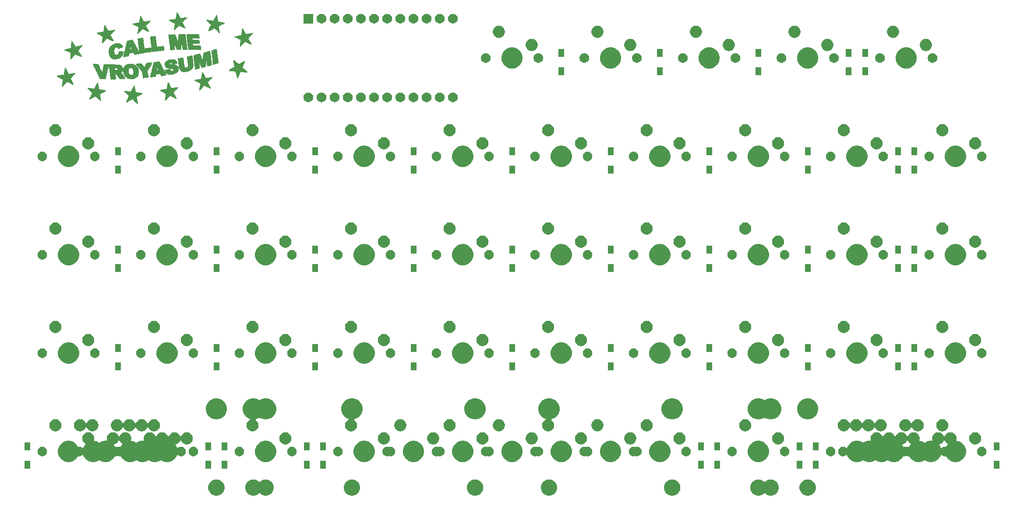
<source format=gts>
G04 #@! TF.GenerationSoftware,KiCad,Pcbnew,(5.1.4)-1*
G04 #@! TF.CreationDate,2021-09-06T13:18:33-10:00*
G04 #@! TF.ProjectId,oya45,6f796134-352e-46b6-9963-61645f706362,rev?*
G04 #@! TF.SameCoordinates,Original*
G04 #@! TF.FileFunction,Soldermask,Top*
G04 #@! TF.FilePolarity,Negative*
%FSLAX46Y46*%
G04 Gerber Fmt 4.6, Leading zero omitted, Abs format (unit mm)*
G04 Created by KiCad (PCBNEW (5.1.4)-1) date 2021-09-06 13:18:33*
%MOMM*%
%LPD*%
G04 APERTURE LIST*
%ADD10C,0.010000*%
%ADD11C,0.100000*%
G04 APERTURE END LIST*
D10*
G36*
X78104582Y-29255539D02*
G01*
X78135748Y-29299672D01*
X78180064Y-29374116D01*
X78240385Y-29483713D01*
X78319567Y-29633306D01*
X78420463Y-29827738D01*
X78441376Y-29868309D01*
X78532654Y-30044745D01*
X78602548Y-30176915D01*
X78655123Y-30270935D01*
X78694449Y-30332918D01*
X78724591Y-30368980D01*
X78749617Y-30385236D01*
X78773595Y-30387800D01*
X78785727Y-30386001D01*
X78929529Y-30359582D01*
X79092753Y-30331704D01*
X79266306Y-30303683D01*
X79441094Y-30276837D01*
X79608024Y-30252482D01*
X79758001Y-30231938D01*
X79881932Y-30216520D01*
X79970723Y-30207546D01*
X80015280Y-30206333D01*
X80018474Y-30207428D01*
X80005470Y-30232496D01*
X79957316Y-30291212D01*
X79879285Y-30377826D01*
X79776646Y-30486590D01*
X79654671Y-30611751D01*
X79569842Y-30696860D01*
X79099611Y-31164694D01*
X79253440Y-31450291D01*
X79384005Y-31694976D01*
X79492756Y-31903565D01*
X79578465Y-32073558D01*
X79639908Y-32202456D01*
X79675859Y-32287760D01*
X79685092Y-32326971D01*
X79684178Y-32328645D01*
X79655150Y-32321459D01*
X79583059Y-32291921D01*
X79475120Y-32243331D01*
X79338546Y-32178992D01*
X79180552Y-32102206D01*
X79075708Y-32050149D01*
X78484568Y-31754323D01*
X78021702Y-32217828D01*
X77889676Y-32349342D01*
X77770875Y-32466362D01*
X77671076Y-32563305D01*
X77596057Y-32634587D01*
X77551594Y-32674626D01*
X77542052Y-32681333D01*
X77510975Y-32667040D01*
X77511366Y-32636324D01*
X77520259Y-32557982D01*
X77536522Y-32440003D01*
X77559019Y-32290375D01*
X77586616Y-32117087D01*
X77603967Y-32012143D01*
X77634240Y-31829738D01*
X77660688Y-31667193D01*
X77682082Y-31532338D01*
X77697192Y-31433001D01*
X77704786Y-31377012D01*
X77705279Y-31367494D01*
X77679327Y-31354535D01*
X77609788Y-31320388D01*
X77503832Y-31268559D01*
X77368627Y-31202552D01*
X77211344Y-31125873D01*
X77113694Y-31078310D01*
X76947089Y-30996082D01*
X76798920Y-30920833D01*
X76676300Y-30856350D01*
X76586343Y-30806421D01*
X76536162Y-30774834D01*
X76528083Y-30766483D01*
X76531134Y-30757469D01*
X76544184Y-30748669D01*
X76573082Y-30738949D01*
X76623673Y-30727175D01*
X76701805Y-30712214D01*
X76813325Y-30692933D01*
X76964079Y-30668198D01*
X77159915Y-30636876D01*
X77360638Y-30605103D01*
X77517805Y-30580033D01*
X77654158Y-30557810D01*
X77760527Y-30539968D01*
X77827740Y-30528040D01*
X77847188Y-30523763D01*
X77853375Y-30495544D01*
X77867000Y-30419496D01*
X77886725Y-30303549D01*
X77911215Y-30155632D01*
X77939129Y-29983674D01*
X77954802Y-29885835D01*
X77984369Y-29703689D01*
X78011803Y-29540789D01*
X78035663Y-29405219D01*
X78054504Y-29305066D01*
X78066884Y-29248414D01*
X78070282Y-29238837D01*
X78083712Y-29236875D01*
X78104582Y-29255539D01*
X78104582Y-29255539D01*
G37*
X78104582Y-29255539D02*
X78135748Y-29299672D01*
X78180064Y-29374116D01*
X78240385Y-29483713D01*
X78319567Y-29633306D01*
X78420463Y-29827738D01*
X78441376Y-29868309D01*
X78532654Y-30044745D01*
X78602548Y-30176915D01*
X78655123Y-30270935D01*
X78694449Y-30332918D01*
X78724591Y-30368980D01*
X78749617Y-30385236D01*
X78773595Y-30387800D01*
X78785727Y-30386001D01*
X78929529Y-30359582D01*
X79092753Y-30331704D01*
X79266306Y-30303683D01*
X79441094Y-30276837D01*
X79608024Y-30252482D01*
X79758001Y-30231938D01*
X79881932Y-30216520D01*
X79970723Y-30207546D01*
X80015280Y-30206333D01*
X80018474Y-30207428D01*
X80005470Y-30232496D01*
X79957316Y-30291212D01*
X79879285Y-30377826D01*
X79776646Y-30486590D01*
X79654671Y-30611751D01*
X79569842Y-30696860D01*
X79099611Y-31164694D01*
X79253440Y-31450291D01*
X79384005Y-31694976D01*
X79492756Y-31903565D01*
X79578465Y-32073558D01*
X79639908Y-32202456D01*
X79675859Y-32287760D01*
X79685092Y-32326971D01*
X79684178Y-32328645D01*
X79655150Y-32321459D01*
X79583059Y-32291921D01*
X79475120Y-32243331D01*
X79338546Y-32178992D01*
X79180552Y-32102206D01*
X79075708Y-32050149D01*
X78484568Y-31754323D01*
X78021702Y-32217828D01*
X77889676Y-32349342D01*
X77770875Y-32466362D01*
X77671076Y-32563305D01*
X77596057Y-32634587D01*
X77551594Y-32674626D01*
X77542052Y-32681333D01*
X77510975Y-32667040D01*
X77511366Y-32636324D01*
X77520259Y-32557982D01*
X77536522Y-32440003D01*
X77559019Y-32290375D01*
X77586616Y-32117087D01*
X77603967Y-32012143D01*
X77634240Y-31829738D01*
X77660688Y-31667193D01*
X77682082Y-31532338D01*
X77697192Y-31433001D01*
X77704786Y-31377012D01*
X77705279Y-31367494D01*
X77679327Y-31354535D01*
X77609788Y-31320388D01*
X77503832Y-31268559D01*
X77368627Y-31202552D01*
X77211344Y-31125873D01*
X77113694Y-31078310D01*
X76947089Y-30996082D01*
X76798920Y-30920833D01*
X76676300Y-30856350D01*
X76586343Y-30806421D01*
X76536162Y-30774834D01*
X76528083Y-30766483D01*
X76531134Y-30757469D01*
X76544184Y-30748669D01*
X76573082Y-30738949D01*
X76623673Y-30727175D01*
X76701805Y-30712214D01*
X76813325Y-30692933D01*
X76964079Y-30668198D01*
X77159915Y-30636876D01*
X77360638Y-30605103D01*
X77517805Y-30580033D01*
X77654158Y-30557810D01*
X77760527Y-30539968D01*
X77827740Y-30528040D01*
X77847188Y-30523763D01*
X77853375Y-30495544D01*
X77867000Y-30419496D01*
X77886725Y-30303549D01*
X77911215Y-30155632D01*
X77939129Y-29983674D01*
X77954802Y-29885835D01*
X77984369Y-29703689D01*
X78011803Y-29540789D01*
X78035663Y-29405219D01*
X78054504Y-29305066D01*
X78066884Y-29248414D01*
X78070282Y-29238837D01*
X78083712Y-29236875D01*
X78104582Y-29255539D01*
G36*
X85759382Y-29775172D02*
G01*
X85782709Y-29846236D01*
X85809006Y-29960756D01*
X85839247Y-30122560D01*
X85874404Y-30335476D01*
X85886224Y-30410978D01*
X85914553Y-30590328D01*
X85940837Y-30750309D01*
X85963642Y-30882700D01*
X85981533Y-30979280D01*
X85993077Y-31031825D01*
X85995746Y-31038848D01*
X86026735Y-31047600D01*
X86104939Y-31063717D01*
X86221843Y-31085616D01*
X86368931Y-31111715D01*
X86537688Y-31140431D01*
X86581972Y-31147785D01*
X86796798Y-31183345D01*
X86962354Y-31211151D01*
X87085059Y-31232674D01*
X87171330Y-31249380D01*
X87227584Y-31262738D01*
X87260239Y-31274216D01*
X87275713Y-31285282D01*
X87280422Y-31297405D01*
X87280750Y-31307645D01*
X87256407Y-31330761D01*
X87188797Y-31372738D01*
X87086047Y-31429100D01*
X86956287Y-31495373D01*
X86820334Y-31561112D01*
X86608220Y-31661218D01*
X86441837Y-31740028D01*
X86315822Y-31800237D01*
X86224814Y-31844538D01*
X86163451Y-31875628D01*
X86126370Y-31896201D01*
X86108211Y-31908951D01*
X86103612Y-31916574D01*
X86105608Y-31920322D01*
X86116312Y-31953919D01*
X86128330Y-32023499D01*
X86133030Y-32060444D01*
X86142343Y-32130683D01*
X86158895Y-32244334D01*
X86180832Y-32389100D01*
X86206299Y-32552686D01*
X86225665Y-32674510D01*
X86255907Y-32874610D01*
X86275062Y-33028055D01*
X86282869Y-33132212D01*
X86279069Y-33184451D01*
X86276459Y-33188912D01*
X86247136Y-33178855D01*
X86181402Y-33128392D01*
X86080801Y-33038896D01*
X85946876Y-32911741D01*
X85783057Y-32750184D01*
X85316992Y-32284119D01*
X85021815Y-32428317D01*
X84862793Y-32506155D01*
X84682888Y-32594453D01*
X84510719Y-32679156D01*
X84436087Y-32715961D01*
X84295662Y-32781789D01*
X84192894Y-32822385D01*
X84132046Y-32836185D01*
X84118610Y-32832482D01*
X84116049Y-32791852D01*
X84144101Y-32710676D01*
X84185728Y-32623500D01*
X84248678Y-32502725D01*
X84325895Y-32356207D01*
X84409815Y-32198129D01*
X84492878Y-32042674D01*
X84567521Y-31904024D01*
X84626183Y-31796360D01*
X84641251Y-31769143D01*
X84701356Y-31661287D01*
X84241275Y-31202087D01*
X84109985Y-31069607D01*
X83993289Y-30949095D01*
X83896830Y-30846606D01*
X83826251Y-30768194D01*
X83787195Y-30719914D01*
X83781194Y-30708367D01*
X83806760Y-30689759D01*
X83877119Y-30686304D01*
X83982762Y-30697749D01*
X84081007Y-30716304D01*
X84151617Y-30730328D01*
X84236229Y-30745493D01*
X84299014Y-30756172D01*
X84403948Y-30774088D01*
X84537544Y-30796938D01*
X84686319Y-30822415D01*
X84720510Y-30828274D01*
X84861349Y-30851148D01*
X84980972Y-30868177D01*
X85069094Y-30878080D01*
X85115427Y-30879579D01*
X85119818Y-30877972D01*
X85139776Y-30841749D01*
X85181145Y-30764293D01*
X85239270Y-30654440D01*
X85309502Y-30521023D01*
X85387188Y-30372877D01*
X85467676Y-30218839D01*
X85537408Y-30084888D01*
X85601373Y-29962524D01*
X85656071Y-29859305D01*
X85696251Y-29785040D01*
X85716658Y-29749540D01*
X85717747Y-29748103D01*
X85738052Y-29743737D01*
X85759382Y-29775172D01*
X85759382Y-29775172D01*
G37*
X85759382Y-29775172D02*
X85782709Y-29846236D01*
X85809006Y-29960756D01*
X85839247Y-30122560D01*
X85874404Y-30335476D01*
X85886224Y-30410978D01*
X85914553Y-30590328D01*
X85940837Y-30750309D01*
X85963642Y-30882700D01*
X85981533Y-30979280D01*
X85993077Y-31031825D01*
X85995746Y-31038848D01*
X86026735Y-31047600D01*
X86104939Y-31063717D01*
X86221843Y-31085616D01*
X86368931Y-31111715D01*
X86537688Y-31140431D01*
X86581972Y-31147785D01*
X86796798Y-31183345D01*
X86962354Y-31211151D01*
X87085059Y-31232674D01*
X87171330Y-31249380D01*
X87227584Y-31262738D01*
X87260239Y-31274216D01*
X87275713Y-31285282D01*
X87280422Y-31297405D01*
X87280750Y-31307645D01*
X87256407Y-31330761D01*
X87188797Y-31372738D01*
X87086047Y-31429100D01*
X86956287Y-31495373D01*
X86820334Y-31561112D01*
X86608220Y-31661218D01*
X86441837Y-31740028D01*
X86315822Y-31800237D01*
X86224814Y-31844538D01*
X86163451Y-31875628D01*
X86126370Y-31896201D01*
X86108211Y-31908951D01*
X86103612Y-31916574D01*
X86105608Y-31920322D01*
X86116312Y-31953919D01*
X86128330Y-32023499D01*
X86133030Y-32060444D01*
X86142343Y-32130683D01*
X86158895Y-32244334D01*
X86180832Y-32389100D01*
X86206299Y-32552686D01*
X86225665Y-32674510D01*
X86255907Y-32874610D01*
X86275062Y-33028055D01*
X86282869Y-33132212D01*
X86279069Y-33184451D01*
X86276459Y-33188912D01*
X86247136Y-33178855D01*
X86181402Y-33128392D01*
X86080801Y-33038896D01*
X85946876Y-32911741D01*
X85783057Y-32750184D01*
X85316992Y-32284119D01*
X85021815Y-32428317D01*
X84862793Y-32506155D01*
X84682888Y-32594453D01*
X84510719Y-32679156D01*
X84436087Y-32715961D01*
X84295662Y-32781789D01*
X84192894Y-32822385D01*
X84132046Y-32836185D01*
X84118610Y-32832482D01*
X84116049Y-32791852D01*
X84144101Y-32710676D01*
X84185728Y-32623500D01*
X84248678Y-32502725D01*
X84325895Y-32356207D01*
X84409815Y-32198129D01*
X84492878Y-32042674D01*
X84567521Y-31904024D01*
X84626183Y-31796360D01*
X84641251Y-31769143D01*
X84701356Y-31661287D01*
X84241275Y-31202087D01*
X84109985Y-31069607D01*
X83993289Y-30949095D01*
X83896830Y-30846606D01*
X83826251Y-30768194D01*
X83787195Y-30719914D01*
X83781194Y-30708367D01*
X83806760Y-30689759D01*
X83877119Y-30686304D01*
X83982762Y-30697749D01*
X84081007Y-30716304D01*
X84151617Y-30730328D01*
X84236229Y-30745493D01*
X84299014Y-30756172D01*
X84403948Y-30774088D01*
X84537544Y-30796938D01*
X84686319Y-30822415D01*
X84720510Y-30828274D01*
X84861349Y-30851148D01*
X84980972Y-30868177D01*
X85069094Y-30878080D01*
X85115427Y-30879579D01*
X85119818Y-30877972D01*
X85139776Y-30841749D01*
X85181145Y-30764293D01*
X85239270Y-30654440D01*
X85309502Y-30521023D01*
X85387188Y-30372877D01*
X85467676Y-30218839D01*
X85537408Y-30084888D01*
X85601373Y-29962524D01*
X85656071Y-29859305D01*
X85696251Y-29785040D01*
X85716658Y-29749540D01*
X85717747Y-29748103D01*
X85738052Y-29743737D01*
X85759382Y-29775172D01*
G36*
X71026804Y-29914646D02*
G01*
X71039563Y-29930564D01*
X71061298Y-29966922D01*
X71095795Y-30030276D01*
X71146842Y-30127182D01*
X71218226Y-30264196D01*
X71264395Y-30353000D01*
X71374073Y-30563492D01*
X71460832Y-30728814D01*
X71527433Y-30854058D01*
X71576638Y-30944318D01*
X71611208Y-31004688D01*
X71633906Y-31040260D01*
X71643746Y-31052651D01*
X71676639Y-31054767D01*
X71756681Y-31048066D01*
X71875443Y-31033611D01*
X72024502Y-31012462D01*
X72195431Y-30985683D01*
X72259672Y-30975040D01*
X72439862Y-30945269D01*
X72604387Y-30919031D01*
X72743968Y-30897730D01*
X72849328Y-30882770D01*
X72911188Y-30875555D01*
X72920020Y-30875111D01*
X72933971Y-30882314D01*
X72926096Y-30906535D01*
X72893022Y-30951689D01*
X72831377Y-31021694D01*
X72737788Y-31120465D01*
X72608884Y-31251919D01*
X72509777Y-31351523D01*
X72033983Y-31827935D01*
X72132500Y-32007690D01*
X72237936Y-32202069D01*
X72336972Y-32388416D01*
X72426379Y-32560320D01*
X72502932Y-32711369D01*
X72563405Y-32835152D01*
X72604571Y-32925258D01*
X72623204Y-32975276D01*
X72623331Y-32983048D01*
X72614277Y-32986662D01*
X72595557Y-32983782D01*
X72561738Y-32971916D01*
X72507388Y-32948576D01*
X72427072Y-32911272D01*
X72315359Y-32857514D01*
X72166814Y-32784812D01*
X71976005Y-32690676D01*
X71859165Y-32632868D01*
X71437692Y-32424221D01*
X70969863Y-32891444D01*
X70836625Y-33023530D01*
X70716115Y-33141139D01*
X70614187Y-33238707D01*
X70536699Y-33310670D01*
X70489505Y-33351464D01*
X70478110Y-33358666D01*
X70465085Y-33335671D01*
X70468999Y-33295166D01*
X70480966Y-33234307D01*
X70498232Y-33133938D01*
X70519355Y-33003739D01*
X70542892Y-32853392D01*
X70567401Y-32692575D01*
X70591439Y-32530969D01*
X70613563Y-32378253D01*
X70632330Y-32244109D01*
X70646299Y-32138216D01*
X70654025Y-32070254D01*
X70654637Y-32049561D01*
X70627242Y-32035124D01*
X70556303Y-31999590D01*
X70449050Y-31946527D01*
X70312710Y-31879503D01*
X70154510Y-31802086D01*
X70054322Y-31753212D01*
X69888263Y-31671399D01*
X69741567Y-31597399D01*
X69621080Y-31534810D01*
X69533649Y-31487228D01*
X69486122Y-31458251D01*
X69479635Y-31451262D01*
X69510535Y-31442582D01*
X69589111Y-31426308D01*
X69707333Y-31403935D01*
X69857172Y-31376958D01*
X70030595Y-31346875D01*
X70132818Y-31329598D01*
X70315737Y-31298464D01*
X70479450Y-31269644D01*
X70615933Y-31244630D01*
X70717162Y-31224913D01*
X70775112Y-31211982D01*
X70785625Y-31208309D01*
X70794005Y-31177471D01*
X70809593Y-31098937D01*
X70830952Y-30980788D01*
X70856642Y-30831108D01*
X70885225Y-30657977D01*
X70900685Y-30561804D01*
X70930073Y-30379910D01*
X70957111Y-30217456D01*
X70980397Y-30082479D01*
X70998528Y-29983016D01*
X71010101Y-29927104D01*
X71013064Y-29917907D01*
X71019233Y-29912613D01*
X71026804Y-29914646D01*
X71026804Y-29914646D01*
G37*
X71026804Y-29914646D02*
X71039563Y-29930564D01*
X71061298Y-29966922D01*
X71095795Y-30030276D01*
X71146842Y-30127182D01*
X71218226Y-30264196D01*
X71264395Y-30353000D01*
X71374073Y-30563492D01*
X71460832Y-30728814D01*
X71527433Y-30854058D01*
X71576638Y-30944318D01*
X71611208Y-31004688D01*
X71633906Y-31040260D01*
X71643746Y-31052651D01*
X71676639Y-31054767D01*
X71756681Y-31048066D01*
X71875443Y-31033611D01*
X72024502Y-31012462D01*
X72195431Y-30985683D01*
X72259672Y-30975040D01*
X72439862Y-30945269D01*
X72604387Y-30919031D01*
X72743968Y-30897730D01*
X72849328Y-30882770D01*
X72911188Y-30875555D01*
X72920020Y-30875111D01*
X72933971Y-30882314D01*
X72926096Y-30906535D01*
X72893022Y-30951689D01*
X72831377Y-31021694D01*
X72737788Y-31120465D01*
X72608884Y-31251919D01*
X72509777Y-31351523D01*
X72033983Y-31827935D01*
X72132500Y-32007690D01*
X72237936Y-32202069D01*
X72336972Y-32388416D01*
X72426379Y-32560320D01*
X72502932Y-32711369D01*
X72563405Y-32835152D01*
X72604571Y-32925258D01*
X72623204Y-32975276D01*
X72623331Y-32983048D01*
X72614277Y-32986662D01*
X72595557Y-32983782D01*
X72561738Y-32971916D01*
X72507388Y-32948576D01*
X72427072Y-32911272D01*
X72315359Y-32857514D01*
X72166814Y-32784812D01*
X71976005Y-32690676D01*
X71859165Y-32632868D01*
X71437692Y-32424221D01*
X70969863Y-32891444D01*
X70836625Y-33023530D01*
X70716115Y-33141139D01*
X70614187Y-33238707D01*
X70536699Y-33310670D01*
X70489505Y-33351464D01*
X70478110Y-33358666D01*
X70465085Y-33335671D01*
X70468999Y-33295166D01*
X70480966Y-33234307D01*
X70498232Y-33133938D01*
X70519355Y-33003739D01*
X70542892Y-32853392D01*
X70567401Y-32692575D01*
X70591439Y-32530969D01*
X70613563Y-32378253D01*
X70632330Y-32244109D01*
X70646299Y-32138216D01*
X70654025Y-32070254D01*
X70654637Y-32049561D01*
X70627242Y-32035124D01*
X70556303Y-31999590D01*
X70449050Y-31946527D01*
X70312710Y-31879503D01*
X70154510Y-31802086D01*
X70054322Y-31753212D01*
X69888263Y-31671399D01*
X69741567Y-31597399D01*
X69621080Y-31534810D01*
X69533649Y-31487228D01*
X69486122Y-31458251D01*
X69479635Y-31451262D01*
X69510535Y-31442582D01*
X69589111Y-31426308D01*
X69707333Y-31403935D01*
X69857172Y-31376958D01*
X70030595Y-31346875D01*
X70132818Y-31329598D01*
X70315737Y-31298464D01*
X70479450Y-31269644D01*
X70615933Y-31244630D01*
X70717162Y-31224913D01*
X70775112Y-31211982D01*
X70785625Y-31208309D01*
X70794005Y-31177471D01*
X70809593Y-31098937D01*
X70830952Y-30980788D01*
X70856642Y-30831108D01*
X70885225Y-30657977D01*
X70900685Y-30561804D01*
X70930073Y-30379910D01*
X70957111Y-30217456D01*
X70980397Y-30082479D01*
X70998528Y-29983016D01*
X71010101Y-29927104D01*
X71013064Y-29917907D01*
X71019233Y-29912613D01*
X71026804Y-29914646D01*
G36*
X64141656Y-31727081D02*
G01*
X64169908Y-31745272D01*
X64209967Y-31795514D01*
X64264530Y-31882211D01*
X64336297Y-32009767D01*
X64427968Y-32182587D01*
X64467014Y-32258000D01*
X64549413Y-32416470D01*
X64624816Y-32558749D01*
X64688860Y-32676818D01*
X64737180Y-32762660D01*
X64765409Y-32808256D01*
X64768882Y-32812493D01*
X64789417Y-32822225D01*
X64828963Y-32825758D01*
X64892779Y-32822379D01*
X64986126Y-32811377D01*
X65114264Y-32792037D01*
X65282451Y-32763649D01*
X65495949Y-32725499D01*
X65733083Y-32681876D01*
X65878637Y-32654842D01*
X65977552Y-32637549D01*
X66038792Y-32630036D01*
X66071321Y-32632339D01*
X66084105Y-32644497D01*
X66086107Y-32666546D01*
X66085861Y-32683349D01*
X66064536Y-32726536D01*
X66001174Y-32805320D01*
X65896696Y-32918684D01*
X65752022Y-33065609D01*
X65648416Y-33167397D01*
X65519659Y-33294497D01*
X65405902Y-33410298D01*
X65313061Y-33508486D01*
X65247054Y-33582749D01*
X65213794Y-33626774D01*
X65210972Y-33634199D01*
X65223854Y-33677776D01*
X65257857Y-33754730D01*
X65306009Y-33849481D01*
X65313201Y-33862763D01*
X65449839Y-34114805D01*
X65559857Y-34321752D01*
X65644945Y-34487341D01*
X65706796Y-34615305D01*
X65747102Y-34709380D01*
X65767553Y-34773301D01*
X65769843Y-34810804D01*
X65755664Y-34825623D01*
X65749598Y-34826222D01*
X65717828Y-34814421D01*
X65642802Y-34781324D01*
X65531991Y-34730390D01*
X65392868Y-34665077D01*
X65232901Y-34588843D01*
X65135765Y-34542073D01*
X64547750Y-34257925D01*
X64105904Y-34711407D01*
X63976135Y-34842611D01*
X63857397Y-34958923D01*
X63755927Y-35054533D01*
X63677960Y-35123634D01*
X63629732Y-35160417D01*
X63619070Y-35164888D01*
X63583878Y-35142732D01*
X63574083Y-35082180D01*
X63578521Y-35028477D01*
X63590852Y-34929637D01*
X63609602Y-34796186D01*
X63633294Y-34638649D01*
X63658750Y-34478036D01*
X63685546Y-34310619D01*
X63708851Y-34160450D01*
X63727225Y-34037191D01*
X63739226Y-33950504D01*
X63743416Y-33910367D01*
X63722930Y-33883627D01*
X63659945Y-33840198D01*
X63552168Y-33778785D01*
X63397307Y-33698092D01*
X63193071Y-33596822D01*
X63162984Y-33582180D01*
X62949711Y-33478458D01*
X62786645Y-33396588D01*
X62673584Y-33333030D01*
X62610323Y-33284243D01*
X62596660Y-33246687D01*
X62632392Y-33216820D01*
X62717316Y-33191103D01*
X62851228Y-33165993D01*
X63033926Y-33137952D01*
X63136638Y-33122745D01*
X63344715Y-33090014D01*
X63528500Y-33057501D01*
X63681184Y-33026654D01*
X63795961Y-32998921D01*
X63866022Y-32975750D01*
X63884459Y-32963666D01*
X63900420Y-32916415D01*
X63916697Y-32835450D01*
X63924129Y-32783552D01*
X63935426Y-32699195D01*
X63953209Y-32575547D01*
X63975062Y-32429054D01*
X63998571Y-32276164D01*
X63999205Y-32272111D01*
X64022097Y-32125618D01*
X64043051Y-31991294D01*
X64059872Y-31883230D01*
X64070363Y-31815519D01*
X64070943Y-31811747D01*
X64088358Y-31747137D01*
X64119976Y-31725925D01*
X64141656Y-31727081D01*
X64141656Y-31727081D01*
G37*
X64141656Y-31727081D02*
X64169908Y-31745272D01*
X64209967Y-31795514D01*
X64264530Y-31882211D01*
X64336297Y-32009767D01*
X64427968Y-32182587D01*
X64467014Y-32258000D01*
X64549413Y-32416470D01*
X64624816Y-32558749D01*
X64688860Y-32676818D01*
X64737180Y-32762660D01*
X64765409Y-32808256D01*
X64768882Y-32812493D01*
X64789417Y-32822225D01*
X64828963Y-32825758D01*
X64892779Y-32822379D01*
X64986126Y-32811377D01*
X65114264Y-32792037D01*
X65282451Y-32763649D01*
X65495949Y-32725499D01*
X65733083Y-32681876D01*
X65878637Y-32654842D01*
X65977552Y-32637549D01*
X66038792Y-32630036D01*
X66071321Y-32632339D01*
X66084105Y-32644497D01*
X66086107Y-32666546D01*
X66085861Y-32683349D01*
X66064536Y-32726536D01*
X66001174Y-32805320D01*
X65896696Y-32918684D01*
X65752022Y-33065609D01*
X65648416Y-33167397D01*
X65519659Y-33294497D01*
X65405902Y-33410298D01*
X65313061Y-33508486D01*
X65247054Y-33582749D01*
X65213794Y-33626774D01*
X65210972Y-33634199D01*
X65223854Y-33677776D01*
X65257857Y-33754730D01*
X65306009Y-33849481D01*
X65313201Y-33862763D01*
X65449839Y-34114805D01*
X65559857Y-34321752D01*
X65644945Y-34487341D01*
X65706796Y-34615305D01*
X65747102Y-34709380D01*
X65767553Y-34773301D01*
X65769843Y-34810804D01*
X65755664Y-34825623D01*
X65749598Y-34826222D01*
X65717828Y-34814421D01*
X65642802Y-34781324D01*
X65531991Y-34730390D01*
X65392868Y-34665077D01*
X65232901Y-34588843D01*
X65135765Y-34542073D01*
X64547750Y-34257925D01*
X64105904Y-34711407D01*
X63976135Y-34842611D01*
X63857397Y-34958923D01*
X63755927Y-35054533D01*
X63677960Y-35123634D01*
X63629732Y-35160417D01*
X63619070Y-35164888D01*
X63583878Y-35142732D01*
X63574083Y-35082180D01*
X63578521Y-35028477D01*
X63590852Y-34929637D01*
X63609602Y-34796186D01*
X63633294Y-34638649D01*
X63658750Y-34478036D01*
X63685546Y-34310619D01*
X63708851Y-34160450D01*
X63727225Y-34037191D01*
X63739226Y-33950504D01*
X63743416Y-33910367D01*
X63722930Y-33883627D01*
X63659945Y-33840198D01*
X63552168Y-33778785D01*
X63397307Y-33698092D01*
X63193071Y-33596822D01*
X63162984Y-33582180D01*
X62949711Y-33478458D01*
X62786645Y-33396588D01*
X62673584Y-33333030D01*
X62610323Y-33284243D01*
X62596660Y-33246687D01*
X62632392Y-33216820D01*
X62717316Y-33191103D01*
X62851228Y-33165993D01*
X63033926Y-33137952D01*
X63136638Y-33122745D01*
X63344715Y-33090014D01*
X63528500Y-33057501D01*
X63681184Y-33026654D01*
X63795961Y-32998921D01*
X63866022Y-32975750D01*
X63884459Y-32963666D01*
X63900420Y-32916415D01*
X63916697Y-32835450D01*
X63924129Y-32783552D01*
X63935426Y-32699195D01*
X63953209Y-32575547D01*
X63975062Y-32429054D01*
X63998571Y-32276164D01*
X63999205Y-32272111D01*
X64022097Y-32125618D01*
X64043051Y-31991294D01*
X64059872Y-31883230D01*
X64070363Y-31815519D01*
X64070943Y-31811747D01*
X64088358Y-31747137D01*
X64119976Y-31725925D01*
X64141656Y-31727081D01*
G36*
X90744751Y-32376373D02*
G01*
X90763005Y-32385650D01*
X90786853Y-32410603D01*
X90819626Y-32456676D01*
X90864659Y-32529312D01*
X90925286Y-32633956D01*
X91004841Y-32776051D01*
X91106657Y-32961042D01*
X91138915Y-33020000D01*
X91231097Y-33187781D01*
X91301108Y-33311833D01*
X91353451Y-33398168D01*
X91392631Y-33452800D01*
X91423153Y-33481743D01*
X91449520Y-33491009D01*
X91476236Y-33486612D01*
X91485861Y-33483202D01*
X91524797Y-33473108D01*
X91606377Y-33454694D01*
X91717878Y-33430610D01*
X91846577Y-33403511D01*
X91979750Y-33376048D01*
X92104674Y-33350875D01*
X92208625Y-33330642D01*
X92276083Y-33318460D01*
X92325581Y-33308982D01*
X92409419Y-33291748D01*
X92482416Y-33276273D01*
X92609686Y-33256152D01*
X92691986Y-33259524D01*
X92726329Y-33286169D01*
X92727180Y-33294280D01*
X92714085Y-33316150D01*
X92673719Y-33364619D01*
X92603873Y-33442063D01*
X92502340Y-33550857D01*
X92366911Y-33693378D01*
X92195379Y-33872002D01*
X92060886Y-34011271D01*
X91975149Y-34102844D01*
X91906569Y-34181690D01*
X91863428Y-34237939D01*
X91852750Y-34259372D01*
X91865365Y-34298127D01*
X91898017Y-34370489D01*
X91942917Y-34460957D01*
X91992273Y-34554028D01*
X92038295Y-34634203D01*
X92052524Y-34656888D01*
X92100383Y-34734684D01*
X92160329Y-34838103D01*
X92226492Y-34956257D01*
X92293002Y-35078257D01*
X92353987Y-35193215D01*
X92403577Y-35290241D01*
X92435901Y-35358447D01*
X92445416Y-35385606D01*
X92431332Y-35410513D01*
X92386142Y-35412441D01*
X92305443Y-35390147D01*
X92184831Y-35342393D01*
X92019902Y-35267935D01*
X92007972Y-35262343D01*
X91789137Y-35159691D01*
X91615905Y-35078722D01*
X91482854Y-35016983D01*
X91384562Y-34972022D01*
X91315607Y-34941385D01*
X91270569Y-34922621D01*
X91244026Y-34913276D01*
X91231117Y-34910888D01*
X91202530Y-34930223D01*
X91144418Y-34982693D01*
X91065583Y-35059996D01*
X90985843Y-35142199D01*
X90803428Y-35334343D01*
X90656073Y-35489331D01*
X90539849Y-35610819D01*
X90450823Y-35702461D01*
X90385066Y-35767915D01*
X90338646Y-35810834D01*
X90307632Y-35834875D01*
X90288094Y-35843694D01*
X90276100Y-35840946D01*
X90267719Y-35830286D01*
X90260108Y-35817097D01*
X90259599Y-35784014D01*
X90265644Y-35704779D01*
X90277077Y-35589154D01*
X90292736Y-35446902D01*
X90311457Y-35287785D01*
X90332076Y-35121565D01*
X90353430Y-34958004D01*
X90374354Y-34806866D01*
X90393686Y-34677912D01*
X90401879Y-34627807D01*
X90408833Y-34572971D01*
X90399472Y-34536741D01*
X90363217Y-34506744D01*
X90289491Y-34470609D01*
X90253826Y-34454645D01*
X89991643Y-34337645D01*
X89776715Y-34241193D01*
X89604679Y-34163005D01*
X89471168Y-34100796D01*
X89371819Y-34052282D01*
X89302267Y-34015178D01*
X89258147Y-33987200D01*
X89235095Y-33966063D01*
X89228745Y-33949483D01*
X89234733Y-33935175D01*
X89243403Y-33925790D01*
X89282031Y-33909087D01*
X89361662Y-33886994D01*
X89467622Y-33863395D01*
X89510305Y-33855108D01*
X89629281Y-33832672D01*
X89734426Y-33812403D01*
X89807636Y-33797802D01*
X89820750Y-33795033D01*
X89883444Y-33782252D01*
X89985227Y-33762377D01*
X90109674Y-33738537D01*
X90240364Y-33713860D01*
X90360872Y-33691477D01*
X90433978Y-33678203D01*
X90478736Y-33667427D01*
X90509557Y-33647231D01*
X90530576Y-33607349D01*
X90545928Y-33537512D01*
X90559749Y-33427455D01*
X90568347Y-33344555D01*
X90579264Y-33245043D01*
X90594513Y-33116393D01*
X90610910Y-32985410D01*
X90611912Y-32977666D01*
X90627983Y-32853127D01*
X90643124Y-32734707D01*
X90654317Y-32646016D01*
X90655189Y-32639000D01*
X90673149Y-32510465D01*
X90690543Y-32429516D01*
X90710353Y-32387407D01*
X90735562Y-32375392D01*
X90744751Y-32376373D01*
X90744751Y-32376373D01*
G37*
X90744751Y-32376373D02*
X90763005Y-32385650D01*
X90786853Y-32410603D01*
X90819626Y-32456676D01*
X90864659Y-32529312D01*
X90925286Y-32633956D01*
X91004841Y-32776051D01*
X91106657Y-32961042D01*
X91138915Y-33020000D01*
X91231097Y-33187781D01*
X91301108Y-33311833D01*
X91353451Y-33398168D01*
X91392631Y-33452800D01*
X91423153Y-33481743D01*
X91449520Y-33491009D01*
X91476236Y-33486612D01*
X91485861Y-33483202D01*
X91524797Y-33473108D01*
X91606377Y-33454694D01*
X91717878Y-33430610D01*
X91846577Y-33403511D01*
X91979750Y-33376048D01*
X92104674Y-33350875D01*
X92208625Y-33330642D01*
X92276083Y-33318460D01*
X92325581Y-33308982D01*
X92409419Y-33291748D01*
X92482416Y-33276273D01*
X92609686Y-33256152D01*
X92691986Y-33259524D01*
X92726329Y-33286169D01*
X92727180Y-33294280D01*
X92714085Y-33316150D01*
X92673719Y-33364619D01*
X92603873Y-33442063D01*
X92502340Y-33550857D01*
X92366911Y-33693378D01*
X92195379Y-33872002D01*
X92060886Y-34011271D01*
X91975149Y-34102844D01*
X91906569Y-34181690D01*
X91863428Y-34237939D01*
X91852750Y-34259372D01*
X91865365Y-34298127D01*
X91898017Y-34370489D01*
X91942917Y-34460957D01*
X91992273Y-34554028D01*
X92038295Y-34634203D01*
X92052524Y-34656888D01*
X92100383Y-34734684D01*
X92160329Y-34838103D01*
X92226492Y-34956257D01*
X92293002Y-35078257D01*
X92353987Y-35193215D01*
X92403577Y-35290241D01*
X92435901Y-35358447D01*
X92445416Y-35385606D01*
X92431332Y-35410513D01*
X92386142Y-35412441D01*
X92305443Y-35390147D01*
X92184831Y-35342393D01*
X92019902Y-35267935D01*
X92007972Y-35262343D01*
X91789137Y-35159691D01*
X91615905Y-35078722D01*
X91482854Y-35016983D01*
X91384562Y-34972022D01*
X91315607Y-34941385D01*
X91270569Y-34922621D01*
X91244026Y-34913276D01*
X91231117Y-34910888D01*
X91202530Y-34930223D01*
X91144418Y-34982693D01*
X91065583Y-35059996D01*
X90985843Y-35142199D01*
X90803428Y-35334343D01*
X90656073Y-35489331D01*
X90539849Y-35610819D01*
X90450823Y-35702461D01*
X90385066Y-35767915D01*
X90338646Y-35810834D01*
X90307632Y-35834875D01*
X90288094Y-35843694D01*
X90276100Y-35840946D01*
X90267719Y-35830286D01*
X90260108Y-35817097D01*
X90259599Y-35784014D01*
X90265644Y-35704779D01*
X90277077Y-35589154D01*
X90292736Y-35446902D01*
X90311457Y-35287785D01*
X90332076Y-35121565D01*
X90353430Y-34958004D01*
X90374354Y-34806866D01*
X90393686Y-34677912D01*
X90401879Y-34627807D01*
X90408833Y-34572971D01*
X90399472Y-34536741D01*
X90363217Y-34506744D01*
X90289491Y-34470609D01*
X90253826Y-34454645D01*
X89991643Y-34337645D01*
X89776715Y-34241193D01*
X89604679Y-34163005D01*
X89471168Y-34100796D01*
X89371819Y-34052282D01*
X89302267Y-34015178D01*
X89258147Y-33987200D01*
X89235095Y-33966063D01*
X89228745Y-33949483D01*
X89234733Y-33935175D01*
X89243403Y-33925790D01*
X89282031Y-33909087D01*
X89361662Y-33886994D01*
X89467622Y-33863395D01*
X89510305Y-33855108D01*
X89629281Y-33832672D01*
X89734426Y-33812403D01*
X89807636Y-33797802D01*
X89820750Y-33795033D01*
X89883444Y-33782252D01*
X89985227Y-33762377D01*
X90109674Y-33738537D01*
X90240364Y-33713860D01*
X90360872Y-33691477D01*
X90433978Y-33678203D01*
X90478736Y-33667427D01*
X90509557Y-33647231D01*
X90530576Y-33607349D01*
X90545928Y-33537512D01*
X90559749Y-33427455D01*
X90568347Y-33344555D01*
X90579264Y-33245043D01*
X90594513Y-33116393D01*
X90610910Y-32985410D01*
X90611912Y-32977666D01*
X90627983Y-32853127D01*
X90643124Y-32734707D01*
X90654317Y-32646016D01*
X90655189Y-32639000D01*
X90673149Y-32510465D01*
X90690543Y-32429516D01*
X90710353Y-32387407D01*
X90735562Y-32375392D01*
X90744751Y-32376373D01*
G36*
X80596467Y-33472574D02*
G01*
X80844532Y-33476339D01*
X81121455Y-33481968D01*
X81422645Y-33489405D01*
X81743513Y-33498595D01*
X82079466Y-33509482D01*
X82080243Y-33509509D01*
X82188447Y-33514569D01*
X82272621Y-33521053D01*
X82318780Y-33527791D01*
X82323220Y-33529790D01*
X82330630Y-33561425D01*
X82341702Y-33635528D01*
X82354875Y-33738365D01*
X82368588Y-33856200D01*
X82381279Y-33975300D01*
X82391389Y-34081930D01*
X82397355Y-34162355D01*
X82398305Y-34190450D01*
X82395458Y-34226131D01*
X82378597Y-34245354D01*
X82335241Y-34251783D01*
X82252908Y-34249080D01*
X82207805Y-34246358D01*
X82114844Y-34241610D01*
X81979581Y-34236058D01*
X81816140Y-34230216D01*
X81638648Y-34224601D01*
X81516361Y-34221154D01*
X81015416Y-34207802D01*
X81015416Y-34287706D01*
X81021391Y-34379391D01*
X81031647Y-34448750D01*
X81042030Y-34489691D01*
X81061312Y-34514113D01*
X81102147Y-34526642D01*
X81177188Y-34531905D01*
X81264480Y-34533884D01*
X81475666Y-34538789D01*
X81680381Y-34545406D01*
X81870852Y-34553311D01*
X82039305Y-34562079D01*
X82177966Y-34571284D01*
X82279063Y-34580502D01*
X82334822Y-34589307D01*
X82342906Y-34592841D01*
X82353224Y-34627452D01*
X82367258Y-34703963D01*
X82383103Y-34808109D01*
X82398856Y-34925624D01*
X82412612Y-35042245D01*
X82422465Y-35143707D01*
X82426511Y-35215745D01*
X82426527Y-35219084D01*
X82424181Y-35241885D01*
X82411301Y-35257217D01*
X82379124Y-35266032D01*
X82318887Y-35269286D01*
X82221826Y-35267932D01*
X82079180Y-35262925D01*
X82038472Y-35261336D01*
X81865944Y-35254738D01*
X81685123Y-35248120D01*
X81517762Y-35242263D01*
X81388448Y-35238034D01*
X81126480Y-35229973D01*
X81145216Y-35402042D01*
X81162466Y-35529047D01*
X81185007Y-35609314D01*
X81219201Y-35652536D01*
X81271411Y-35668411D01*
X81320111Y-35668549D01*
X81382173Y-35668043D01*
X81489110Y-35670073D01*
X81629423Y-35674301D01*
X81791618Y-35680390D01*
X81932638Y-35686524D01*
X82102885Y-35693929D01*
X82259415Y-35699875D01*
X82391102Y-35704004D01*
X82486820Y-35705962D01*
X82531103Y-35705676D01*
X82568893Y-35704052D01*
X82596102Y-35708986D01*
X82615854Y-35728848D01*
X82631270Y-35772009D01*
X82645472Y-35846838D01*
X82661584Y-35961705D01*
X82680178Y-36105319D01*
X82699203Y-36256673D01*
X82708739Y-36360908D01*
X82706533Y-36426885D01*
X82690334Y-36463463D01*
X82657890Y-36479504D01*
X82606950Y-36483866D01*
X82583871Y-36484281D01*
X82506405Y-36483508D01*
X82457180Y-36479351D01*
X82449656Y-36476832D01*
X82418909Y-36472578D01*
X82338683Y-36467356D01*
X82215934Y-36461408D01*
X82057614Y-36454974D01*
X81870678Y-36448296D01*
X81662079Y-36441614D01*
X81438770Y-36435168D01*
X81207707Y-36429201D01*
X80975841Y-36423951D01*
X80850694Y-36421462D01*
X80681196Y-36417695D01*
X80531909Y-36413284D01*
X80411676Y-36408578D01*
X80329337Y-36403929D01*
X80293737Y-36399689D01*
X80293099Y-36399312D01*
X80286392Y-36368099D01*
X80273587Y-36283140D01*
X80254980Y-36146771D01*
X80230861Y-35961326D01*
X80201525Y-35729140D01*
X80167266Y-35452550D01*
X80128375Y-35133891D01*
X80085147Y-34775497D01*
X80037874Y-34379704D01*
X80009649Y-34141792D01*
X79988613Y-33957733D01*
X79971202Y-33792877D01*
X79958154Y-33655317D01*
X79950206Y-33553147D01*
X79948097Y-33494460D01*
X79949683Y-33483659D01*
X79984599Y-33477268D01*
X80071326Y-33473020D01*
X80205273Y-33470859D01*
X80381851Y-33470729D01*
X80596467Y-33472574D01*
X80596467Y-33472574D01*
G37*
X80596467Y-33472574D02*
X80844532Y-33476339D01*
X81121455Y-33481968D01*
X81422645Y-33489405D01*
X81743513Y-33498595D01*
X82079466Y-33509482D01*
X82080243Y-33509509D01*
X82188447Y-33514569D01*
X82272621Y-33521053D01*
X82318780Y-33527791D01*
X82323220Y-33529790D01*
X82330630Y-33561425D01*
X82341702Y-33635528D01*
X82354875Y-33738365D01*
X82368588Y-33856200D01*
X82381279Y-33975300D01*
X82391389Y-34081930D01*
X82397355Y-34162355D01*
X82398305Y-34190450D01*
X82395458Y-34226131D01*
X82378597Y-34245354D01*
X82335241Y-34251783D01*
X82252908Y-34249080D01*
X82207805Y-34246358D01*
X82114844Y-34241610D01*
X81979581Y-34236058D01*
X81816140Y-34230216D01*
X81638648Y-34224601D01*
X81516361Y-34221154D01*
X81015416Y-34207802D01*
X81015416Y-34287706D01*
X81021391Y-34379391D01*
X81031647Y-34448750D01*
X81042030Y-34489691D01*
X81061312Y-34514113D01*
X81102147Y-34526642D01*
X81177188Y-34531905D01*
X81264480Y-34533884D01*
X81475666Y-34538789D01*
X81680381Y-34545406D01*
X81870852Y-34553311D01*
X82039305Y-34562079D01*
X82177966Y-34571284D01*
X82279063Y-34580502D01*
X82334822Y-34589307D01*
X82342906Y-34592841D01*
X82353224Y-34627452D01*
X82367258Y-34703963D01*
X82383103Y-34808109D01*
X82398856Y-34925624D01*
X82412612Y-35042245D01*
X82422465Y-35143707D01*
X82426511Y-35215745D01*
X82426527Y-35219084D01*
X82424181Y-35241885D01*
X82411301Y-35257217D01*
X82379124Y-35266032D01*
X82318887Y-35269286D01*
X82221826Y-35267932D01*
X82079180Y-35262925D01*
X82038472Y-35261336D01*
X81865944Y-35254738D01*
X81685123Y-35248120D01*
X81517762Y-35242263D01*
X81388448Y-35238034D01*
X81126480Y-35229973D01*
X81145216Y-35402042D01*
X81162466Y-35529047D01*
X81185007Y-35609314D01*
X81219201Y-35652536D01*
X81271411Y-35668411D01*
X81320111Y-35668549D01*
X81382173Y-35668043D01*
X81489110Y-35670073D01*
X81629423Y-35674301D01*
X81791618Y-35680390D01*
X81932638Y-35686524D01*
X82102885Y-35693929D01*
X82259415Y-35699875D01*
X82391102Y-35704004D01*
X82486820Y-35705962D01*
X82531103Y-35705676D01*
X82568893Y-35704052D01*
X82596102Y-35708986D01*
X82615854Y-35728848D01*
X82631270Y-35772009D01*
X82645472Y-35846838D01*
X82661584Y-35961705D01*
X82680178Y-36105319D01*
X82699203Y-36256673D01*
X82708739Y-36360908D01*
X82706533Y-36426885D01*
X82690334Y-36463463D01*
X82657890Y-36479504D01*
X82606950Y-36483866D01*
X82583871Y-36484281D01*
X82506405Y-36483508D01*
X82457180Y-36479351D01*
X82449656Y-36476832D01*
X82418909Y-36472578D01*
X82338683Y-36467356D01*
X82215934Y-36461408D01*
X82057614Y-36454974D01*
X81870678Y-36448296D01*
X81662079Y-36441614D01*
X81438770Y-36435168D01*
X81207707Y-36429201D01*
X80975841Y-36423951D01*
X80850694Y-36421462D01*
X80681196Y-36417695D01*
X80531909Y-36413284D01*
X80411676Y-36408578D01*
X80329337Y-36403929D01*
X80293737Y-36399689D01*
X80293099Y-36399312D01*
X80286392Y-36368099D01*
X80273587Y-36283140D01*
X80254980Y-36146771D01*
X80230861Y-35961326D01*
X80201525Y-35729140D01*
X80167266Y-35452550D01*
X80128375Y-35133891D01*
X80085147Y-34775497D01*
X80037874Y-34379704D01*
X80009649Y-34141792D01*
X79988613Y-33957733D01*
X79971202Y-33792877D01*
X79958154Y-33655317D01*
X79950206Y-33553147D01*
X79948097Y-33494460D01*
X79949683Y-33483659D01*
X79984599Y-33477268D01*
X80071326Y-33473020D01*
X80205273Y-33470859D01*
X80381851Y-33470729D01*
X80596467Y-33472574D01*
G36*
X79694454Y-33610123D02*
G01*
X79705329Y-33681948D01*
X79721177Y-33798200D01*
X79741207Y-33952232D01*
X79764629Y-34137393D01*
X79790652Y-34347033D01*
X79818486Y-34574503D01*
X79847339Y-34813153D01*
X79876421Y-35056332D01*
X79904943Y-35297392D01*
X79932112Y-35529683D01*
X79957139Y-35746555D01*
X79979232Y-35941358D01*
X79997602Y-36107442D01*
X80011458Y-36238158D01*
X80020009Y-36326856D01*
X80022464Y-36366886D01*
X80022337Y-36367992D01*
X80010173Y-36385258D01*
X79976535Y-36397651D01*
X79913320Y-36406108D01*
X79812427Y-36411564D01*
X79665755Y-36414954D01*
X79608662Y-36415744D01*
X79463313Y-36415977D01*
X79339009Y-36413195D01*
X79246205Y-36407863D01*
X79195359Y-36400445D01*
X79189192Y-36397141D01*
X79181897Y-36363835D01*
X79168835Y-36282122D01*
X79151081Y-36159621D01*
X79129707Y-36003953D01*
X79105787Y-35822739D01*
X79081844Y-35635141D01*
X79057110Y-35440170D01*
X79034620Y-35266602D01*
X79015312Y-35121373D01*
X79000122Y-35011417D01*
X78989989Y-34943672D01*
X78985858Y-34925000D01*
X78981677Y-34959791D01*
X78971641Y-35042648D01*
X78956716Y-35165602D01*
X78937871Y-35320690D01*
X78916073Y-35499943D01*
X78898464Y-35644666D01*
X78875149Y-35838047D01*
X78854304Y-36014413D01*
X78836870Y-36165516D01*
X78823788Y-36283110D01*
X78816000Y-36358945D01*
X78814197Y-36383184D01*
X78807641Y-36403979D01*
X78781839Y-36417853D01*
X78727415Y-36426288D01*
X78634990Y-36430769D01*
X78500860Y-36432733D01*
X78367471Y-36435106D01*
X78250076Y-36439602D01*
X78163199Y-36445525D01*
X78125830Y-36450720D01*
X78096152Y-36452734D01*
X78069489Y-36436452D01*
X78040032Y-36393324D01*
X78001971Y-36314803D01*
X77949496Y-36192339D01*
X77948311Y-36189505D01*
X77896695Y-36062404D01*
X77832901Y-35899775D01*
X77763730Y-35719250D01*
X77695981Y-35538461D01*
X77669994Y-35467810D01*
X77615802Y-35321702D01*
X77568018Y-35197001D01*
X77529996Y-35102129D01*
X77505088Y-35045507D01*
X77496966Y-35033264D01*
X77497361Y-35062959D01*
X77503938Y-35141020D01*
X77515900Y-35259803D01*
X77532448Y-35411662D01*
X77552781Y-35588953D01*
X77571297Y-35744452D01*
X77594149Y-35936519D01*
X77613969Y-36109187D01*
X77629943Y-36254833D01*
X77641255Y-36365835D01*
X77647088Y-36434571D01*
X77647252Y-36454016D01*
X77617199Y-36458925D01*
X77542911Y-36465274D01*
X77436547Y-36472139D01*
X77344324Y-36477010D01*
X77208279Y-36484693D01*
X77081822Y-36493797D01*
X76982964Y-36502935D01*
X76944423Y-36507851D01*
X76865002Y-36512451D01*
X76828391Y-36492558D01*
X76825834Y-36486747D01*
X76819535Y-36450995D01*
X76807190Y-36365663D01*
X76789654Y-36237192D01*
X76767778Y-36072024D01*
X76742415Y-35876601D01*
X76714417Y-35657364D01*
X76684637Y-35420754D01*
X76682641Y-35404777D01*
X76650420Y-35148923D01*
X76617822Y-34894130D01*
X76586094Y-34649867D01*
X76556486Y-34425606D01*
X76530245Y-34230816D01*
X76508620Y-34074966D01*
X76495426Y-33984322D01*
X76475441Y-33845460D01*
X76460395Y-33727840D01*
X76451504Y-33642065D01*
X76449980Y-33598738D01*
X76450910Y-33595765D01*
X76463095Y-33591047D01*
X76493977Y-33586258D01*
X76549509Y-33580987D01*
X76635644Y-33574820D01*
X76758334Y-33567347D01*
X76923531Y-33558154D01*
X77137188Y-33546830D01*
X77219527Y-33542546D01*
X77348000Y-33534867D01*
X77461882Y-33526230D01*
X77544923Y-33517956D01*
X77572305Y-33513893D01*
X77639296Y-33511157D01*
X77676983Y-33521946D01*
X77698720Y-33555135D01*
X77735173Y-33631278D01*
X77781877Y-33740242D01*
X77834364Y-33871895D01*
X77854256Y-33924062D01*
X77910372Y-34071302D01*
X77964171Y-34209347D01*
X78010336Y-34324767D01*
X78043551Y-34404127D01*
X78049319Y-34417000D01*
X78087211Y-34505367D01*
X78132440Y-34619201D01*
X78166710Y-34710677D01*
X78202916Y-34804126D01*
X78227685Y-34849380D01*
X78245152Y-34852494D01*
X78253451Y-34837677D01*
X78262819Y-34794895D01*
X78277288Y-34704831D01*
X78295628Y-34576291D01*
X78316606Y-34418082D01*
X78338991Y-34239009D01*
X78349795Y-34148888D01*
X78371930Y-33965915D01*
X78392672Y-33802337D01*
X78410913Y-33666279D01*
X78425546Y-33565865D01*
X78435460Y-33509220D01*
X78438366Y-33499777D01*
X78469322Y-33495636D01*
X78548358Y-33491975D01*
X78667111Y-33488983D01*
X78817215Y-33486850D01*
X78990309Y-33485765D01*
X79062486Y-33485666D01*
X79673116Y-33485666D01*
X79694454Y-33610123D01*
X79694454Y-33610123D01*
G37*
X79694454Y-33610123D02*
X79705329Y-33681948D01*
X79721177Y-33798200D01*
X79741207Y-33952232D01*
X79764629Y-34137393D01*
X79790652Y-34347033D01*
X79818486Y-34574503D01*
X79847339Y-34813153D01*
X79876421Y-35056332D01*
X79904943Y-35297392D01*
X79932112Y-35529683D01*
X79957139Y-35746555D01*
X79979232Y-35941358D01*
X79997602Y-36107442D01*
X80011458Y-36238158D01*
X80020009Y-36326856D01*
X80022464Y-36366886D01*
X80022337Y-36367992D01*
X80010173Y-36385258D01*
X79976535Y-36397651D01*
X79913320Y-36406108D01*
X79812427Y-36411564D01*
X79665755Y-36414954D01*
X79608662Y-36415744D01*
X79463313Y-36415977D01*
X79339009Y-36413195D01*
X79246205Y-36407863D01*
X79195359Y-36400445D01*
X79189192Y-36397141D01*
X79181897Y-36363835D01*
X79168835Y-36282122D01*
X79151081Y-36159621D01*
X79129707Y-36003953D01*
X79105787Y-35822739D01*
X79081844Y-35635141D01*
X79057110Y-35440170D01*
X79034620Y-35266602D01*
X79015312Y-35121373D01*
X79000122Y-35011417D01*
X78989989Y-34943672D01*
X78985858Y-34925000D01*
X78981677Y-34959791D01*
X78971641Y-35042648D01*
X78956716Y-35165602D01*
X78937871Y-35320690D01*
X78916073Y-35499943D01*
X78898464Y-35644666D01*
X78875149Y-35838047D01*
X78854304Y-36014413D01*
X78836870Y-36165516D01*
X78823788Y-36283110D01*
X78816000Y-36358945D01*
X78814197Y-36383184D01*
X78807641Y-36403979D01*
X78781839Y-36417853D01*
X78727415Y-36426288D01*
X78634990Y-36430769D01*
X78500860Y-36432733D01*
X78367471Y-36435106D01*
X78250076Y-36439602D01*
X78163199Y-36445525D01*
X78125830Y-36450720D01*
X78096152Y-36452734D01*
X78069489Y-36436452D01*
X78040032Y-36393324D01*
X78001971Y-36314803D01*
X77949496Y-36192339D01*
X77948311Y-36189505D01*
X77896695Y-36062404D01*
X77832901Y-35899775D01*
X77763730Y-35719250D01*
X77695981Y-35538461D01*
X77669994Y-35467810D01*
X77615802Y-35321702D01*
X77568018Y-35197001D01*
X77529996Y-35102129D01*
X77505088Y-35045507D01*
X77496966Y-35033264D01*
X77497361Y-35062959D01*
X77503938Y-35141020D01*
X77515900Y-35259803D01*
X77532448Y-35411662D01*
X77552781Y-35588953D01*
X77571297Y-35744452D01*
X77594149Y-35936519D01*
X77613969Y-36109187D01*
X77629943Y-36254833D01*
X77641255Y-36365835D01*
X77647088Y-36434571D01*
X77647252Y-36454016D01*
X77617199Y-36458925D01*
X77542911Y-36465274D01*
X77436547Y-36472139D01*
X77344324Y-36477010D01*
X77208279Y-36484693D01*
X77081822Y-36493797D01*
X76982964Y-36502935D01*
X76944423Y-36507851D01*
X76865002Y-36512451D01*
X76828391Y-36492558D01*
X76825834Y-36486747D01*
X76819535Y-36450995D01*
X76807190Y-36365663D01*
X76789654Y-36237192D01*
X76767778Y-36072024D01*
X76742415Y-35876601D01*
X76714417Y-35657364D01*
X76684637Y-35420754D01*
X76682641Y-35404777D01*
X76650420Y-35148923D01*
X76617822Y-34894130D01*
X76586094Y-34649867D01*
X76556486Y-34425606D01*
X76530245Y-34230816D01*
X76508620Y-34074966D01*
X76495426Y-33984322D01*
X76475441Y-33845460D01*
X76460395Y-33727840D01*
X76451504Y-33642065D01*
X76449980Y-33598738D01*
X76450910Y-33595765D01*
X76463095Y-33591047D01*
X76493977Y-33586258D01*
X76549509Y-33580987D01*
X76635644Y-33574820D01*
X76758334Y-33567347D01*
X76923531Y-33558154D01*
X77137188Y-33546830D01*
X77219527Y-33542546D01*
X77348000Y-33534867D01*
X77461882Y-33526230D01*
X77544923Y-33517956D01*
X77572305Y-33513893D01*
X77639296Y-33511157D01*
X77676983Y-33521946D01*
X77698720Y-33555135D01*
X77735173Y-33631278D01*
X77781877Y-33740242D01*
X77834364Y-33871895D01*
X77854256Y-33924062D01*
X77910372Y-34071302D01*
X77964171Y-34209347D01*
X78010336Y-34324767D01*
X78043551Y-34404127D01*
X78049319Y-34417000D01*
X78087211Y-34505367D01*
X78132440Y-34619201D01*
X78166710Y-34710677D01*
X78202916Y-34804126D01*
X78227685Y-34849380D01*
X78245152Y-34852494D01*
X78253451Y-34837677D01*
X78262819Y-34794895D01*
X78277288Y-34704831D01*
X78295628Y-34576291D01*
X78316606Y-34418082D01*
X78338991Y-34239009D01*
X78349795Y-34148888D01*
X78371930Y-33965915D01*
X78392672Y-33802337D01*
X78410913Y-33666279D01*
X78425546Y-33565865D01*
X78435460Y-33509220D01*
X78438366Y-33499777D01*
X78469322Y-33495636D01*
X78548358Y-33491975D01*
X78667111Y-33488983D01*
X78817215Y-33486850D01*
X78990309Y-33485765D01*
X79062486Y-33485666D01*
X79673116Y-33485666D01*
X79694454Y-33610123D01*
G36*
X73894207Y-33844632D02*
G01*
X73900753Y-33850144D01*
X73909747Y-33884373D01*
X73924344Y-33968151D01*
X73943622Y-34094959D01*
X73966661Y-34258280D01*
X73992540Y-34451596D01*
X74020336Y-34668391D01*
X74047419Y-34887987D01*
X74080321Y-35157194D01*
X74107848Y-35375441D01*
X74130852Y-35547869D01*
X74150185Y-35679619D01*
X74166699Y-35775831D01*
X74181248Y-35841646D01*
X74194683Y-35882204D01*
X74207857Y-35902646D01*
X74216470Y-35907526D01*
X74257602Y-35907990D01*
X74345748Y-35902276D01*
X74471914Y-35891194D01*
X74627104Y-35875556D01*
X74802322Y-35856176D01*
X74860865Y-35849350D01*
X75038364Y-35829338D01*
X75196639Y-35813285D01*
X75327231Y-35801903D01*
X75421679Y-35795903D01*
X75471524Y-35795995D01*
X75476851Y-35797583D01*
X75490306Y-35834653D01*
X75505442Y-35913240D01*
X75521026Y-36021022D01*
X75535828Y-36145678D01*
X75548618Y-36274887D01*
X75558164Y-36396327D01*
X75563235Y-36497678D01*
X75562600Y-36566617D01*
X75556094Y-36590779D01*
X75520080Y-36596218D01*
X75436766Y-36606285D01*
X75315014Y-36619988D01*
X75163689Y-36636335D01*
X74991652Y-36654336D01*
X74947638Y-36658856D01*
X74723361Y-36681909D01*
X74471804Y-36707940D01*
X74215519Y-36734604D01*
X73977057Y-36759557D01*
X73832861Y-36774745D01*
X73638593Y-36795308D01*
X73493372Y-36810467D01*
X73390091Y-36820572D01*
X73321648Y-36825973D01*
X73280937Y-36827019D01*
X73260854Y-36824062D01*
X73254294Y-36817451D01*
X73254153Y-36807536D01*
X73254305Y-36803253D01*
X73250921Y-36770710D01*
X73241217Y-36687675D01*
X73225866Y-36559664D01*
X73205540Y-36392196D01*
X73180911Y-36190787D01*
X73152654Y-35960955D01*
X73121439Y-35708216D01*
X73087940Y-35438089D01*
X73084972Y-35414204D01*
X73051257Y-35142046D01*
X73019777Y-34886146D01*
X72991206Y-34652123D01*
X72966222Y-34445597D01*
X72945499Y-34272187D01*
X72929714Y-34137513D01*
X72919541Y-34047193D01*
X72915657Y-34006848D01*
X72915638Y-34006006D01*
X72927811Y-33980798D01*
X72970550Y-33960564D01*
X73053184Y-33942155D01*
X73148472Y-33927438D01*
X73295441Y-33906434D01*
X73463577Y-33881837D01*
X73618272Y-33858715D01*
X73628649Y-33857139D01*
X73763004Y-33839517D01*
X73849292Y-33835405D01*
X73894207Y-33844632D01*
X73894207Y-33844632D01*
G37*
X73894207Y-33844632D02*
X73900753Y-33850144D01*
X73909747Y-33884373D01*
X73924344Y-33968151D01*
X73943622Y-34094959D01*
X73966661Y-34258280D01*
X73992540Y-34451596D01*
X74020336Y-34668391D01*
X74047419Y-34887987D01*
X74080321Y-35157194D01*
X74107848Y-35375441D01*
X74130852Y-35547869D01*
X74150185Y-35679619D01*
X74166699Y-35775831D01*
X74181248Y-35841646D01*
X74194683Y-35882204D01*
X74207857Y-35902646D01*
X74216470Y-35907526D01*
X74257602Y-35907990D01*
X74345748Y-35902276D01*
X74471914Y-35891194D01*
X74627104Y-35875556D01*
X74802322Y-35856176D01*
X74860865Y-35849350D01*
X75038364Y-35829338D01*
X75196639Y-35813285D01*
X75327231Y-35801903D01*
X75421679Y-35795903D01*
X75471524Y-35795995D01*
X75476851Y-35797583D01*
X75490306Y-35834653D01*
X75505442Y-35913240D01*
X75521026Y-36021022D01*
X75535828Y-36145678D01*
X75548618Y-36274887D01*
X75558164Y-36396327D01*
X75563235Y-36497678D01*
X75562600Y-36566617D01*
X75556094Y-36590779D01*
X75520080Y-36596218D01*
X75436766Y-36606285D01*
X75315014Y-36619988D01*
X75163689Y-36636335D01*
X74991652Y-36654336D01*
X74947638Y-36658856D01*
X74723361Y-36681909D01*
X74471804Y-36707940D01*
X74215519Y-36734604D01*
X73977057Y-36759557D01*
X73832861Y-36774745D01*
X73638593Y-36795308D01*
X73493372Y-36810467D01*
X73390091Y-36820572D01*
X73321648Y-36825973D01*
X73280937Y-36827019D01*
X73260854Y-36824062D01*
X73254294Y-36817451D01*
X73254153Y-36807536D01*
X73254305Y-36803253D01*
X73250921Y-36770710D01*
X73241217Y-36687675D01*
X73225866Y-36559664D01*
X73205540Y-36392196D01*
X73180911Y-36190787D01*
X73152654Y-35960955D01*
X73121439Y-35708216D01*
X73087940Y-35438089D01*
X73084972Y-35414204D01*
X73051257Y-35142046D01*
X73019777Y-34886146D01*
X72991206Y-34652123D01*
X72966222Y-34445597D01*
X72945499Y-34272187D01*
X72929714Y-34137513D01*
X72919541Y-34047193D01*
X72915657Y-34006848D01*
X72915638Y-34006006D01*
X72927811Y-33980798D01*
X72970550Y-33960564D01*
X73053184Y-33942155D01*
X73148472Y-33927438D01*
X73295441Y-33906434D01*
X73463577Y-33881837D01*
X73618272Y-33858715D01*
X73628649Y-33857139D01*
X73763004Y-33839517D01*
X73849292Y-33835405D01*
X73894207Y-33844632D01*
G36*
X71489607Y-34181279D02*
G01*
X71495181Y-34210632D01*
X71506637Y-34289527D01*
X71523124Y-34411465D01*
X71543793Y-34569945D01*
X71567793Y-34758469D01*
X71594274Y-34970537D01*
X71616430Y-35150777D01*
X71644535Y-35379755D01*
X71670980Y-35592870D01*
X71694875Y-35783136D01*
X71715331Y-35943563D01*
X71731459Y-36067166D01*
X71742369Y-36146956D01*
X71746592Y-36173833D01*
X71767841Y-36218628D01*
X71818059Y-36235833D01*
X71856005Y-36237333D01*
X71944669Y-36229731D01*
X72019088Y-36211981D01*
X72064572Y-36201241D01*
X72151739Y-36185995D01*
X72269904Y-36167664D01*
X72408386Y-36147665D01*
X72556502Y-36127417D01*
X72703569Y-36108338D01*
X72838903Y-36091848D01*
X72951823Y-36079364D01*
X73031646Y-36072305D01*
X73067689Y-36072090D01*
X73068587Y-36072620D01*
X73077759Y-36107618D01*
X73089746Y-36185135D01*
X73103288Y-36292599D01*
X73117126Y-36417439D01*
X73129999Y-36547084D01*
X73140648Y-36668962D01*
X73147814Y-36770501D01*
X73150236Y-36839131D01*
X73147701Y-36862133D01*
X73114430Y-36871354D01*
X73034214Y-36885352D01*
X72916220Y-36902771D01*
X72769614Y-36922259D01*
X72605194Y-36942271D01*
X72437413Y-36962468D01*
X72287365Y-36981752D01*
X72164720Y-36998782D01*
X72079149Y-37012218D01*
X72040750Y-37020533D01*
X71997414Y-37031430D01*
X71910825Y-37048179D01*
X71793582Y-37068486D01*
X71659750Y-37089837D01*
X71499427Y-37114400D01*
X71332718Y-37139951D01*
X71182345Y-37163006D01*
X71095305Y-37176356D01*
X70986261Y-37194725D01*
X70898259Y-37212571D01*
X70846754Y-37226675D01*
X70841305Y-37229294D01*
X70800659Y-37241177D01*
X70720811Y-37254955D01*
X70618799Y-37267704D01*
X70615527Y-37268045D01*
X70513110Y-37280636D01*
X70432337Y-37294213D01*
X70390245Y-37305899D01*
X70389750Y-37306195D01*
X70349324Y-37319278D01*
X70269912Y-37336852D01*
X70168372Y-37355204D01*
X70163972Y-37355921D01*
X70055886Y-37374818D01*
X69963411Y-37393406D01*
X69907219Y-37407476D01*
X69876239Y-37411561D01*
X69849149Y-37394536D01*
X69819209Y-37347282D01*
X69779676Y-37260678D01*
X69754857Y-37201348D01*
X69709049Y-37093017D01*
X69676649Y-37028165D01*
X69650360Y-36997758D01*
X69622885Y-36992766D01*
X69593495Y-37001626D01*
X69511548Y-37021558D01*
X69443796Y-37027555D01*
X69358150Y-37036864D01*
X69297466Y-37053517D01*
X69234981Y-37072873D01*
X69140314Y-37096119D01*
X69060028Y-37113016D01*
X68964064Y-37133644D01*
X68889345Y-37153310D01*
X68856706Y-37165534D01*
X68837754Y-37200889D01*
X68815861Y-37276881D01*
X68795317Y-37378167D01*
X68792502Y-37395313D01*
X68773624Y-37500051D01*
X68754558Y-37582861D01*
X68739021Y-37627937D01*
X68737229Y-37630461D01*
X68698017Y-37650518D01*
X68625350Y-37672007D01*
X68593043Y-37679096D01*
X68518549Y-37694862D01*
X68404250Y-37720232D01*
X68265267Y-37751803D01*
X68116720Y-37786173D01*
X68105480Y-37788801D01*
X67952818Y-37824632D01*
X67846839Y-37849206D01*
X67779147Y-37863626D01*
X67741351Y-37868994D01*
X67725056Y-37866410D01*
X67721869Y-37856978D01*
X67723397Y-37841799D01*
X67723518Y-37838944D01*
X67730175Y-37801508D01*
X67748239Y-37718446D01*
X67775609Y-37598937D01*
X67810179Y-37452160D01*
X67849848Y-37287291D01*
X67851242Y-37281555D01*
X67889183Y-37123615D01*
X67936881Y-36922047D01*
X67991673Y-36688285D01*
X68050893Y-36433760D01*
X68072563Y-36340001D01*
X68967262Y-36340001D01*
X68972878Y-36377433D01*
X68990117Y-36389604D01*
X69019401Y-36384091D01*
X69036920Y-36377745D01*
X69123329Y-36355872D01*
X69185087Y-36349790D01*
X69251286Y-36345755D01*
X69290515Y-36329306D01*
X69303076Y-36292561D01*
X69289272Y-36227637D01*
X69249405Y-36126651D01*
X69198025Y-36012594D01*
X69063851Y-35721114D01*
X69015943Y-36000390D01*
X68989216Y-36159056D01*
X68972849Y-36269734D01*
X68967262Y-36340001D01*
X68072563Y-36340001D01*
X68111878Y-36169906D01*
X68171961Y-35908156D01*
X68201446Y-35778948D01*
X68253515Y-35551451D01*
X68302152Y-35341214D01*
X68345839Y-35154630D01*
X68383057Y-34998091D01*
X68412287Y-34877989D01*
X68432012Y-34800717D01*
X68440434Y-34772985D01*
X68476356Y-34752902D01*
X68545098Y-34735658D01*
X68562184Y-34733025D01*
X68624675Y-34722164D01*
X68728470Y-34701717D01*
X68859831Y-34674611D01*
X69005023Y-34643770D01*
X69150307Y-34612120D01*
X69281947Y-34582585D01*
X69386206Y-34558090D01*
X69402009Y-34554192D01*
X69437144Y-34555714D01*
X69472150Y-34585290D01*
X69515291Y-34652034D01*
X69550974Y-34718440D01*
X69612259Y-34832353D01*
X69677688Y-34947446D01*
X69723778Y-35023777D01*
X69771910Y-35104615D01*
X69842864Y-35230475D01*
X69933812Y-35396100D01*
X70041929Y-35596229D01*
X70164388Y-35825606D01*
X70298362Y-36078971D01*
X70441025Y-36351066D01*
X70558114Y-36576000D01*
X70652790Y-36755582D01*
X70726393Y-36888949D01*
X70778191Y-36974885D01*
X70807451Y-37012175D01*
X70813441Y-36999605D01*
X70813398Y-36999333D01*
X70799398Y-36903782D01*
X70781072Y-36767795D01*
X70759199Y-36598036D01*
X70734556Y-36401171D01*
X70707922Y-36183865D01*
X70680074Y-35952783D01*
X70651790Y-35714591D01*
X70623848Y-35475953D01*
X70597026Y-35243536D01*
X70572102Y-35024004D01*
X70549852Y-34824023D01*
X70531057Y-34650258D01*
X70516492Y-34509374D01*
X70506936Y-34408037D01*
X70503167Y-34352911D01*
X70503619Y-34344857D01*
X70541154Y-34325361D01*
X70599620Y-34318222D01*
X70668001Y-34312508D01*
X70768835Y-34297576D01*
X70873121Y-34278078D01*
X71015058Y-34250040D01*
X71156188Y-34224478D01*
X71285374Y-34203139D01*
X71391481Y-34187772D01*
X71463373Y-34180125D01*
X71489607Y-34181279D01*
X71489607Y-34181279D01*
G37*
X71489607Y-34181279D02*
X71495181Y-34210632D01*
X71506637Y-34289527D01*
X71523124Y-34411465D01*
X71543793Y-34569945D01*
X71567793Y-34758469D01*
X71594274Y-34970537D01*
X71616430Y-35150777D01*
X71644535Y-35379755D01*
X71670980Y-35592870D01*
X71694875Y-35783136D01*
X71715331Y-35943563D01*
X71731459Y-36067166D01*
X71742369Y-36146956D01*
X71746592Y-36173833D01*
X71767841Y-36218628D01*
X71818059Y-36235833D01*
X71856005Y-36237333D01*
X71944669Y-36229731D01*
X72019088Y-36211981D01*
X72064572Y-36201241D01*
X72151739Y-36185995D01*
X72269904Y-36167664D01*
X72408386Y-36147665D01*
X72556502Y-36127417D01*
X72703569Y-36108338D01*
X72838903Y-36091848D01*
X72951823Y-36079364D01*
X73031646Y-36072305D01*
X73067689Y-36072090D01*
X73068587Y-36072620D01*
X73077759Y-36107618D01*
X73089746Y-36185135D01*
X73103288Y-36292599D01*
X73117126Y-36417439D01*
X73129999Y-36547084D01*
X73140648Y-36668962D01*
X73147814Y-36770501D01*
X73150236Y-36839131D01*
X73147701Y-36862133D01*
X73114430Y-36871354D01*
X73034214Y-36885352D01*
X72916220Y-36902771D01*
X72769614Y-36922259D01*
X72605194Y-36942271D01*
X72437413Y-36962468D01*
X72287365Y-36981752D01*
X72164720Y-36998782D01*
X72079149Y-37012218D01*
X72040750Y-37020533D01*
X71997414Y-37031430D01*
X71910825Y-37048179D01*
X71793582Y-37068486D01*
X71659750Y-37089837D01*
X71499427Y-37114400D01*
X71332718Y-37139951D01*
X71182345Y-37163006D01*
X71095305Y-37176356D01*
X70986261Y-37194725D01*
X70898259Y-37212571D01*
X70846754Y-37226675D01*
X70841305Y-37229294D01*
X70800659Y-37241177D01*
X70720811Y-37254955D01*
X70618799Y-37267704D01*
X70615527Y-37268045D01*
X70513110Y-37280636D01*
X70432337Y-37294213D01*
X70390245Y-37305899D01*
X70389750Y-37306195D01*
X70349324Y-37319278D01*
X70269912Y-37336852D01*
X70168372Y-37355204D01*
X70163972Y-37355921D01*
X70055886Y-37374818D01*
X69963411Y-37393406D01*
X69907219Y-37407476D01*
X69876239Y-37411561D01*
X69849149Y-37394536D01*
X69819209Y-37347282D01*
X69779676Y-37260678D01*
X69754857Y-37201348D01*
X69709049Y-37093017D01*
X69676649Y-37028165D01*
X69650360Y-36997758D01*
X69622885Y-36992766D01*
X69593495Y-37001626D01*
X69511548Y-37021558D01*
X69443796Y-37027555D01*
X69358150Y-37036864D01*
X69297466Y-37053517D01*
X69234981Y-37072873D01*
X69140314Y-37096119D01*
X69060028Y-37113016D01*
X68964064Y-37133644D01*
X68889345Y-37153310D01*
X68856706Y-37165534D01*
X68837754Y-37200889D01*
X68815861Y-37276881D01*
X68795317Y-37378167D01*
X68792502Y-37395313D01*
X68773624Y-37500051D01*
X68754558Y-37582861D01*
X68739021Y-37627937D01*
X68737229Y-37630461D01*
X68698017Y-37650518D01*
X68625350Y-37672007D01*
X68593043Y-37679096D01*
X68518549Y-37694862D01*
X68404250Y-37720232D01*
X68265267Y-37751803D01*
X68116720Y-37786173D01*
X68105480Y-37788801D01*
X67952818Y-37824632D01*
X67846839Y-37849206D01*
X67779147Y-37863626D01*
X67741351Y-37868994D01*
X67725056Y-37866410D01*
X67721869Y-37856978D01*
X67723397Y-37841799D01*
X67723518Y-37838944D01*
X67730175Y-37801508D01*
X67748239Y-37718446D01*
X67775609Y-37598937D01*
X67810179Y-37452160D01*
X67849848Y-37287291D01*
X67851242Y-37281555D01*
X67889183Y-37123615D01*
X67936881Y-36922047D01*
X67991673Y-36688285D01*
X68050893Y-36433760D01*
X68072563Y-36340001D01*
X68967262Y-36340001D01*
X68972878Y-36377433D01*
X68990117Y-36389604D01*
X69019401Y-36384091D01*
X69036920Y-36377745D01*
X69123329Y-36355872D01*
X69185087Y-36349790D01*
X69251286Y-36345755D01*
X69290515Y-36329306D01*
X69303076Y-36292561D01*
X69289272Y-36227637D01*
X69249405Y-36126651D01*
X69198025Y-36012594D01*
X69063851Y-35721114D01*
X69015943Y-36000390D01*
X68989216Y-36159056D01*
X68972849Y-36269734D01*
X68967262Y-36340001D01*
X68072563Y-36340001D01*
X68111878Y-36169906D01*
X68171961Y-35908156D01*
X68201446Y-35778948D01*
X68253515Y-35551451D01*
X68302152Y-35341214D01*
X68345839Y-35154630D01*
X68383057Y-34998091D01*
X68412287Y-34877989D01*
X68432012Y-34800717D01*
X68440434Y-34772985D01*
X68476356Y-34752902D01*
X68545098Y-34735658D01*
X68562184Y-34733025D01*
X68624675Y-34722164D01*
X68728470Y-34701717D01*
X68859831Y-34674611D01*
X69005023Y-34643770D01*
X69150307Y-34612120D01*
X69281947Y-34582585D01*
X69386206Y-34558090D01*
X69402009Y-34554192D01*
X69437144Y-34555714D01*
X69472150Y-34585290D01*
X69515291Y-34652034D01*
X69550974Y-34718440D01*
X69612259Y-34832353D01*
X69677688Y-34947446D01*
X69723778Y-35023777D01*
X69771910Y-35104615D01*
X69842864Y-35230475D01*
X69933812Y-35396100D01*
X70041929Y-35596229D01*
X70164388Y-35825606D01*
X70298362Y-36078971D01*
X70441025Y-36351066D01*
X70558114Y-36576000D01*
X70652790Y-36755582D01*
X70726393Y-36888949D01*
X70778191Y-36974885D01*
X70807451Y-37012175D01*
X70813441Y-36999605D01*
X70813398Y-36999333D01*
X70799398Y-36903782D01*
X70781072Y-36767795D01*
X70759199Y-36598036D01*
X70734556Y-36401171D01*
X70707922Y-36183865D01*
X70680074Y-35952783D01*
X70651790Y-35714591D01*
X70623848Y-35475953D01*
X70597026Y-35243536D01*
X70572102Y-35024004D01*
X70549852Y-34824023D01*
X70531057Y-34650258D01*
X70516492Y-34509374D01*
X70506936Y-34408037D01*
X70503167Y-34352911D01*
X70503619Y-34344857D01*
X70541154Y-34325361D01*
X70599620Y-34318222D01*
X70668001Y-34312508D01*
X70768835Y-34297576D01*
X70873121Y-34278078D01*
X71015058Y-34250040D01*
X71156188Y-34224478D01*
X71285374Y-34203139D01*
X71391481Y-34187772D01*
X71463373Y-34180125D01*
X71489607Y-34181279D01*
G36*
X66927395Y-35234788D02*
G01*
X67121504Y-35296574D01*
X67178720Y-35326155D01*
X67272743Y-35394752D01*
X67370934Y-35489555D01*
X67463497Y-35598063D01*
X67540640Y-35707776D01*
X67592565Y-35806194D01*
X67609645Y-35876098D01*
X67585393Y-35900102D01*
X67518458Y-35943024D01*
X67417349Y-35999997D01*
X67290570Y-36066154D01*
X67193565Y-36114134D01*
X66777700Y-36315490D01*
X66720633Y-36212912D01*
X66633966Y-36103740D01*
X66527495Y-36040586D01*
X66409165Y-36020315D01*
X66286922Y-36039791D01*
X66168709Y-36095880D01*
X66062473Y-36185446D01*
X65976157Y-36305354D01*
X65917707Y-36452469D01*
X65901285Y-36536227D01*
X65896502Y-36660124D01*
X65907290Y-36817009D01*
X65931336Y-36986335D01*
X65966327Y-37147554D01*
X65972740Y-37171056D01*
X66019714Y-37272200D01*
X66094509Y-37365955D01*
X66182762Y-37438606D01*
X66270111Y-37476439D01*
X66295175Y-37478953D01*
X66414773Y-37466081D01*
X66535846Y-37432874D01*
X66633289Y-37386842D01*
X66654407Y-37371451D01*
X66731141Y-37278844D01*
X66793665Y-37149086D01*
X66833540Y-37001174D01*
X66840109Y-36953398D01*
X66851061Y-36865922D01*
X66866905Y-36820412D01*
X66897175Y-36802582D01*
X66943531Y-36798435D01*
X67012523Y-36797221D01*
X67054136Y-36798990D01*
X67093213Y-36802197D01*
X67174144Y-36806827D01*
X67282379Y-36812207D01*
X67403366Y-36817662D01*
X67522554Y-36822518D01*
X67625392Y-36826100D01*
X67659583Y-36827048D01*
X67779861Y-36830000D01*
X67763268Y-36949944D01*
X67707538Y-37205597D01*
X67616089Y-37444985D01*
X67494608Y-37656880D01*
X67348780Y-37830054D01*
X67292217Y-37880107D01*
X67164672Y-37972057D01*
X67023317Y-38055447D01*
X66882543Y-38123316D01*
X66756738Y-38168704D01*
X66662635Y-38184666D01*
X66605183Y-38194264D01*
X66581790Y-38209587D01*
X66539723Y-38233943D01*
X66453891Y-38254766D01*
X66336909Y-38271260D01*
X66201390Y-38282629D01*
X66059947Y-38288078D01*
X65925195Y-38286810D01*
X65809747Y-38278030D01*
X65733083Y-38263141D01*
X65507815Y-38169169D01*
X65319039Y-38034183D01*
X65166240Y-37857381D01*
X65048903Y-37637962D01*
X64966513Y-37375126D01*
X64918553Y-37068074D01*
X64912072Y-36987151D01*
X64917377Y-36679779D01*
X64973778Y-36388392D01*
X65079145Y-36118077D01*
X65231345Y-35873921D01*
X65428249Y-35661010D01*
X65489353Y-35609096D01*
X65583192Y-35545993D01*
X65713902Y-35474459D01*
X65864370Y-35402554D01*
X66017484Y-35338336D01*
X66156132Y-35289862D01*
X66184638Y-35281662D01*
X66451498Y-35226997D01*
X66701572Y-35211484D01*
X66927395Y-35234788D01*
X66927395Y-35234788D01*
G37*
X66927395Y-35234788D02*
X67121504Y-35296574D01*
X67178720Y-35326155D01*
X67272743Y-35394752D01*
X67370934Y-35489555D01*
X67463497Y-35598063D01*
X67540640Y-35707776D01*
X67592565Y-35806194D01*
X67609645Y-35876098D01*
X67585393Y-35900102D01*
X67518458Y-35943024D01*
X67417349Y-35999997D01*
X67290570Y-36066154D01*
X67193565Y-36114134D01*
X66777700Y-36315490D01*
X66720633Y-36212912D01*
X66633966Y-36103740D01*
X66527495Y-36040586D01*
X66409165Y-36020315D01*
X66286922Y-36039791D01*
X66168709Y-36095880D01*
X66062473Y-36185446D01*
X65976157Y-36305354D01*
X65917707Y-36452469D01*
X65901285Y-36536227D01*
X65896502Y-36660124D01*
X65907290Y-36817009D01*
X65931336Y-36986335D01*
X65966327Y-37147554D01*
X65972740Y-37171056D01*
X66019714Y-37272200D01*
X66094509Y-37365955D01*
X66182762Y-37438606D01*
X66270111Y-37476439D01*
X66295175Y-37478953D01*
X66414773Y-37466081D01*
X66535846Y-37432874D01*
X66633289Y-37386842D01*
X66654407Y-37371451D01*
X66731141Y-37278844D01*
X66793665Y-37149086D01*
X66833540Y-37001174D01*
X66840109Y-36953398D01*
X66851061Y-36865922D01*
X66866905Y-36820412D01*
X66897175Y-36802582D01*
X66943531Y-36798435D01*
X67012523Y-36797221D01*
X67054136Y-36798990D01*
X67093213Y-36802197D01*
X67174144Y-36806827D01*
X67282379Y-36812207D01*
X67403366Y-36817662D01*
X67522554Y-36822518D01*
X67625392Y-36826100D01*
X67659583Y-36827048D01*
X67779861Y-36830000D01*
X67763268Y-36949944D01*
X67707538Y-37205597D01*
X67616089Y-37444985D01*
X67494608Y-37656880D01*
X67348780Y-37830054D01*
X67292217Y-37880107D01*
X67164672Y-37972057D01*
X67023317Y-38055447D01*
X66882543Y-38123316D01*
X66756738Y-38168704D01*
X66662635Y-38184666D01*
X66605183Y-38194264D01*
X66581790Y-38209587D01*
X66539723Y-38233943D01*
X66453891Y-38254766D01*
X66336909Y-38271260D01*
X66201390Y-38282629D01*
X66059947Y-38288078D01*
X65925195Y-38286810D01*
X65809747Y-38278030D01*
X65733083Y-38263141D01*
X65507815Y-38169169D01*
X65319039Y-38034183D01*
X65166240Y-37857381D01*
X65048903Y-37637962D01*
X64966513Y-37375126D01*
X64918553Y-37068074D01*
X64912072Y-36987151D01*
X64917377Y-36679779D01*
X64973778Y-36388392D01*
X65079145Y-36118077D01*
X65231345Y-35873921D01*
X65428249Y-35661010D01*
X65489353Y-35609096D01*
X65583192Y-35545993D01*
X65713902Y-35474459D01*
X65864370Y-35402554D01*
X66017484Y-35338336D01*
X66156132Y-35289862D01*
X66184638Y-35281662D01*
X66451498Y-35226997D01*
X66701572Y-35211484D01*
X66927395Y-35234788D01*
G36*
X57809428Y-34907222D02*
G01*
X57847338Y-34958824D01*
X57890449Y-35027087D01*
X57922130Y-35072500D01*
X57928911Y-35080222D01*
X57948809Y-35107662D01*
X57993451Y-35174606D01*
X58057458Y-35272822D01*
X58135454Y-35394077D01*
X58196248Y-35489444D01*
X58281293Y-35622864D01*
X58356463Y-35739917D01*
X58416272Y-35832126D01*
X58455232Y-35891016D01*
X58467144Y-35907857D01*
X58502820Y-35912877D01*
X58574049Y-35901444D01*
X58638740Y-35884002D01*
X58733840Y-35855621D01*
X58814079Y-35833717D01*
X58846861Y-35826107D01*
X58897682Y-35814221D01*
X58987805Y-35791122D01*
X59102151Y-35760721D01*
X59171416Y-35741891D01*
X59386568Y-35683419D01*
X59550613Y-35641616D01*
X59666844Y-35618093D01*
X59738555Y-35614462D01*
X59769038Y-35632335D01*
X59761587Y-35673325D01*
X59719494Y-35739045D01*
X59646053Y-35831105D01*
X59560498Y-35932377D01*
X59392359Y-36130147D01*
X59257699Y-36289834D01*
X59153579Y-36416475D01*
X59077058Y-36515110D01*
X59025195Y-36590776D01*
X58995049Y-36648511D01*
X58983679Y-36693354D01*
X58988146Y-36730343D01*
X59005507Y-36764517D01*
X59032823Y-36800913D01*
X59044813Y-36815888D01*
X59076822Y-36860516D01*
X59132406Y-36942478D01*
X59204860Y-37051473D01*
X59287479Y-37177202D01*
X59373556Y-37309364D01*
X59456388Y-37437658D01*
X59529267Y-37551785D01*
X59585490Y-37641443D01*
X59618350Y-37696332D01*
X59620373Y-37700033D01*
X59639054Y-37749676D01*
X59620146Y-37774562D01*
X59610431Y-37778747D01*
X59595691Y-37784262D01*
X59579887Y-37786818D01*
X59556567Y-37784267D01*
X59519277Y-37774459D01*
X59461563Y-37755246D01*
X59376972Y-37724478D01*
X59259051Y-37680006D01*
X59101345Y-37619680D01*
X58897401Y-37541353D01*
X58896341Y-37540946D01*
X58381378Y-37343140D01*
X58166206Y-37601625D01*
X58075392Y-37710592D01*
X57992233Y-37810143D01*
X57926579Y-37888501D01*
X57890947Y-37930759D01*
X57842472Y-37987826D01*
X57772412Y-38070390D01*
X57695672Y-38160885D01*
X57693377Y-38163592D01*
X57611030Y-38257186D01*
X57551856Y-38311831D01*
X57512702Y-38324476D01*
X57490416Y-38292067D01*
X57481844Y-38211551D01*
X57483835Y-38079876D01*
X57489271Y-37965944D01*
X57503708Y-37703990D01*
X57516288Y-37494660D01*
X57527281Y-37334177D01*
X57536956Y-37218759D01*
X57545582Y-37144629D01*
X57549450Y-37122507D01*
X57545010Y-37061505D01*
X57526546Y-37032642D01*
X57483228Y-37008597D01*
X57402580Y-36972700D01*
X57300707Y-36931292D01*
X57193712Y-36890716D01*
X57097697Y-36857311D01*
X57033583Y-36838524D01*
X56984091Y-36815630D01*
X56970083Y-36793784D01*
X56959658Y-36776196D01*
X56954622Y-36779608D01*
X56923041Y-36777260D01*
X56852510Y-36757479D01*
X56756333Y-36724179D01*
X56721789Y-36711105D01*
X56611990Y-36669833D01*
X56515851Y-36635721D01*
X56450729Y-36614875D01*
X56441778Y-36612557D01*
X56377292Y-36584273D01*
X56335994Y-36542685D01*
X56330770Y-36502540D01*
X56337690Y-36493414D01*
X56360760Y-36481948D01*
X56414275Y-36463778D01*
X56502084Y-36437852D01*
X56628037Y-36403116D01*
X56795983Y-36358517D01*
X57009773Y-36303002D01*
X57273255Y-36235517D01*
X57373636Y-36209965D01*
X57472740Y-36182160D01*
X57549955Y-36155676D01*
X57588946Y-36136133D01*
X57589313Y-36135758D01*
X57597477Y-36120312D01*
X57605064Y-36088515D01*
X57612578Y-36034538D01*
X57620522Y-35952554D01*
X57629400Y-35836734D01*
X57639714Y-35681251D01*
X57651969Y-35480277D01*
X57664551Y-35264750D01*
X57672386Y-35134691D01*
X57679736Y-35023012D01*
X57685667Y-34943330D01*
X57688734Y-34911972D01*
X57712175Y-34866558D01*
X57755729Y-34865956D01*
X57809428Y-34907222D01*
X57809428Y-34907222D01*
G37*
X57809428Y-34907222D02*
X57847338Y-34958824D01*
X57890449Y-35027087D01*
X57922130Y-35072500D01*
X57928911Y-35080222D01*
X57948809Y-35107662D01*
X57993451Y-35174606D01*
X58057458Y-35272822D01*
X58135454Y-35394077D01*
X58196248Y-35489444D01*
X58281293Y-35622864D01*
X58356463Y-35739917D01*
X58416272Y-35832126D01*
X58455232Y-35891016D01*
X58467144Y-35907857D01*
X58502820Y-35912877D01*
X58574049Y-35901444D01*
X58638740Y-35884002D01*
X58733840Y-35855621D01*
X58814079Y-35833717D01*
X58846861Y-35826107D01*
X58897682Y-35814221D01*
X58987805Y-35791122D01*
X59102151Y-35760721D01*
X59171416Y-35741891D01*
X59386568Y-35683419D01*
X59550613Y-35641616D01*
X59666844Y-35618093D01*
X59738555Y-35614462D01*
X59769038Y-35632335D01*
X59761587Y-35673325D01*
X59719494Y-35739045D01*
X59646053Y-35831105D01*
X59560498Y-35932377D01*
X59392359Y-36130147D01*
X59257699Y-36289834D01*
X59153579Y-36416475D01*
X59077058Y-36515110D01*
X59025195Y-36590776D01*
X58995049Y-36648511D01*
X58983679Y-36693354D01*
X58988146Y-36730343D01*
X59005507Y-36764517D01*
X59032823Y-36800913D01*
X59044813Y-36815888D01*
X59076822Y-36860516D01*
X59132406Y-36942478D01*
X59204860Y-37051473D01*
X59287479Y-37177202D01*
X59373556Y-37309364D01*
X59456388Y-37437658D01*
X59529267Y-37551785D01*
X59585490Y-37641443D01*
X59618350Y-37696332D01*
X59620373Y-37700033D01*
X59639054Y-37749676D01*
X59620146Y-37774562D01*
X59610431Y-37778747D01*
X59595691Y-37784262D01*
X59579887Y-37786818D01*
X59556567Y-37784267D01*
X59519277Y-37774459D01*
X59461563Y-37755246D01*
X59376972Y-37724478D01*
X59259051Y-37680006D01*
X59101345Y-37619680D01*
X58897401Y-37541353D01*
X58896341Y-37540946D01*
X58381378Y-37343140D01*
X58166206Y-37601625D01*
X58075392Y-37710592D01*
X57992233Y-37810143D01*
X57926579Y-37888501D01*
X57890947Y-37930759D01*
X57842472Y-37987826D01*
X57772412Y-38070390D01*
X57695672Y-38160885D01*
X57693377Y-38163592D01*
X57611030Y-38257186D01*
X57551856Y-38311831D01*
X57512702Y-38324476D01*
X57490416Y-38292067D01*
X57481844Y-38211551D01*
X57483835Y-38079876D01*
X57489271Y-37965944D01*
X57503708Y-37703990D01*
X57516288Y-37494660D01*
X57527281Y-37334177D01*
X57536956Y-37218759D01*
X57545582Y-37144629D01*
X57549450Y-37122507D01*
X57545010Y-37061505D01*
X57526546Y-37032642D01*
X57483228Y-37008597D01*
X57402580Y-36972700D01*
X57300707Y-36931292D01*
X57193712Y-36890716D01*
X57097697Y-36857311D01*
X57033583Y-36838524D01*
X56984091Y-36815630D01*
X56970083Y-36793784D01*
X56959658Y-36776196D01*
X56954622Y-36779608D01*
X56923041Y-36777260D01*
X56852510Y-36757479D01*
X56756333Y-36724179D01*
X56721789Y-36711105D01*
X56611990Y-36669833D01*
X56515851Y-36635721D01*
X56450729Y-36614875D01*
X56441778Y-36612557D01*
X56377292Y-36584273D01*
X56335994Y-36542685D01*
X56330770Y-36502540D01*
X56337690Y-36493414D01*
X56360760Y-36481948D01*
X56414275Y-36463778D01*
X56502084Y-36437852D01*
X56628037Y-36403116D01*
X56795983Y-36358517D01*
X57009773Y-36303002D01*
X57273255Y-36235517D01*
X57373636Y-36209965D01*
X57472740Y-36182160D01*
X57549955Y-36155676D01*
X57588946Y-36136133D01*
X57589313Y-36135758D01*
X57597477Y-36120312D01*
X57605064Y-36088515D01*
X57612578Y-36034538D01*
X57620522Y-35952554D01*
X57629400Y-35836734D01*
X57639714Y-35681251D01*
X57651969Y-35480277D01*
X57664551Y-35264750D01*
X57672386Y-35134691D01*
X57679736Y-35023012D01*
X57685667Y-34943330D01*
X57688734Y-34911972D01*
X57712175Y-34866558D01*
X57755729Y-34865956D01*
X57809428Y-34907222D01*
G36*
X65154527Y-38847888D02*
G01*
X65140416Y-38862000D01*
X65126305Y-38847888D01*
X65140416Y-38833777D01*
X65154527Y-38847888D01*
X65154527Y-38847888D01*
G37*
X65154527Y-38847888D02*
X65140416Y-38862000D01*
X65126305Y-38847888D01*
X65140416Y-38833777D01*
X65154527Y-38847888D01*
G36*
X85720341Y-36365684D02*
G01*
X85728527Y-36378203D01*
X85731955Y-36412195D01*
X85741761Y-36496334D01*
X85757226Y-36624772D01*
X85777633Y-36791659D01*
X85802264Y-36991146D01*
X85830400Y-37217383D01*
X85861325Y-37464521D01*
X85883814Y-37643389D01*
X85916537Y-37903764D01*
X85947231Y-38149151D01*
X85975135Y-38373385D01*
X85999488Y-38570301D01*
X86019530Y-38733735D01*
X86034500Y-38857520D01*
X86043637Y-38935492D01*
X86046091Y-38958721D01*
X86046385Y-39003534D01*
X86030233Y-39033764D01*
X85986083Y-39058428D01*
X85902382Y-39086546D01*
X85869638Y-39096461D01*
X85766820Y-39128234D01*
X85679296Y-39156819D01*
X85629750Y-39174608D01*
X85572706Y-39194380D01*
X85483047Y-39221902D01*
X85403972Y-39244548D01*
X85305665Y-39273598D01*
X85224352Y-39300820D01*
X85185632Y-39316623D01*
X85118972Y-39339806D01*
X85081548Y-39319815D01*
X85066895Y-39278277D01*
X85057066Y-39220279D01*
X85042202Y-39116568D01*
X85023100Y-38973878D01*
X85000561Y-38798943D01*
X84975384Y-38598497D01*
X84948368Y-38379276D01*
X84920312Y-38148012D01*
X84892017Y-37911442D01*
X84864280Y-37676298D01*
X84837902Y-37449316D01*
X84813683Y-37237229D01*
X84792420Y-37046773D01*
X84774914Y-36884680D01*
X84761964Y-36757687D01*
X84754370Y-36672526D01*
X84752930Y-36635933D01*
X84753166Y-36635186D01*
X84789988Y-36611805D01*
X84856757Y-36591499D01*
X84861018Y-36590638D01*
X84944014Y-36570472D01*
X85008861Y-36548957D01*
X85065884Y-36528718D01*
X85155511Y-36500736D01*
X85234638Y-36477787D01*
X85337695Y-36448217D01*
X85428470Y-36420955D01*
X85474527Y-36406173D01*
X85585412Y-36373817D01*
X85670817Y-36359939D01*
X85720341Y-36365684D01*
X85720341Y-36365684D01*
G37*
X85720341Y-36365684D02*
X85728527Y-36378203D01*
X85731955Y-36412195D01*
X85741761Y-36496334D01*
X85757226Y-36624772D01*
X85777633Y-36791659D01*
X85802264Y-36991146D01*
X85830400Y-37217383D01*
X85861325Y-37464521D01*
X85883814Y-37643389D01*
X85916537Y-37903764D01*
X85947231Y-38149151D01*
X85975135Y-38373385D01*
X85999488Y-38570301D01*
X86019530Y-38733735D01*
X86034500Y-38857520D01*
X86043637Y-38935492D01*
X86046091Y-38958721D01*
X86046385Y-39003534D01*
X86030233Y-39033764D01*
X85986083Y-39058428D01*
X85902382Y-39086546D01*
X85869638Y-39096461D01*
X85766820Y-39128234D01*
X85679296Y-39156819D01*
X85629750Y-39174608D01*
X85572706Y-39194380D01*
X85483047Y-39221902D01*
X85403972Y-39244548D01*
X85305665Y-39273598D01*
X85224352Y-39300820D01*
X85185632Y-39316623D01*
X85118972Y-39339806D01*
X85081548Y-39319815D01*
X85066895Y-39278277D01*
X85057066Y-39220279D01*
X85042202Y-39116568D01*
X85023100Y-38973878D01*
X85000561Y-38798943D01*
X84975384Y-38598497D01*
X84948368Y-38379276D01*
X84920312Y-38148012D01*
X84892017Y-37911442D01*
X84864280Y-37676298D01*
X84837902Y-37449316D01*
X84813683Y-37237229D01*
X84792420Y-37046773D01*
X84774914Y-36884680D01*
X84761964Y-36757687D01*
X84754370Y-36672526D01*
X84752930Y-36635933D01*
X84753166Y-36635186D01*
X84789988Y-36611805D01*
X84856757Y-36591499D01*
X84861018Y-36590638D01*
X84944014Y-36570472D01*
X85008861Y-36548957D01*
X85065884Y-36528718D01*
X85155511Y-36500736D01*
X85234638Y-36477787D01*
X85337695Y-36448217D01*
X85428470Y-36420955D01*
X85474527Y-36406173D01*
X85585412Y-36373817D01*
X85670817Y-36359939D01*
X85720341Y-36365684D01*
G36*
X84428029Y-36716966D02*
G01*
X84437716Y-36723724D01*
X84446972Y-36741204D01*
X84456559Y-36774029D01*
X84467242Y-36826828D01*
X84479782Y-36904224D01*
X84494944Y-37010844D01*
X84513492Y-37151314D01*
X84536188Y-37330258D01*
X84563795Y-37552303D01*
X84597078Y-37822075D01*
X84627861Y-38071777D01*
X84658972Y-38323383D01*
X84688442Y-38560666D01*
X84715446Y-38777058D01*
X84739159Y-38965993D01*
X84758756Y-39120906D01*
X84773411Y-39235228D01*
X84782300Y-39302395D01*
X84783898Y-39313555D01*
X84788348Y-39383475D01*
X84766161Y-39422640D01*
X84721872Y-39447611D01*
X84648315Y-39473635D01*
X84593629Y-39482888D01*
X84523761Y-39495810D01*
X84493422Y-39508043D01*
X84434765Y-39531024D01*
X84339576Y-39561271D01*
X84226340Y-39593444D01*
X84113546Y-39622203D01*
X84046747Y-39637042D01*
X83959523Y-39654731D01*
X83878652Y-38990427D01*
X83855331Y-38805595D01*
X83833148Y-38642287D01*
X83813238Y-38507893D01*
X83796736Y-38409802D01*
X83784777Y-38355406D01*
X83779843Y-38347117D01*
X83771437Y-38380008D01*
X83757636Y-38460821D01*
X83739624Y-38581417D01*
X83718587Y-38733660D01*
X83695708Y-38909410D01*
X83682269Y-39017222D01*
X83658626Y-39205355D01*
X83635983Y-39377058D01*
X83615578Y-39523597D01*
X83598648Y-39636237D01*
X83586431Y-39706245D01*
X83582248Y-39723195D01*
X83561496Y-39751692D01*
X83515225Y-39778772D01*
X83434739Y-39807939D01*
X83311345Y-39842698D01*
X83241139Y-39860687D01*
X83109829Y-39891767D01*
X82995033Y-39915382D01*
X82909794Y-39929075D01*
X82868830Y-39930825D01*
X82843606Y-39910565D01*
X82808216Y-39855494D01*
X82760630Y-39761479D01*
X82698821Y-39624382D01*
X82620758Y-39440068D01*
X82582382Y-39346959D01*
X82513089Y-39178859D01*
X82450348Y-39028677D01*
X82397478Y-38904189D01*
X82357793Y-38813170D01*
X82334611Y-38763395D01*
X82330580Y-38756645D01*
X82321912Y-38751386D01*
X82316845Y-38760263D01*
X82315901Y-38789369D01*
X82319599Y-38844797D01*
X82328461Y-38932641D01*
X82343007Y-39058993D01*
X82363758Y-39229947D01*
X82387214Y-39419287D01*
X82413204Y-39632200D01*
X82430926Y-39795679D01*
X82439527Y-39916246D01*
X82438155Y-40000423D01*
X82425957Y-40054731D01*
X82402080Y-40085692D01*
X82365673Y-40099829D01*
X82315882Y-40103662D01*
X82297737Y-40103777D01*
X82229292Y-40110677D01*
X82189634Y-40127446D01*
X82188481Y-40129018D01*
X82152667Y-40149021D01*
X82084001Y-40166367D01*
X82066871Y-40169053D01*
X81951701Y-40188767D01*
X81832413Y-40214905D01*
X81731860Y-40242132D01*
X81688549Y-40257388D01*
X81639076Y-40258190D01*
X81621293Y-40243431D01*
X81613683Y-40209391D01*
X81599987Y-40124989D01*
X81580986Y-39995888D01*
X81557459Y-39827751D01*
X81530184Y-39626242D01*
X81499941Y-39397024D01*
X81467509Y-39145760D01*
X81435873Y-38895728D01*
X81410701Y-38692666D01*
X82285416Y-38692666D01*
X82295742Y-38715896D01*
X82304231Y-38711481D01*
X82307609Y-38677988D01*
X82304231Y-38673851D01*
X82287453Y-38677725D01*
X82285416Y-38692666D01*
X81410701Y-38692666D01*
X81394748Y-38563977D01*
X81361192Y-38285003D01*
X81334898Y-38055690D01*
X81315557Y-37872922D01*
X81302860Y-37733586D01*
X81296498Y-37634564D01*
X81296164Y-37572743D01*
X81301547Y-37545006D01*
X81301973Y-37544443D01*
X81349838Y-37518656D01*
X81423216Y-37507354D01*
X81426428Y-37507333D01*
X81495497Y-37499589D01*
X81536333Y-37480779D01*
X81537527Y-37479111D01*
X81575124Y-37459889D01*
X81643264Y-37450966D01*
X81650416Y-37450888D01*
X81720123Y-37443284D01*
X81761743Y-37424767D01*
X81763305Y-37422666D01*
X81801922Y-37401397D01*
X81854689Y-37394444D01*
X81937257Y-37385899D01*
X82015301Y-37368134D01*
X82098715Y-37344322D01*
X82200241Y-37317265D01*
X82228972Y-37309952D01*
X82325737Y-37284659D01*
X82412928Y-37260260D01*
X82433461Y-37254092D01*
X82502628Y-37244886D01*
X82529444Y-37260030D01*
X82545261Y-37293755D01*
X82579396Y-37371779D01*
X82628505Y-37486276D01*
X82689241Y-37629424D01*
X82758262Y-37793399D01*
X82795235Y-37881714D01*
X83042532Y-38473473D01*
X83061523Y-38322014D01*
X83071212Y-38246550D01*
X83086866Y-38126755D01*
X83106953Y-37974243D01*
X83129945Y-37800626D01*
X83154311Y-37617519D01*
X83155687Y-37607205D01*
X83230861Y-37043856D01*
X83329638Y-37020014D01*
X83419049Y-36999116D01*
X83497596Y-36981802D01*
X83498972Y-36981516D01*
X83578559Y-36960011D01*
X83625972Y-36942888D01*
X83700008Y-36917866D01*
X83752972Y-36904746D01*
X83838076Y-36885347D01*
X83945530Y-36857658D01*
X84061495Y-36825667D01*
X84172134Y-36793367D01*
X84263610Y-36764745D01*
X84322085Y-36743792D01*
X84335330Y-36736827D01*
X84377948Y-36719597D01*
X84404306Y-36717111D01*
X84417147Y-36716304D01*
X84428029Y-36716966D01*
X84428029Y-36716966D01*
G37*
X84428029Y-36716966D02*
X84437716Y-36723724D01*
X84446972Y-36741204D01*
X84456559Y-36774029D01*
X84467242Y-36826828D01*
X84479782Y-36904224D01*
X84494944Y-37010844D01*
X84513492Y-37151314D01*
X84536188Y-37330258D01*
X84563795Y-37552303D01*
X84597078Y-37822075D01*
X84627861Y-38071777D01*
X84658972Y-38323383D01*
X84688442Y-38560666D01*
X84715446Y-38777058D01*
X84739159Y-38965993D01*
X84758756Y-39120906D01*
X84773411Y-39235228D01*
X84782300Y-39302395D01*
X84783898Y-39313555D01*
X84788348Y-39383475D01*
X84766161Y-39422640D01*
X84721872Y-39447611D01*
X84648315Y-39473635D01*
X84593629Y-39482888D01*
X84523761Y-39495810D01*
X84493422Y-39508043D01*
X84434765Y-39531024D01*
X84339576Y-39561271D01*
X84226340Y-39593444D01*
X84113546Y-39622203D01*
X84046747Y-39637042D01*
X83959523Y-39654731D01*
X83878652Y-38990427D01*
X83855331Y-38805595D01*
X83833148Y-38642287D01*
X83813238Y-38507893D01*
X83796736Y-38409802D01*
X83784777Y-38355406D01*
X83779843Y-38347117D01*
X83771437Y-38380008D01*
X83757636Y-38460821D01*
X83739624Y-38581417D01*
X83718587Y-38733660D01*
X83695708Y-38909410D01*
X83682269Y-39017222D01*
X83658626Y-39205355D01*
X83635983Y-39377058D01*
X83615578Y-39523597D01*
X83598648Y-39636237D01*
X83586431Y-39706245D01*
X83582248Y-39723195D01*
X83561496Y-39751692D01*
X83515225Y-39778772D01*
X83434739Y-39807939D01*
X83311345Y-39842698D01*
X83241139Y-39860687D01*
X83109829Y-39891767D01*
X82995033Y-39915382D01*
X82909794Y-39929075D01*
X82868830Y-39930825D01*
X82843606Y-39910565D01*
X82808216Y-39855494D01*
X82760630Y-39761479D01*
X82698821Y-39624382D01*
X82620758Y-39440068D01*
X82582382Y-39346959D01*
X82513089Y-39178859D01*
X82450348Y-39028677D01*
X82397478Y-38904189D01*
X82357793Y-38813170D01*
X82334611Y-38763395D01*
X82330580Y-38756645D01*
X82321912Y-38751386D01*
X82316845Y-38760263D01*
X82315901Y-38789369D01*
X82319599Y-38844797D01*
X82328461Y-38932641D01*
X82343007Y-39058993D01*
X82363758Y-39229947D01*
X82387214Y-39419287D01*
X82413204Y-39632200D01*
X82430926Y-39795679D01*
X82439527Y-39916246D01*
X82438155Y-40000423D01*
X82425957Y-40054731D01*
X82402080Y-40085692D01*
X82365673Y-40099829D01*
X82315882Y-40103662D01*
X82297737Y-40103777D01*
X82229292Y-40110677D01*
X82189634Y-40127446D01*
X82188481Y-40129018D01*
X82152667Y-40149021D01*
X82084001Y-40166367D01*
X82066871Y-40169053D01*
X81951701Y-40188767D01*
X81832413Y-40214905D01*
X81731860Y-40242132D01*
X81688549Y-40257388D01*
X81639076Y-40258190D01*
X81621293Y-40243431D01*
X81613683Y-40209391D01*
X81599987Y-40124989D01*
X81580986Y-39995888D01*
X81557459Y-39827751D01*
X81530184Y-39626242D01*
X81499941Y-39397024D01*
X81467509Y-39145760D01*
X81435873Y-38895728D01*
X81410701Y-38692666D01*
X82285416Y-38692666D01*
X82295742Y-38715896D01*
X82304231Y-38711481D01*
X82307609Y-38677988D01*
X82304231Y-38673851D01*
X82287453Y-38677725D01*
X82285416Y-38692666D01*
X81410701Y-38692666D01*
X81394748Y-38563977D01*
X81361192Y-38285003D01*
X81334898Y-38055690D01*
X81315557Y-37872922D01*
X81302860Y-37733586D01*
X81296498Y-37634564D01*
X81296164Y-37572743D01*
X81301547Y-37545006D01*
X81301973Y-37544443D01*
X81349838Y-37518656D01*
X81423216Y-37507354D01*
X81426428Y-37507333D01*
X81495497Y-37499589D01*
X81536333Y-37480779D01*
X81537527Y-37479111D01*
X81575124Y-37459889D01*
X81643264Y-37450966D01*
X81650416Y-37450888D01*
X81720123Y-37443284D01*
X81761743Y-37424767D01*
X81763305Y-37422666D01*
X81801922Y-37401397D01*
X81854689Y-37394444D01*
X81937257Y-37385899D01*
X82015301Y-37368134D01*
X82098715Y-37344322D01*
X82200241Y-37317265D01*
X82228972Y-37309952D01*
X82325737Y-37284659D01*
X82412928Y-37260260D01*
X82433461Y-37254092D01*
X82502628Y-37244886D01*
X82529444Y-37260030D01*
X82545261Y-37293755D01*
X82579396Y-37371779D01*
X82628505Y-37486276D01*
X82689241Y-37629424D01*
X82758262Y-37793399D01*
X82795235Y-37881714D01*
X83042532Y-38473473D01*
X83061523Y-38322014D01*
X83071212Y-38246550D01*
X83086866Y-38126755D01*
X83106953Y-37974243D01*
X83129945Y-37800626D01*
X83154311Y-37617519D01*
X83155687Y-37607205D01*
X83230861Y-37043856D01*
X83329638Y-37020014D01*
X83419049Y-36999116D01*
X83497596Y-36981802D01*
X83498972Y-36981516D01*
X83578559Y-36960011D01*
X83625972Y-36942888D01*
X83700008Y-36917866D01*
X83752972Y-36904746D01*
X83838076Y-36885347D01*
X83945530Y-36857658D01*
X84061495Y-36825667D01*
X84172134Y-36793367D01*
X84263610Y-36764745D01*
X84322085Y-36743792D01*
X84335330Y-36736827D01*
X84377948Y-36719597D01*
X84404306Y-36717111D01*
X84417147Y-36716304D01*
X84428029Y-36716966D01*
G36*
X81007780Y-37623299D02*
G01*
X81015416Y-37630874D01*
X81018881Y-37660522D01*
X81028666Y-37738952D01*
X81043856Y-37858967D01*
X81063537Y-38013371D01*
X81086792Y-38194968D01*
X81112708Y-38396560D01*
X81116778Y-38428152D01*
X81154624Y-38733064D01*
X81182649Y-38988938D01*
X81200780Y-39202333D01*
X81208940Y-39379809D01*
X81207054Y-39527925D01*
X81195047Y-39653239D01*
X81172845Y-39762311D01*
X81140371Y-39861699D01*
X81099292Y-39954439D01*
X80988725Y-40131822D01*
X80843226Y-40295609D01*
X80675205Y-40435389D01*
X80497071Y-40540753D01*
X80330487Y-40599334D01*
X80253573Y-40619883D01*
X80197898Y-40640550D01*
X80118617Y-40666656D01*
X79997461Y-40690668D01*
X79848991Y-40711230D01*
X79687773Y-40726987D01*
X79528370Y-40736585D01*
X79385346Y-40738669D01*
X79273263Y-40731883D01*
X79251527Y-40728596D01*
X79129766Y-40692122D01*
X78993307Y-40629182D01*
X78867990Y-40552585D01*
X78818495Y-40513959D01*
X78759529Y-40447054D01*
X78689674Y-40344965D01*
X78618916Y-40224950D01*
X78557244Y-40104265D01*
X78514644Y-40000168D01*
X78507610Y-39976777D01*
X78494618Y-39913308D01*
X78477209Y-39806731D01*
X78456416Y-39665460D01*
X78433274Y-39497911D01*
X78408818Y-39312498D01*
X78384081Y-39117635D01*
X78360099Y-38921738D01*
X78337907Y-38733221D01*
X78318538Y-38560499D01*
X78303027Y-38411986D01*
X78292409Y-38296098D01*
X78287718Y-38221248D01*
X78288785Y-38196906D01*
X78327891Y-38167242D01*
X78404358Y-38156444D01*
X78486761Y-38149216D01*
X78550651Y-38131677D01*
X78553410Y-38130280D01*
X78605082Y-38112651D01*
X78693514Y-38091549D01*
X78799595Y-38071532D01*
X78799972Y-38071470D01*
X78920692Y-38051287D01*
X79037974Y-38031298D01*
X79116282Y-38017622D01*
X79195162Y-38008060D01*
X79250105Y-38009578D01*
X79259521Y-38012932D01*
X79269002Y-38044096D01*
X79283969Y-38124260D01*
X79303367Y-38246362D01*
X79326144Y-38403338D01*
X79351248Y-38588124D01*
X79377626Y-38793657D01*
X79386254Y-38863387D01*
X79413178Y-39077711D01*
X79439414Y-39276804D01*
X79463847Y-39452924D01*
X79485359Y-39598328D01*
X79502835Y-39705270D01*
X79515158Y-39766009D01*
X79517478Y-39773541D01*
X79573079Y-39852747D01*
X79663614Y-39918435D01*
X79767572Y-39957027D01*
X79815972Y-39961941D01*
X79895304Y-39949699D01*
X79990335Y-39919752D01*
X80018711Y-39907820D01*
X80133991Y-39827658D01*
X80205225Y-39712754D01*
X80231349Y-39564953D01*
X80231295Y-39539333D01*
X80227186Y-39482578D01*
X80217022Y-39379309D01*
X80201929Y-39239002D01*
X80183031Y-39071128D01*
X80161452Y-38885160D01*
X80138319Y-38690573D01*
X80114754Y-38496839D01*
X80091884Y-38313431D01*
X80070833Y-38149823D01*
X80052725Y-38015488D01*
X80040019Y-37928368D01*
X80024285Y-37827292D01*
X80301128Y-37763703D01*
X80442158Y-37731082D01*
X80583884Y-37697920D01*
X80703404Y-37669590D01*
X80742529Y-37660168D01*
X80865367Y-37633809D01*
X80956754Y-37621200D01*
X81007780Y-37623299D01*
X81007780Y-37623299D01*
G37*
X81007780Y-37623299D02*
X81015416Y-37630874D01*
X81018881Y-37660522D01*
X81028666Y-37738952D01*
X81043856Y-37858967D01*
X81063537Y-38013371D01*
X81086792Y-38194968D01*
X81112708Y-38396560D01*
X81116778Y-38428152D01*
X81154624Y-38733064D01*
X81182649Y-38988938D01*
X81200780Y-39202333D01*
X81208940Y-39379809D01*
X81207054Y-39527925D01*
X81195047Y-39653239D01*
X81172845Y-39762311D01*
X81140371Y-39861699D01*
X81099292Y-39954439D01*
X80988725Y-40131822D01*
X80843226Y-40295609D01*
X80675205Y-40435389D01*
X80497071Y-40540753D01*
X80330487Y-40599334D01*
X80253573Y-40619883D01*
X80197898Y-40640550D01*
X80118617Y-40666656D01*
X79997461Y-40690668D01*
X79848991Y-40711230D01*
X79687773Y-40726987D01*
X79528370Y-40736585D01*
X79385346Y-40738669D01*
X79273263Y-40731883D01*
X79251527Y-40728596D01*
X79129766Y-40692122D01*
X78993307Y-40629182D01*
X78867990Y-40552585D01*
X78818495Y-40513959D01*
X78759529Y-40447054D01*
X78689674Y-40344965D01*
X78618916Y-40224950D01*
X78557244Y-40104265D01*
X78514644Y-40000168D01*
X78507610Y-39976777D01*
X78494618Y-39913308D01*
X78477209Y-39806731D01*
X78456416Y-39665460D01*
X78433274Y-39497911D01*
X78408818Y-39312498D01*
X78384081Y-39117635D01*
X78360099Y-38921738D01*
X78337907Y-38733221D01*
X78318538Y-38560499D01*
X78303027Y-38411986D01*
X78292409Y-38296098D01*
X78287718Y-38221248D01*
X78288785Y-38196906D01*
X78327891Y-38167242D01*
X78404358Y-38156444D01*
X78486761Y-38149216D01*
X78550651Y-38131677D01*
X78553410Y-38130280D01*
X78605082Y-38112651D01*
X78693514Y-38091549D01*
X78799595Y-38071532D01*
X78799972Y-38071470D01*
X78920692Y-38051287D01*
X79037974Y-38031298D01*
X79116282Y-38017622D01*
X79195162Y-38008060D01*
X79250105Y-38009578D01*
X79259521Y-38012932D01*
X79269002Y-38044096D01*
X79283969Y-38124260D01*
X79303367Y-38246362D01*
X79326144Y-38403338D01*
X79351248Y-38588124D01*
X79377626Y-38793657D01*
X79386254Y-38863387D01*
X79413178Y-39077711D01*
X79439414Y-39276804D01*
X79463847Y-39452924D01*
X79485359Y-39598328D01*
X79502835Y-39705270D01*
X79515158Y-39766009D01*
X79517478Y-39773541D01*
X79573079Y-39852747D01*
X79663614Y-39918435D01*
X79767572Y-39957027D01*
X79815972Y-39961941D01*
X79895304Y-39949699D01*
X79990335Y-39919752D01*
X80018711Y-39907820D01*
X80133991Y-39827658D01*
X80205225Y-39712754D01*
X80231349Y-39564953D01*
X80231295Y-39539333D01*
X80227186Y-39482578D01*
X80217022Y-39379309D01*
X80201929Y-39239002D01*
X80183031Y-39071128D01*
X80161452Y-38885160D01*
X80138319Y-38690573D01*
X80114754Y-38496839D01*
X80091884Y-38313431D01*
X80070833Y-38149823D01*
X80052725Y-38015488D01*
X80040019Y-37928368D01*
X80024285Y-37827292D01*
X80301128Y-37763703D01*
X80442158Y-37731082D01*
X80583884Y-37697920D01*
X80703404Y-37669590D01*
X80742529Y-37660168D01*
X80865367Y-37633809D01*
X80956754Y-37621200D01*
X81007780Y-37623299D01*
G36*
X77361928Y-38359556D02*
G01*
X77444886Y-38370267D01*
X77536496Y-38390075D01*
X77559653Y-38395769D01*
X77732282Y-38452312D01*
X77863461Y-38530748D01*
X77967149Y-38642212D01*
X78053174Y-38789382D01*
X78110431Y-38915012D01*
X78133651Y-39002499D01*
X78118546Y-39061667D01*
X78060830Y-39102340D01*
X77956217Y-39134341D01*
X77896861Y-39147644D01*
X77758315Y-39177822D01*
X77611583Y-39210779D01*
X77488288Y-39239412D01*
X77487638Y-39239567D01*
X77357999Y-39268477D01*
X77273780Y-39281230D01*
X77226369Y-39277995D01*
X77207157Y-39258943D01*
X77205416Y-39245165D01*
X77183089Y-39184274D01*
X77127383Y-39114787D01*
X77055206Y-39053737D01*
X76983470Y-39018157D01*
X76978973Y-39017076D01*
X76876577Y-39012476D01*
X76780309Y-39037749D01*
X76707962Y-39085919D01*
X76679714Y-39134370D01*
X76677024Y-39198831D01*
X76692458Y-39235220D01*
X76746383Y-39261737D01*
X76844608Y-39284531D01*
X76975016Y-39301673D01*
X77125490Y-39311234D01*
X77177194Y-39312393D01*
X77336397Y-39321371D01*
X77508029Y-39342686D01*
X77675214Y-39373214D01*
X77821073Y-39409833D01*
X77928731Y-39449421D01*
X77935257Y-39452658D01*
X78115692Y-39570265D01*
X78248138Y-39713740D01*
X78285951Y-39775716D01*
X78317954Y-39847149D01*
X78337042Y-39925134D01*
X78346142Y-40027094D01*
X78348214Y-40146111D01*
X78345950Y-40278470D01*
X78336368Y-40374657D01*
X78315653Y-40454833D01*
X78279994Y-40539160D01*
X78269977Y-40559839D01*
X78153389Y-40747117D01*
X77999932Y-40903146D01*
X77800773Y-41036825D01*
X77791282Y-41042080D01*
X77612989Y-41125172D01*
X77417579Y-41185379D01*
X77193940Y-41225096D01*
X76930957Y-41246720D01*
X76824416Y-41250539D01*
X76660344Y-41253250D01*
X76540199Y-41250901D01*
X76451611Y-41242491D01*
X76382210Y-41227015D01*
X76337479Y-41211058D01*
X76205371Y-41138998D01*
X76070130Y-41035414D01*
X75953248Y-40918283D01*
X75896587Y-40842263D01*
X75857194Y-40768703D01*
X75814270Y-40672805D01*
X75775182Y-40573217D01*
X75747294Y-40488585D01*
X75737861Y-40440436D01*
X75746125Y-40424076D01*
X75775773Y-40407487D01*
X75834089Y-40388562D01*
X75928356Y-40365191D01*
X76065858Y-40335269D01*
X76189416Y-40309769D01*
X76368651Y-40273777D01*
X76500710Y-40249714D01*
X76593635Y-40237801D01*
X76655467Y-40238265D01*
X76694248Y-40251328D01*
X76718020Y-40277213D01*
X76734825Y-40316146D01*
X76737894Y-40325036D01*
X76810307Y-40456318D01*
X76921807Y-40551153D01*
X76996153Y-40584348D01*
X77066674Y-40601049D01*
X77130208Y-40594351D01*
X77213439Y-40561145D01*
X77219453Y-40558331D01*
X77332688Y-40486980D01*
X77393366Y-40409066D01*
X77403881Y-40330943D01*
X77366623Y-40258963D01*
X77283984Y-40199479D01*
X77158355Y-40158842D01*
X77064305Y-40146223D01*
X76949995Y-40136448D01*
X76842965Y-40125580D01*
X76782083Y-40118087D01*
X76694446Y-40107151D01*
X76584194Y-40095420D01*
X76530787Y-40090388D01*
X76398777Y-40064158D01*
X76248228Y-40012198D01*
X76100206Y-39943682D01*
X75975776Y-39867781D01*
X75925776Y-39826924D01*
X75809142Y-39679266D01*
X75738883Y-39506110D01*
X75717359Y-39317290D01*
X75746928Y-39122642D01*
X75752464Y-39104254D01*
X75841480Y-38913264D01*
X75979164Y-38749152D01*
X76164118Y-38612732D01*
X76394944Y-38504818D01*
X76670246Y-38426223D01*
X76988625Y-38377759D01*
X77003266Y-38376363D01*
X77157289Y-38363168D01*
X77271453Y-38357378D01*
X77361928Y-38359556D01*
X77361928Y-38359556D01*
G37*
X77361928Y-38359556D02*
X77444886Y-38370267D01*
X77536496Y-38390075D01*
X77559653Y-38395769D01*
X77732282Y-38452312D01*
X77863461Y-38530748D01*
X77967149Y-38642212D01*
X78053174Y-38789382D01*
X78110431Y-38915012D01*
X78133651Y-39002499D01*
X78118546Y-39061667D01*
X78060830Y-39102340D01*
X77956217Y-39134341D01*
X77896861Y-39147644D01*
X77758315Y-39177822D01*
X77611583Y-39210779D01*
X77488288Y-39239412D01*
X77487638Y-39239567D01*
X77357999Y-39268477D01*
X77273780Y-39281230D01*
X77226369Y-39277995D01*
X77207157Y-39258943D01*
X77205416Y-39245165D01*
X77183089Y-39184274D01*
X77127383Y-39114787D01*
X77055206Y-39053737D01*
X76983470Y-39018157D01*
X76978973Y-39017076D01*
X76876577Y-39012476D01*
X76780309Y-39037749D01*
X76707962Y-39085919D01*
X76679714Y-39134370D01*
X76677024Y-39198831D01*
X76692458Y-39235220D01*
X76746383Y-39261737D01*
X76844608Y-39284531D01*
X76975016Y-39301673D01*
X77125490Y-39311234D01*
X77177194Y-39312393D01*
X77336397Y-39321371D01*
X77508029Y-39342686D01*
X77675214Y-39373214D01*
X77821073Y-39409833D01*
X77928731Y-39449421D01*
X77935257Y-39452658D01*
X78115692Y-39570265D01*
X78248138Y-39713740D01*
X78285951Y-39775716D01*
X78317954Y-39847149D01*
X78337042Y-39925134D01*
X78346142Y-40027094D01*
X78348214Y-40146111D01*
X78345950Y-40278470D01*
X78336368Y-40374657D01*
X78315653Y-40454833D01*
X78279994Y-40539160D01*
X78269977Y-40559839D01*
X78153389Y-40747117D01*
X77999932Y-40903146D01*
X77800773Y-41036825D01*
X77791282Y-41042080D01*
X77612989Y-41125172D01*
X77417579Y-41185379D01*
X77193940Y-41225096D01*
X76930957Y-41246720D01*
X76824416Y-41250539D01*
X76660344Y-41253250D01*
X76540199Y-41250901D01*
X76451611Y-41242491D01*
X76382210Y-41227015D01*
X76337479Y-41211058D01*
X76205371Y-41138998D01*
X76070130Y-41035414D01*
X75953248Y-40918283D01*
X75896587Y-40842263D01*
X75857194Y-40768703D01*
X75814270Y-40672805D01*
X75775182Y-40573217D01*
X75747294Y-40488585D01*
X75737861Y-40440436D01*
X75746125Y-40424076D01*
X75775773Y-40407487D01*
X75834089Y-40388562D01*
X75928356Y-40365191D01*
X76065858Y-40335269D01*
X76189416Y-40309769D01*
X76368651Y-40273777D01*
X76500710Y-40249714D01*
X76593635Y-40237801D01*
X76655467Y-40238265D01*
X76694248Y-40251328D01*
X76718020Y-40277213D01*
X76734825Y-40316146D01*
X76737894Y-40325036D01*
X76810307Y-40456318D01*
X76921807Y-40551153D01*
X76996153Y-40584348D01*
X77066674Y-40601049D01*
X77130208Y-40594351D01*
X77213439Y-40561145D01*
X77219453Y-40558331D01*
X77332688Y-40486980D01*
X77393366Y-40409066D01*
X77403881Y-40330943D01*
X77366623Y-40258963D01*
X77283984Y-40199479D01*
X77158355Y-40158842D01*
X77064305Y-40146223D01*
X76949995Y-40136448D01*
X76842965Y-40125580D01*
X76782083Y-40118087D01*
X76694446Y-40107151D01*
X76584194Y-40095420D01*
X76530787Y-40090388D01*
X76398777Y-40064158D01*
X76248228Y-40012198D01*
X76100206Y-39943682D01*
X75975776Y-39867781D01*
X75925776Y-39826924D01*
X75809142Y-39679266D01*
X75738883Y-39506110D01*
X75717359Y-39317290D01*
X75746928Y-39122642D01*
X75752464Y-39104254D01*
X75841480Y-38913264D01*
X75979164Y-38749152D01*
X76164118Y-38612732D01*
X76394944Y-38504818D01*
X76670246Y-38426223D01*
X76988625Y-38377759D01*
X77003266Y-38376363D01*
X77157289Y-38363168D01*
X77271453Y-38357378D01*
X77361928Y-38359556D01*
G36*
X75105024Y-39588759D02*
G01*
X75224270Y-39813689D01*
X75347097Y-40044592D01*
X75467908Y-40271000D01*
X75581105Y-40482447D01*
X75681091Y-40668465D01*
X75762270Y-40818589D01*
X75784674Y-40859744D01*
X75861583Y-41002701D01*
X75927963Y-41129928D01*
X75979382Y-41232616D01*
X76011405Y-41301952D01*
X76020083Y-41327660D01*
X75993798Y-41349373D01*
X75922135Y-41374904D01*
X75815876Y-41402444D01*
X75685806Y-41430189D01*
X75542709Y-41456330D01*
X75397370Y-41479063D01*
X75260573Y-41496579D01*
X75143102Y-41507072D01*
X75055742Y-41508736D01*
X75009276Y-41499765D01*
X75006550Y-41497448D01*
X74985172Y-41460468D01*
X74949771Y-41386886D01*
X74907828Y-41292288D01*
X74905856Y-41287669D01*
X74827080Y-41102782D01*
X74442859Y-41152497D01*
X74301515Y-41170697D01*
X74180780Y-41186074D01*
X74091430Y-41197269D01*
X74044239Y-41202922D01*
X74040035Y-41203328D01*
X74026668Y-41229504D01*
X74008505Y-41297595D01*
X73989163Y-41393703D01*
X73986490Y-41409055D01*
X73965280Y-41514005D01*
X73942169Y-41598651D01*
X73921879Y-41645933D01*
X73920427Y-41647693D01*
X73879013Y-41665423D01*
X73797084Y-41681945D01*
X73690537Y-41694256D01*
X73663211Y-41696242D01*
X73519940Y-41707679D01*
X73365673Y-41723431D01*
X73239878Y-41739267D01*
X73090702Y-41758848D01*
X72990830Y-41766885D01*
X72934343Y-41763532D01*
X72915327Y-41748942D01*
X72915249Y-41747722D01*
X72921700Y-41716512D01*
X72940203Y-41637029D01*
X72969210Y-41515559D01*
X73007170Y-41358387D01*
X73052534Y-41171799D01*
X73103751Y-40962081D01*
X73159274Y-40735517D01*
X73217551Y-40498394D01*
X73228158Y-40455344D01*
X74157416Y-40455344D01*
X74182411Y-40461778D01*
X74245402Y-40462288D01*
X74328401Y-40458136D01*
X74413420Y-40450586D01*
X74482471Y-40440902D01*
X74517566Y-40430345D01*
X74517905Y-40430029D01*
X74510272Y-40402739D01*
X74483385Y-40335032D01*
X74441702Y-40237713D01*
X74399700Y-40143594D01*
X74346635Y-40032731D01*
X74302301Y-39951783D01*
X74271351Y-39908589D01*
X74259207Y-39906884D01*
X74248382Y-39951090D01*
X74231348Y-40033606D01*
X74211093Y-40138335D01*
X74190603Y-40249178D01*
X74172868Y-40350040D01*
X74160873Y-40424823D01*
X74157416Y-40455344D01*
X73228158Y-40455344D01*
X73277033Y-40256998D01*
X73336171Y-40017613D01*
X73393414Y-39786526D01*
X73447214Y-39570022D01*
X73496021Y-39374387D01*
X73538285Y-39205905D01*
X73572456Y-39070864D01*
X73596985Y-38975549D01*
X73610322Y-38926244D01*
X73612185Y-38920802D01*
X73642312Y-38911552D01*
X73714703Y-38897163D01*
X73815715Y-38880253D01*
X73854021Y-38874414D01*
X73991062Y-38853583D01*
X74132613Y-38831353D01*
X74249531Y-38812305D01*
X74256194Y-38811184D01*
X74372214Y-38792145D01*
X74486429Y-38774277D01*
X74543156Y-38765887D01*
X74660784Y-38749184D01*
X75105024Y-39588759D01*
X75105024Y-39588759D01*
G37*
X75105024Y-39588759D02*
X75224270Y-39813689D01*
X75347097Y-40044592D01*
X75467908Y-40271000D01*
X75581105Y-40482447D01*
X75681091Y-40668465D01*
X75762270Y-40818589D01*
X75784674Y-40859744D01*
X75861583Y-41002701D01*
X75927963Y-41129928D01*
X75979382Y-41232616D01*
X76011405Y-41301952D01*
X76020083Y-41327660D01*
X75993798Y-41349373D01*
X75922135Y-41374904D01*
X75815876Y-41402444D01*
X75685806Y-41430189D01*
X75542709Y-41456330D01*
X75397370Y-41479063D01*
X75260573Y-41496579D01*
X75143102Y-41507072D01*
X75055742Y-41508736D01*
X75009276Y-41499765D01*
X75006550Y-41497448D01*
X74985172Y-41460468D01*
X74949771Y-41386886D01*
X74907828Y-41292288D01*
X74905856Y-41287669D01*
X74827080Y-41102782D01*
X74442859Y-41152497D01*
X74301515Y-41170697D01*
X74180780Y-41186074D01*
X74091430Y-41197269D01*
X74044239Y-41202922D01*
X74040035Y-41203328D01*
X74026668Y-41229504D01*
X74008505Y-41297595D01*
X73989163Y-41393703D01*
X73986490Y-41409055D01*
X73965280Y-41514005D01*
X73942169Y-41598651D01*
X73921879Y-41645933D01*
X73920427Y-41647693D01*
X73879013Y-41665423D01*
X73797084Y-41681945D01*
X73690537Y-41694256D01*
X73663211Y-41696242D01*
X73519940Y-41707679D01*
X73365673Y-41723431D01*
X73239878Y-41739267D01*
X73090702Y-41758848D01*
X72990830Y-41766885D01*
X72934343Y-41763532D01*
X72915327Y-41748942D01*
X72915249Y-41747722D01*
X72921700Y-41716512D01*
X72940203Y-41637029D01*
X72969210Y-41515559D01*
X73007170Y-41358387D01*
X73052534Y-41171799D01*
X73103751Y-40962081D01*
X73159274Y-40735517D01*
X73217551Y-40498394D01*
X73228158Y-40455344D01*
X74157416Y-40455344D01*
X74182411Y-40461778D01*
X74245402Y-40462288D01*
X74328401Y-40458136D01*
X74413420Y-40450586D01*
X74482471Y-40440902D01*
X74517566Y-40430345D01*
X74517905Y-40430029D01*
X74510272Y-40402739D01*
X74483385Y-40335032D01*
X74441702Y-40237713D01*
X74399700Y-40143594D01*
X74346635Y-40032731D01*
X74302301Y-39951783D01*
X74271351Y-39908589D01*
X74259207Y-39906884D01*
X74248382Y-39951090D01*
X74231348Y-40033606D01*
X74211093Y-40138335D01*
X74190603Y-40249178D01*
X74172868Y-40350040D01*
X74160873Y-40424823D01*
X74157416Y-40455344D01*
X73228158Y-40455344D01*
X73277033Y-40256998D01*
X73336171Y-40017613D01*
X73393414Y-39786526D01*
X73447214Y-39570022D01*
X73496021Y-39374387D01*
X73538285Y-39205905D01*
X73572456Y-39070864D01*
X73596985Y-38975549D01*
X73610322Y-38926244D01*
X73612185Y-38920802D01*
X73642312Y-38911552D01*
X73714703Y-38897163D01*
X73815715Y-38880253D01*
X73854021Y-38874414D01*
X73991062Y-38853583D01*
X74132613Y-38831353D01*
X74249531Y-38812305D01*
X74256194Y-38811184D01*
X74372214Y-38792145D01*
X74486429Y-38774277D01*
X74543156Y-38765887D01*
X74660784Y-38749184D01*
X75105024Y-39588759D01*
G36*
X73230680Y-38947441D02*
G01*
X73236535Y-38949048D01*
X73229959Y-38978297D01*
X73200126Y-39051697D01*
X73149823Y-39163323D01*
X73081837Y-39307249D01*
X72998955Y-39477551D01*
X72903965Y-39668302D01*
X72823828Y-39826363D01*
X72386558Y-40682333D01*
X72455305Y-41242663D01*
X72475732Y-41413747D01*
X72492696Y-41564802D01*
X72505320Y-41687240D01*
X72512728Y-41772471D01*
X72514043Y-41811907D01*
X72513541Y-41813505D01*
X72477562Y-41824968D01*
X72396834Y-41838947D01*
X72282918Y-41854079D01*
X72147376Y-41869000D01*
X72001769Y-41882348D01*
X71857660Y-41892759D01*
X71825805Y-41894602D01*
X71540304Y-41910238D01*
X71507970Y-41677285D01*
X71489979Y-41550554D01*
X71466755Y-41391022D01*
X71441665Y-41221674D01*
X71423793Y-41102982D01*
X71371950Y-40761631D01*
X71134850Y-40481314D01*
X71021729Y-40347562D01*
X70899251Y-40202725D01*
X70783784Y-40066161D01*
X70707562Y-39975998D01*
X70540554Y-39778436D01*
X70406683Y-39619678D01*
X70302763Y-39495319D01*
X70225611Y-39400958D01*
X70172042Y-39332192D01*
X70138871Y-39284616D01*
X70122915Y-39253829D01*
X70120988Y-39235427D01*
X70129907Y-39225007D01*
X70146487Y-39218166D01*
X70156916Y-39214619D01*
X70199975Y-39207463D01*
X70283823Y-39199322D01*
X70392856Y-39191626D01*
X70432083Y-39189407D01*
X70581880Y-39180634D01*
X70753278Y-39169351D01*
X70911634Y-39157851D01*
X70926181Y-39156718D01*
X71180391Y-39136741D01*
X71476515Y-39507355D01*
X71575423Y-39629919D01*
X71662400Y-39735381D01*
X71731308Y-39816485D01*
X71776011Y-39865976D01*
X71789972Y-39877985D01*
X71806742Y-39853567D01*
X71841705Y-39786165D01*
X71890583Y-39684574D01*
X71949093Y-39557585D01*
X71985725Y-39475833D01*
X72047397Y-39337265D01*
X72100903Y-39217892D01*
X72142141Y-39126795D01*
X72167012Y-39073054D01*
X72172299Y-39062609D01*
X72203799Y-39053400D01*
X72280708Y-39040596D01*
X72392194Y-39025351D01*
X72527422Y-39008824D01*
X72675558Y-38992168D01*
X72825769Y-38976541D01*
X72967221Y-38963099D01*
X73089079Y-38952998D01*
X73180510Y-38947393D01*
X73230680Y-38947441D01*
X73230680Y-38947441D01*
G37*
X73230680Y-38947441D02*
X73236535Y-38949048D01*
X73229959Y-38978297D01*
X73200126Y-39051697D01*
X73149823Y-39163323D01*
X73081837Y-39307249D01*
X72998955Y-39477551D01*
X72903965Y-39668302D01*
X72823828Y-39826363D01*
X72386558Y-40682333D01*
X72455305Y-41242663D01*
X72475732Y-41413747D01*
X72492696Y-41564802D01*
X72505320Y-41687240D01*
X72512728Y-41772471D01*
X72514043Y-41811907D01*
X72513541Y-41813505D01*
X72477562Y-41824968D01*
X72396834Y-41838947D01*
X72282918Y-41854079D01*
X72147376Y-41869000D01*
X72001769Y-41882348D01*
X71857660Y-41892759D01*
X71825805Y-41894602D01*
X71540304Y-41910238D01*
X71507970Y-41677285D01*
X71489979Y-41550554D01*
X71466755Y-41391022D01*
X71441665Y-41221674D01*
X71423793Y-41102982D01*
X71371950Y-40761631D01*
X71134850Y-40481314D01*
X71021729Y-40347562D01*
X70899251Y-40202725D01*
X70783784Y-40066161D01*
X70707562Y-39975998D01*
X70540554Y-39778436D01*
X70406683Y-39619678D01*
X70302763Y-39495319D01*
X70225611Y-39400958D01*
X70172042Y-39332192D01*
X70138871Y-39284616D01*
X70122915Y-39253829D01*
X70120988Y-39235427D01*
X70129907Y-39225007D01*
X70146487Y-39218166D01*
X70156916Y-39214619D01*
X70199975Y-39207463D01*
X70283823Y-39199322D01*
X70392856Y-39191626D01*
X70432083Y-39189407D01*
X70581880Y-39180634D01*
X70753278Y-39169351D01*
X70911634Y-39157851D01*
X70926181Y-39156718D01*
X71180391Y-39136741D01*
X71476515Y-39507355D01*
X71575423Y-39629919D01*
X71662400Y-39735381D01*
X71731308Y-39816485D01*
X71776011Y-39865976D01*
X71789972Y-39877985D01*
X71806742Y-39853567D01*
X71841705Y-39786165D01*
X71890583Y-39684574D01*
X71949093Y-39557585D01*
X71985725Y-39475833D01*
X72047397Y-39337265D01*
X72100903Y-39217892D01*
X72142141Y-39126795D01*
X72167012Y-39073054D01*
X72172299Y-39062609D01*
X72203799Y-39053400D01*
X72280708Y-39040596D01*
X72392194Y-39025351D01*
X72527422Y-39008824D01*
X72675558Y-38992168D01*
X72825769Y-38976541D01*
X72967221Y-38963099D01*
X73089079Y-38952998D01*
X73180510Y-38947393D01*
X73230680Y-38947441D01*
G36*
X89059732Y-38484149D02*
G01*
X89124627Y-38529783D01*
X89208643Y-38594569D01*
X89300292Y-38669286D01*
X89388081Y-38744711D01*
X89460522Y-38811623D01*
X89482083Y-38833367D01*
X89526707Y-38876548D01*
X89597352Y-38941055D01*
X89683913Y-39018103D01*
X89776285Y-39098903D01*
X89864363Y-39174668D01*
X89938043Y-39236611D01*
X89987219Y-39275945D01*
X90001815Y-39285333D01*
X90031718Y-39271377D01*
X90100263Y-39233109D01*
X90198097Y-39175925D01*
X90315870Y-39105222D01*
X90351357Y-39083608D01*
X90563135Y-38954528D01*
X90732102Y-38852413D01*
X90863381Y-38774423D01*
X90962093Y-38717714D01*
X91033359Y-38679445D01*
X91082302Y-38656773D01*
X91114042Y-38646856D01*
X91133702Y-38646852D01*
X91136673Y-38647805D01*
X91171881Y-38684995D01*
X91175416Y-38703228D01*
X91164900Y-38740194D01*
X91135464Y-38820995D01*
X91090279Y-38937524D01*
X91032514Y-39081673D01*
X90965339Y-39245335D01*
X90935080Y-39317947D01*
X90694743Y-39892111D01*
X90788907Y-39976777D01*
X90887013Y-40064484D01*
X91004137Y-40168416D01*
X91130805Y-40280252D01*
X91257543Y-40391670D01*
X91374875Y-40494349D01*
X91473326Y-40579968D01*
X91543421Y-40640205D01*
X91563472Y-40657048D01*
X91637071Y-40731773D01*
X91657957Y-40789008D01*
X91627525Y-40827326D01*
X91547174Y-40845300D01*
X91418299Y-40841501D01*
X91386409Y-40837953D01*
X91149683Y-40811282D01*
X90921301Y-40789943D01*
X90715538Y-40775079D01*
X90546670Y-40767831D01*
X90503070Y-40767307D01*
X90324613Y-40767000D01*
X90241543Y-40964555D01*
X90197389Y-41068599D01*
X90158647Y-41158208D01*
X90133091Y-41215416D01*
X90131611Y-41218555D01*
X90110674Y-41267042D01*
X90074694Y-41354810D01*
X90029079Y-41468531D01*
X89988463Y-41571333D01*
X89939122Y-41693736D01*
X89894558Y-41798274D01*
X89860151Y-41872676D01*
X89843006Y-41902944D01*
X89793865Y-41936728D01*
X89749074Y-41914505D01*
X89709074Y-41836575D01*
X89698601Y-41804166D01*
X89679138Y-41731545D01*
X89650625Y-41616241D01*
X89616040Y-41470721D01*
X89578361Y-41307450D01*
X89551974Y-41190333D01*
X89516119Y-41032728D01*
X89483298Y-40894464D01*
X89455847Y-40784911D01*
X89436101Y-40713441D01*
X89427279Y-40689807D01*
X89390385Y-40677359D01*
X89301314Y-40662365D01*
X89164254Y-40645321D01*
X88983390Y-40626728D01*
X88762909Y-40607081D01*
X88663638Y-40598965D01*
X88482140Y-40583351D01*
X88349099Y-40568852D01*
X88256582Y-40554074D01*
X88196658Y-40537622D01*
X88161394Y-40518099D01*
X88152325Y-40509008D01*
X88139122Y-40487070D01*
X88139992Y-40463507D01*
X88159902Y-40434520D01*
X88203816Y-40396306D01*
X88276702Y-40345064D01*
X88383525Y-40276994D01*
X88529251Y-40188294D01*
X88718847Y-40075164D01*
X88720083Y-40074429D01*
X88869701Y-39985569D01*
X89002036Y-39906964D01*
X89109703Y-39843004D01*
X89185314Y-39798076D01*
X89221484Y-39776568D01*
X89223449Y-39775394D01*
X89222555Y-39747944D01*
X89208278Y-39671589D01*
X89180321Y-39545006D01*
X89138390Y-39366869D01*
X89082189Y-39135854D01*
X89066858Y-39073666D01*
X89026018Y-38889624D01*
X88999841Y-38730681D01*
X88988778Y-38603439D01*
X88993280Y-38514502D01*
X89013798Y-38470475D01*
X89025449Y-38466888D01*
X89059732Y-38484149D01*
X89059732Y-38484149D01*
G37*
X89059732Y-38484149D02*
X89124627Y-38529783D01*
X89208643Y-38594569D01*
X89300292Y-38669286D01*
X89388081Y-38744711D01*
X89460522Y-38811623D01*
X89482083Y-38833367D01*
X89526707Y-38876548D01*
X89597352Y-38941055D01*
X89683913Y-39018103D01*
X89776285Y-39098903D01*
X89864363Y-39174668D01*
X89938043Y-39236611D01*
X89987219Y-39275945D01*
X90001815Y-39285333D01*
X90031718Y-39271377D01*
X90100263Y-39233109D01*
X90198097Y-39175925D01*
X90315870Y-39105222D01*
X90351357Y-39083608D01*
X90563135Y-38954528D01*
X90732102Y-38852413D01*
X90863381Y-38774423D01*
X90962093Y-38717714D01*
X91033359Y-38679445D01*
X91082302Y-38656773D01*
X91114042Y-38646856D01*
X91133702Y-38646852D01*
X91136673Y-38647805D01*
X91171881Y-38684995D01*
X91175416Y-38703228D01*
X91164900Y-38740194D01*
X91135464Y-38820995D01*
X91090279Y-38937524D01*
X91032514Y-39081673D01*
X90965339Y-39245335D01*
X90935080Y-39317947D01*
X90694743Y-39892111D01*
X90788907Y-39976777D01*
X90887013Y-40064484D01*
X91004137Y-40168416D01*
X91130805Y-40280252D01*
X91257543Y-40391670D01*
X91374875Y-40494349D01*
X91473326Y-40579968D01*
X91543421Y-40640205D01*
X91563472Y-40657048D01*
X91637071Y-40731773D01*
X91657957Y-40789008D01*
X91627525Y-40827326D01*
X91547174Y-40845300D01*
X91418299Y-40841501D01*
X91386409Y-40837953D01*
X91149683Y-40811282D01*
X90921301Y-40789943D01*
X90715538Y-40775079D01*
X90546670Y-40767831D01*
X90503070Y-40767307D01*
X90324613Y-40767000D01*
X90241543Y-40964555D01*
X90197389Y-41068599D01*
X90158647Y-41158208D01*
X90133091Y-41215416D01*
X90131611Y-41218555D01*
X90110674Y-41267042D01*
X90074694Y-41354810D01*
X90029079Y-41468531D01*
X89988463Y-41571333D01*
X89939122Y-41693736D01*
X89894558Y-41798274D01*
X89860151Y-41872676D01*
X89843006Y-41902944D01*
X89793865Y-41936728D01*
X89749074Y-41914505D01*
X89709074Y-41836575D01*
X89698601Y-41804166D01*
X89679138Y-41731545D01*
X89650625Y-41616241D01*
X89616040Y-41470721D01*
X89578361Y-41307450D01*
X89551974Y-41190333D01*
X89516119Y-41032728D01*
X89483298Y-40894464D01*
X89455847Y-40784911D01*
X89436101Y-40713441D01*
X89427279Y-40689807D01*
X89390385Y-40677359D01*
X89301314Y-40662365D01*
X89164254Y-40645321D01*
X88983390Y-40626728D01*
X88762909Y-40607081D01*
X88663638Y-40598965D01*
X88482140Y-40583351D01*
X88349099Y-40568852D01*
X88256582Y-40554074D01*
X88196658Y-40537622D01*
X88161394Y-40518099D01*
X88152325Y-40509008D01*
X88139122Y-40487070D01*
X88139992Y-40463507D01*
X88159902Y-40434520D01*
X88203816Y-40396306D01*
X88276702Y-40345064D01*
X88383525Y-40276994D01*
X88529251Y-40188294D01*
X88718847Y-40075164D01*
X88720083Y-40074429D01*
X88869701Y-39985569D01*
X89002036Y-39906964D01*
X89109703Y-39843004D01*
X89185314Y-39798076D01*
X89221484Y-39776568D01*
X89223449Y-39775394D01*
X89222555Y-39747944D01*
X89208278Y-39671589D01*
X89180321Y-39545006D01*
X89138390Y-39366869D01*
X89082189Y-39135854D01*
X89066858Y-39073666D01*
X89026018Y-38889624D01*
X88999841Y-38730681D01*
X88988778Y-38603439D01*
X88993280Y-38514502D01*
X89013798Y-38470475D01*
X89025449Y-38466888D01*
X89059732Y-38484149D01*
G36*
X69263793Y-39248587D02*
G01*
X69449061Y-39261728D01*
X69604503Y-39282960D01*
X69651310Y-39292907D01*
X69827719Y-39354967D01*
X70012228Y-39452089D01*
X70183373Y-39571255D01*
X70317667Y-39697128D01*
X70444886Y-39879534D01*
X70546212Y-40100582D01*
X70619824Y-40347859D01*
X70663898Y-40608952D01*
X70676614Y-40871448D01*
X70656148Y-41122934D01*
X70600679Y-41350997D01*
X70571428Y-41425802D01*
X70494206Y-41562044D01*
X70385569Y-41703561D01*
X70263614Y-41828527D01*
X70186533Y-41890016D01*
X70034073Y-41971684D01*
X69838059Y-42038728D01*
X69610269Y-42087675D01*
X69444305Y-42108751D01*
X69318087Y-42120536D01*
X69231539Y-42127488D01*
X69168077Y-42129422D01*
X69111118Y-42126156D01*
X69044079Y-42117508D01*
X68950416Y-42103299D01*
X68849247Y-42085241D01*
X68764164Y-42065305D01*
X68724638Y-42052228D01*
X68659059Y-42026658D01*
X68575021Y-41998448D01*
X68567190Y-41996038D01*
X68411760Y-41924594D01*
X68252956Y-41808813D01*
X68101131Y-41659108D01*
X67966640Y-41485891D01*
X67859838Y-41299574D01*
X67847271Y-41272103D01*
X67793922Y-41121299D01*
X67748251Y-40935630D01*
X67714362Y-40736565D01*
X67700399Y-40588404D01*
X68687291Y-40588404D01*
X68706110Y-40769245D01*
X68746968Y-40945853D01*
X68801196Y-41087700D01*
X68893293Y-41220630D01*
X69018668Y-41313220D01*
X69167667Y-41361770D01*
X69330634Y-41362584D01*
X69444305Y-41334054D01*
X69553879Y-41266056D01*
X69632065Y-41154200D01*
X69677627Y-41002347D01*
X69689328Y-40814355D01*
X69671234Y-40625888D01*
X69635374Y-40468988D01*
X69581150Y-40318341D01*
X69515302Y-40188634D01*
X69444572Y-40094554D01*
X69416083Y-40069943D01*
X69345694Y-40034505D01*
X69249184Y-40003170D01*
X69204416Y-39993153D01*
X69047812Y-39989303D01*
X68907155Y-40035431D01*
X68792313Y-40127792D01*
X68768008Y-40158766D01*
X68717746Y-40269336D01*
X68691005Y-40417158D01*
X68687291Y-40588404D01*
X67700399Y-40588404D01*
X67696362Y-40545570D01*
X67694527Y-40473478D01*
X67719444Y-40202810D01*
X67791966Y-39957982D01*
X67908754Y-39742936D01*
X68066469Y-39561616D01*
X68261771Y-39417966D01*
X68491318Y-39315930D01*
X68719099Y-39263678D01*
X68879806Y-39248967D01*
X69067706Y-39244135D01*
X69263793Y-39248587D01*
X69263793Y-39248587D01*
G37*
X69263793Y-39248587D02*
X69449061Y-39261728D01*
X69604503Y-39282960D01*
X69651310Y-39292907D01*
X69827719Y-39354967D01*
X70012228Y-39452089D01*
X70183373Y-39571255D01*
X70317667Y-39697128D01*
X70444886Y-39879534D01*
X70546212Y-40100582D01*
X70619824Y-40347859D01*
X70663898Y-40608952D01*
X70676614Y-40871448D01*
X70656148Y-41122934D01*
X70600679Y-41350997D01*
X70571428Y-41425802D01*
X70494206Y-41562044D01*
X70385569Y-41703561D01*
X70263614Y-41828527D01*
X70186533Y-41890016D01*
X70034073Y-41971684D01*
X69838059Y-42038728D01*
X69610269Y-42087675D01*
X69444305Y-42108751D01*
X69318087Y-42120536D01*
X69231539Y-42127488D01*
X69168077Y-42129422D01*
X69111118Y-42126156D01*
X69044079Y-42117508D01*
X68950416Y-42103299D01*
X68849247Y-42085241D01*
X68764164Y-42065305D01*
X68724638Y-42052228D01*
X68659059Y-42026658D01*
X68575021Y-41998448D01*
X68567190Y-41996038D01*
X68411760Y-41924594D01*
X68252956Y-41808813D01*
X68101131Y-41659108D01*
X67966640Y-41485891D01*
X67859838Y-41299574D01*
X67847271Y-41272103D01*
X67793922Y-41121299D01*
X67748251Y-40935630D01*
X67714362Y-40736565D01*
X67700399Y-40588404D01*
X68687291Y-40588404D01*
X68706110Y-40769245D01*
X68746968Y-40945853D01*
X68801196Y-41087700D01*
X68893293Y-41220630D01*
X69018668Y-41313220D01*
X69167667Y-41361770D01*
X69330634Y-41362584D01*
X69444305Y-41334054D01*
X69553879Y-41266056D01*
X69632065Y-41154200D01*
X69677627Y-41002347D01*
X69689328Y-40814355D01*
X69671234Y-40625888D01*
X69635374Y-40468988D01*
X69581150Y-40318341D01*
X69515302Y-40188634D01*
X69444572Y-40094554D01*
X69416083Y-40069943D01*
X69345694Y-40034505D01*
X69249184Y-40003170D01*
X69204416Y-39993153D01*
X69047812Y-39989303D01*
X68907155Y-40035431D01*
X68792313Y-40127792D01*
X68768008Y-40158766D01*
X68717746Y-40269336D01*
X68691005Y-40417158D01*
X68687291Y-40588404D01*
X67700399Y-40588404D01*
X67696362Y-40545570D01*
X67694527Y-40473478D01*
X67719444Y-40202810D01*
X67791966Y-39957982D01*
X67908754Y-39742936D01*
X68066469Y-39561616D01*
X68261771Y-39417966D01*
X68491318Y-39315930D01*
X68719099Y-39263678D01*
X68879806Y-39248967D01*
X69067706Y-39244135D01*
X69263793Y-39248587D01*
G36*
X62046687Y-39240398D02*
G01*
X62085361Y-39242566D01*
X62228281Y-39251300D01*
X62395651Y-39260725D01*
X62555532Y-39269056D01*
X62583822Y-39270435D01*
X62701335Y-39278206D01*
X62796863Y-39288507D01*
X62856824Y-39299673D01*
X62869588Y-39305428D01*
X62888811Y-39339910D01*
X62923415Y-39413626D01*
X62967406Y-39513564D01*
X62990318Y-39567555D01*
X63119571Y-39875135D01*
X63236331Y-40151648D01*
X63339276Y-40394020D01*
X63427085Y-40599177D01*
X63498436Y-40764045D01*
X63552009Y-40885549D01*
X63586482Y-40960615D01*
X63599861Y-40985706D01*
X63609598Y-40964466D01*
X63627910Y-40894209D01*
X63653397Y-40781474D01*
X63684658Y-40632800D01*
X63720294Y-40454727D01*
X63758904Y-40253793D01*
X63775094Y-40167261D01*
X63930982Y-39327666D01*
X64182921Y-39333848D01*
X64266432Y-39335475D01*
X64398785Y-39337519D01*
X64572377Y-39339885D01*
X64779608Y-39342480D01*
X65012876Y-39345210D01*
X65264582Y-39347980D01*
X65527122Y-39350696D01*
X65620194Y-39351618D01*
X65972793Y-39355865D01*
X66270377Y-39361201D01*
X66514366Y-39367673D01*
X66706181Y-39375333D01*
X66847241Y-39384229D01*
X66938966Y-39394412D01*
X66960750Y-39398530D01*
X67160039Y-39471748D01*
X67331735Y-39593654D01*
X67473916Y-39762666D01*
X67537793Y-39873061D01*
X67575154Y-39983991D01*
X67598007Y-40127707D01*
X67604808Y-40282060D01*
X67594015Y-40424902D01*
X67580648Y-40488316D01*
X67530618Y-40599023D01*
X67447659Y-40716897D01*
X67348165Y-40821663D01*
X67257083Y-40888511D01*
X67219162Y-40913109D01*
X67224582Y-40934696D01*
X67263349Y-40964293D01*
X67367341Y-41053895D01*
X67479211Y-41175504D01*
X67582253Y-41310319D01*
X67614722Y-41359666D01*
X67681565Y-41464251D01*
X67759500Y-41583076D01*
X67808378Y-41656000D01*
X67901099Y-41796659D01*
X67977421Y-41920373D01*
X68033266Y-42019878D01*
X68064559Y-42087911D01*
X68067223Y-42117208D01*
X68067215Y-42117213D01*
X68028890Y-42123559D01*
X67940229Y-42129673D01*
X67807344Y-42135331D01*
X67636345Y-42140309D01*
X67433340Y-42144385D01*
X67258965Y-42146769D01*
X66978626Y-42149888D01*
X66906188Y-42031132D01*
X66816319Y-41888663D01*
X66699196Y-41710663D01*
X66561286Y-41506863D01*
X66465479Y-41367928D01*
X66375805Y-41249806D01*
X66292320Y-41160136D01*
X66221662Y-41104732D01*
X66170466Y-41089408D01*
X66155914Y-41096761D01*
X66153324Y-41129289D01*
X66157293Y-41208297D01*
X66167044Y-41324296D01*
X66181804Y-41467799D01*
X66196647Y-41595619D01*
X66215952Y-41756687D01*
X66232575Y-41900065D01*
X66245381Y-42015579D01*
X66253235Y-42093053D01*
X66255194Y-42120332D01*
X66248709Y-42136239D01*
X66224309Y-42147821D01*
X66174574Y-42155731D01*
X66092085Y-42160625D01*
X65969421Y-42163157D01*
X65799165Y-42163982D01*
X65760419Y-42164000D01*
X65569247Y-42162910D01*
X65428776Y-42159377D01*
X65333297Y-42153002D01*
X65277105Y-42143388D01*
X65254491Y-42130138D01*
X65253898Y-42128722D01*
X65248240Y-42094297D01*
X65236636Y-42009506D01*
X65219801Y-41880036D01*
X65198448Y-41711570D01*
X65173293Y-41509795D01*
X65145051Y-41280393D01*
X65114435Y-41029051D01*
X65084714Y-40782726D01*
X65052705Y-40517379D01*
X65022564Y-40269709D01*
X64994983Y-40045245D01*
X64990645Y-40010340D01*
X65994783Y-40010340D01*
X66010284Y-40092337D01*
X66023571Y-40171298D01*
X66038617Y-40272702D01*
X66043881Y-40311321D01*
X66061976Y-40448309D01*
X66269143Y-40436038D01*
X66408249Y-40420538D01*
X66512264Y-40393998D01*
X66549196Y-40376011D01*
X66607485Y-40308050D01*
X66621245Y-40220024D01*
X66589054Y-40128303D01*
X66572694Y-40105515D01*
X66540836Y-40075597D01*
X66494806Y-40055285D01*
X66421982Y-40041437D01*
X66309742Y-40030913D01*
X66259044Y-40027448D01*
X65994783Y-40010340D01*
X64990645Y-40010340D01*
X64970653Y-39849516D01*
X64950267Y-39688048D01*
X64934516Y-39566372D01*
X64924091Y-39490014D01*
X64919766Y-39464497D01*
X64911712Y-39489514D01*
X64891476Y-39564142D01*
X64860379Y-39683191D01*
X64819748Y-39841466D01*
X64770905Y-40033776D01*
X64715175Y-40254929D01*
X64653882Y-40499732D01*
X64588350Y-40762992D01*
X64578007Y-40804678D01*
X64243759Y-42152371D01*
X64132532Y-42151130D01*
X64060762Y-42149071D01*
X64019091Y-42145474D01*
X64015531Y-42144300D01*
X63986833Y-42141531D01*
X63912111Y-42137807D01*
X63801766Y-42133560D01*
X63666201Y-42129220D01*
X63622731Y-42127981D01*
X63480930Y-42123188D01*
X63360533Y-42117489D01*
X63272195Y-42111509D01*
X63226574Y-42105879D01*
X63222868Y-42104414D01*
X63207305Y-42076262D01*
X63171116Y-42004888D01*
X63118094Y-41897958D01*
X63052031Y-41763137D01*
X62976719Y-41608093D01*
X62951686Y-41556288D01*
X62860809Y-41368001D01*
X62765540Y-41170631D01*
X62673215Y-40979373D01*
X62591168Y-40809423D01*
X62529804Y-40682333D01*
X62378424Y-40368664D01*
X62250059Y-40102257D01*
X62143049Y-39879607D01*
X62055735Y-39697210D01*
X61986457Y-39551562D01*
X61933557Y-39439158D01*
X61895373Y-39356495D01*
X61870248Y-39300068D01*
X61856522Y-39266373D01*
X61852527Y-39252163D01*
X61878460Y-39242547D01*
X61947539Y-39238445D01*
X62046687Y-39240398D01*
X62046687Y-39240398D01*
G37*
X62046687Y-39240398D02*
X62085361Y-39242566D01*
X62228281Y-39251300D01*
X62395651Y-39260725D01*
X62555532Y-39269056D01*
X62583822Y-39270435D01*
X62701335Y-39278206D01*
X62796863Y-39288507D01*
X62856824Y-39299673D01*
X62869588Y-39305428D01*
X62888811Y-39339910D01*
X62923415Y-39413626D01*
X62967406Y-39513564D01*
X62990318Y-39567555D01*
X63119571Y-39875135D01*
X63236331Y-40151648D01*
X63339276Y-40394020D01*
X63427085Y-40599177D01*
X63498436Y-40764045D01*
X63552009Y-40885549D01*
X63586482Y-40960615D01*
X63599861Y-40985706D01*
X63609598Y-40964466D01*
X63627910Y-40894209D01*
X63653397Y-40781474D01*
X63684658Y-40632800D01*
X63720294Y-40454727D01*
X63758904Y-40253793D01*
X63775094Y-40167261D01*
X63930982Y-39327666D01*
X64182921Y-39333848D01*
X64266432Y-39335475D01*
X64398785Y-39337519D01*
X64572377Y-39339885D01*
X64779608Y-39342480D01*
X65012876Y-39345210D01*
X65264582Y-39347980D01*
X65527122Y-39350696D01*
X65620194Y-39351618D01*
X65972793Y-39355865D01*
X66270377Y-39361201D01*
X66514366Y-39367673D01*
X66706181Y-39375333D01*
X66847241Y-39384229D01*
X66938966Y-39394412D01*
X66960750Y-39398530D01*
X67160039Y-39471748D01*
X67331735Y-39593654D01*
X67473916Y-39762666D01*
X67537793Y-39873061D01*
X67575154Y-39983991D01*
X67598007Y-40127707D01*
X67604808Y-40282060D01*
X67594015Y-40424902D01*
X67580648Y-40488316D01*
X67530618Y-40599023D01*
X67447659Y-40716897D01*
X67348165Y-40821663D01*
X67257083Y-40888511D01*
X67219162Y-40913109D01*
X67224582Y-40934696D01*
X67263349Y-40964293D01*
X67367341Y-41053895D01*
X67479211Y-41175504D01*
X67582253Y-41310319D01*
X67614722Y-41359666D01*
X67681565Y-41464251D01*
X67759500Y-41583076D01*
X67808378Y-41656000D01*
X67901099Y-41796659D01*
X67977421Y-41920373D01*
X68033266Y-42019878D01*
X68064559Y-42087911D01*
X68067223Y-42117208D01*
X68067215Y-42117213D01*
X68028890Y-42123559D01*
X67940229Y-42129673D01*
X67807344Y-42135331D01*
X67636345Y-42140309D01*
X67433340Y-42144385D01*
X67258965Y-42146769D01*
X66978626Y-42149888D01*
X66906188Y-42031132D01*
X66816319Y-41888663D01*
X66699196Y-41710663D01*
X66561286Y-41506863D01*
X66465479Y-41367928D01*
X66375805Y-41249806D01*
X66292320Y-41160136D01*
X66221662Y-41104732D01*
X66170466Y-41089408D01*
X66155914Y-41096761D01*
X66153324Y-41129289D01*
X66157293Y-41208297D01*
X66167044Y-41324296D01*
X66181804Y-41467799D01*
X66196647Y-41595619D01*
X66215952Y-41756687D01*
X66232575Y-41900065D01*
X66245381Y-42015579D01*
X66253235Y-42093053D01*
X66255194Y-42120332D01*
X66248709Y-42136239D01*
X66224309Y-42147821D01*
X66174574Y-42155731D01*
X66092085Y-42160625D01*
X65969421Y-42163157D01*
X65799165Y-42163982D01*
X65760419Y-42164000D01*
X65569247Y-42162910D01*
X65428776Y-42159377D01*
X65333297Y-42153002D01*
X65277105Y-42143388D01*
X65254491Y-42130138D01*
X65253898Y-42128722D01*
X65248240Y-42094297D01*
X65236636Y-42009506D01*
X65219801Y-41880036D01*
X65198448Y-41711570D01*
X65173293Y-41509795D01*
X65145051Y-41280393D01*
X65114435Y-41029051D01*
X65084714Y-40782726D01*
X65052705Y-40517379D01*
X65022564Y-40269709D01*
X64994983Y-40045245D01*
X64990645Y-40010340D01*
X65994783Y-40010340D01*
X66010284Y-40092337D01*
X66023571Y-40171298D01*
X66038617Y-40272702D01*
X66043881Y-40311321D01*
X66061976Y-40448309D01*
X66269143Y-40436038D01*
X66408249Y-40420538D01*
X66512264Y-40393998D01*
X66549196Y-40376011D01*
X66607485Y-40308050D01*
X66621245Y-40220024D01*
X66589054Y-40128303D01*
X66572694Y-40105515D01*
X66540836Y-40075597D01*
X66494806Y-40055285D01*
X66421982Y-40041437D01*
X66309742Y-40030913D01*
X66259044Y-40027448D01*
X65994783Y-40010340D01*
X64990645Y-40010340D01*
X64970653Y-39849516D01*
X64950267Y-39688048D01*
X64934516Y-39566372D01*
X64924091Y-39490014D01*
X64919766Y-39464497D01*
X64911712Y-39489514D01*
X64891476Y-39564142D01*
X64860379Y-39683191D01*
X64819748Y-39841466D01*
X64770905Y-40033776D01*
X64715175Y-40254929D01*
X64653882Y-40499732D01*
X64588350Y-40762992D01*
X64578007Y-40804678D01*
X64243759Y-42152371D01*
X64132532Y-42151130D01*
X64060762Y-42149071D01*
X64019091Y-42145474D01*
X64015531Y-42144300D01*
X63986833Y-42141531D01*
X63912111Y-42137807D01*
X63801766Y-42133560D01*
X63666201Y-42129220D01*
X63622731Y-42127981D01*
X63480930Y-42123188D01*
X63360533Y-42117489D01*
X63272195Y-42111509D01*
X63226574Y-42105879D01*
X63222868Y-42104414D01*
X63207305Y-42076262D01*
X63171116Y-42004888D01*
X63118094Y-41897958D01*
X63052031Y-41763137D01*
X62976719Y-41608093D01*
X62951686Y-41556288D01*
X62860809Y-41368001D01*
X62765540Y-41170631D01*
X62673215Y-40979373D01*
X62591168Y-40809423D01*
X62529804Y-40682333D01*
X62378424Y-40368664D01*
X62250059Y-40102257D01*
X62143049Y-39879607D01*
X62055735Y-39697210D01*
X61986457Y-39551562D01*
X61933557Y-39439158D01*
X61895373Y-39356495D01*
X61870248Y-39300068D01*
X61856522Y-39266373D01*
X61852527Y-39252163D01*
X61878460Y-39242547D01*
X61947539Y-39238445D01*
X62046687Y-39240398D01*
G36*
X56550199Y-40064426D02*
G01*
X56604955Y-40155247D01*
X56656164Y-40259000D01*
X56769351Y-40499450D01*
X56861296Y-40693718D01*
X56934729Y-40846722D01*
X56992383Y-40963380D01*
X57036989Y-41048610D01*
X57071277Y-41107330D01*
X57097980Y-41144458D01*
X57119830Y-41164912D01*
X57139556Y-41173610D01*
X57159892Y-41175470D01*
X57165153Y-41175445D01*
X57214863Y-41171227D01*
X57310572Y-41159923D01*
X57442459Y-41142813D01*
X57600705Y-41121177D01*
X57775486Y-41096296D01*
X57801162Y-41092561D01*
X57973350Y-41068269D01*
X58126524Y-41048222D01*
X58251919Y-41033438D01*
X58340767Y-41024937D01*
X58384303Y-41023739D01*
X58386773Y-41024447D01*
X58403491Y-41043446D01*
X58401507Y-41072798D01*
X58377143Y-41117099D01*
X58326722Y-41180946D01*
X58246564Y-41268934D01*
X58132992Y-41385660D01*
X57982326Y-41535718D01*
X57959780Y-41557957D01*
X57812233Y-41704195D01*
X57701069Y-41816818D01*
X57621791Y-41901134D01*
X57569908Y-41962452D01*
X57540924Y-42006082D01*
X57530345Y-42037332D01*
X57533625Y-42061377D01*
X57552805Y-42104777D01*
X57592374Y-42190085D01*
X57648135Y-42308403D01*
X57715891Y-42450830D01*
X57791446Y-42608468D01*
X57799817Y-42625865D01*
X57874564Y-42783738D01*
X57939977Y-42926861D01*
X57992269Y-43046534D01*
X58027651Y-43134059D01*
X58042336Y-43180736D01*
X58042527Y-43183254D01*
X58030922Y-43222450D01*
X57992424Y-43232578D01*
X57921505Y-43212587D01*
X57812640Y-43161424D01*
X57748602Y-43127299D01*
X57635235Y-43065895D01*
X57493886Y-42990019D01*
X57346542Y-42911450D01*
X57266416Y-42868979D01*
X57150791Y-42807330D01*
X57052752Y-42754065D01*
X56983636Y-42715405D01*
X56955972Y-42698584D01*
X56923018Y-42679422D01*
X56887484Y-42674965D01*
X56843795Y-42689142D01*
X56786380Y-42725883D01*
X56709666Y-42789116D01*
X56608079Y-42882771D01*
X56476046Y-43010776D01*
X56383239Y-43102388D01*
X56252003Y-43230984D01*
X56132910Y-43344986D01*
X56032135Y-43438700D01*
X55955852Y-43506435D01*
X55910236Y-43542498D01*
X55901111Y-43546888D01*
X55863084Y-43524181D01*
X55850855Y-43503134D01*
X55848088Y-43457246D01*
X55854734Y-43370946D01*
X55869399Y-43259224D01*
X55879088Y-43199745D01*
X55902999Y-43061890D01*
X55932387Y-42892519D01*
X55963069Y-42715727D01*
X55984567Y-42591881D01*
X56006049Y-42455745D01*
X56020045Y-42341179D01*
X56025477Y-42259254D01*
X56021267Y-42221039D01*
X56020720Y-42220411D01*
X55989251Y-42200583D01*
X55915816Y-42158968D01*
X55808446Y-42099974D01*
X55675172Y-42028007D01*
X55524029Y-41947474D01*
X55502527Y-41936099D01*
X55309901Y-41833542D01*
X55162296Y-41752984D01*
X55054305Y-41691066D01*
X54980523Y-41644429D01*
X54935541Y-41609715D01*
X54913954Y-41583566D01*
X54909861Y-41567952D01*
X54919614Y-41545949D01*
X54952721Y-41525602D01*
X55014955Y-41505599D01*
X55112087Y-41484628D01*
X55249889Y-41461377D01*
X55434135Y-41434533D01*
X55589159Y-41413522D01*
X55764500Y-41389284D01*
X55921475Y-41365799D01*
X56051206Y-41344541D01*
X56144816Y-41326983D01*
X56193425Y-41314599D01*
X56197408Y-41312561D01*
X56220590Y-41271176D01*
X56240296Y-41197104D01*
X56244816Y-41168714D01*
X56259512Y-41068358D01*
X56278928Y-40949340D01*
X56288631Y-40894000D01*
X56314257Y-40751743D01*
X56333089Y-40645389D01*
X56348507Y-40555316D01*
X56363891Y-40461908D01*
X56376132Y-40386000D01*
X56406915Y-40214060D01*
X56436934Y-40097193D01*
X56468968Y-40034139D01*
X56505797Y-40023636D01*
X56550199Y-40064426D01*
X56550199Y-40064426D01*
G37*
X56550199Y-40064426D02*
X56604955Y-40155247D01*
X56656164Y-40259000D01*
X56769351Y-40499450D01*
X56861296Y-40693718D01*
X56934729Y-40846722D01*
X56992383Y-40963380D01*
X57036989Y-41048610D01*
X57071277Y-41107330D01*
X57097980Y-41144458D01*
X57119830Y-41164912D01*
X57139556Y-41173610D01*
X57159892Y-41175470D01*
X57165153Y-41175445D01*
X57214863Y-41171227D01*
X57310572Y-41159923D01*
X57442459Y-41142813D01*
X57600705Y-41121177D01*
X57775486Y-41096296D01*
X57801162Y-41092561D01*
X57973350Y-41068269D01*
X58126524Y-41048222D01*
X58251919Y-41033438D01*
X58340767Y-41024937D01*
X58384303Y-41023739D01*
X58386773Y-41024447D01*
X58403491Y-41043446D01*
X58401507Y-41072798D01*
X58377143Y-41117099D01*
X58326722Y-41180946D01*
X58246564Y-41268934D01*
X58132992Y-41385660D01*
X57982326Y-41535718D01*
X57959780Y-41557957D01*
X57812233Y-41704195D01*
X57701069Y-41816818D01*
X57621791Y-41901134D01*
X57569908Y-41962452D01*
X57540924Y-42006082D01*
X57530345Y-42037332D01*
X57533625Y-42061377D01*
X57552805Y-42104777D01*
X57592374Y-42190085D01*
X57648135Y-42308403D01*
X57715891Y-42450830D01*
X57791446Y-42608468D01*
X57799817Y-42625865D01*
X57874564Y-42783738D01*
X57939977Y-42926861D01*
X57992269Y-43046534D01*
X58027651Y-43134059D01*
X58042336Y-43180736D01*
X58042527Y-43183254D01*
X58030922Y-43222450D01*
X57992424Y-43232578D01*
X57921505Y-43212587D01*
X57812640Y-43161424D01*
X57748602Y-43127299D01*
X57635235Y-43065895D01*
X57493886Y-42990019D01*
X57346542Y-42911450D01*
X57266416Y-42868979D01*
X57150791Y-42807330D01*
X57052752Y-42754065D01*
X56983636Y-42715405D01*
X56955972Y-42698584D01*
X56923018Y-42679422D01*
X56887484Y-42674965D01*
X56843795Y-42689142D01*
X56786380Y-42725883D01*
X56709666Y-42789116D01*
X56608079Y-42882771D01*
X56476046Y-43010776D01*
X56383239Y-43102388D01*
X56252003Y-43230984D01*
X56132910Y-43344986D01*
X56032135Y-43438700D01*
X55955852Y-43506435D01*
X55910236Y-43542498D01*
X55901111Y-43546888D01*
X55863084Y-43524181D01*
X55850855Y-43503134D01*
X55848088Y-43457246D01*
X55854734Y-43370946D01*
X55869399Y-43259224D01*
X55879088Y-43199745D01*
X55902999Y-43061890D01*
X55932387Y-42892519D01*
X55963069Y-42715727D01*
X55984567Y-42591881D01*
X56006049Y-42455745D01*
X56020045Y-42341179D01*
X56025477Y-42259254D01*
X56021267Y-42221039D01*
X56020720Y-42220411D01*
X55989251Y-42200583D01*
X55915816Y-42158968D01*
X55808446Y-42099974D01*
X55675172Y-42028007D01*
X55524029Y-41947474D01*
X55502527Y-41936099D01*
X55309901Y-41833542D01*
X55162296Y-41752984D01*
X55054305Y-41691066D01*
X54980523Y-41644429D01*
X54935541Y-41609715D01*
X54913954Y-41583566D01*
X54909861Y-41567952D01*
X54919614Y-41545949D01*
X54952721Y-41525602D01*
X55014955Y-41505599D01*
X55112087Y-41484628D01*
X55249889Y-41461377D01*
X55434135Y-41434533D01*
X55589159Y-41413522D01*
X55764500Y-41389284D01*
X55921475Y-41365799D01*
X56051206Y-41344541D01*
X56144816Y-41326983D01*
X56193425Y-41314599D01*
X56197408Y-41312561D01*
X56220590Y-41271176D01*
X56240296Y-41197104D01*
X56244816Y-41168714D01*
X56259512Y-41068358D01*
X56278928Y-40949340D01*
X56288631Y-40894000D01*
X56314257Y-40751743D01*
X56333089Y-40645389D01*
X56348507Y-40555316D01*
X56363891Y-40461908D01*
X56376132Y-40386000D01*
X56406915Y-40214060D01*
X56436934Y-40097193D01*
X56468968Y-40034139D01*
X56505797Y-40023636D01*
X56550199Y-40064426D01*
G36*
X83011852Y-40825717D02*
G01*
X83037844Y-40854538D01*
X83074525Y-40911629D01*
X83124952Y-41001982D01*
X83192179Y-41130585D01*
X83279262Y-41302430D01*
X83333811Y-41411346D01*
X83415886Y-41575378D01*
X83489281Y-41721575D01*
X83550335Y-41842688D01*
X83595389Y-41931466D01*
X83620781Y-41980656D01*
X83624976Y-41988159D01*
X83653509Y-41985929D01*
X83729808Y-41975524D01*
X83845978Y-41958142D01*
X83994125Y-41934980D01*
X84166354Y-41907239D01*
X84269492Y-41890297D01*
X84452657Y-41861049D01*
X84617126Y-41836773D01*
X84754776Y-41818507D01*
X84857483Y-41807288D01*
X84917122Y-41804150D01*
X84928585Y-41806206D01*
X84915557Y-41831253D01*
X84867470Y-41890054D01*
X84789576Y-41976853D01*
X84687130Y-42085897D01*
X84565385Y-42211432D01*
X84479784Y-42297754D01*
X84009610Y-42767929D01*
X84310791Y-43353501D01*
X84395057Y-43520099D01*
X84468268Y-43670193D01*
X84527104Y-43796524D01*
X84568244Y-43891833D01*
X84588369Y-43948859D01*
X84588952Y-43961703D01*
X84558447Y-43955712D01*
X84485295Y-43926655D01*
X84376743Y-43877860D01*
X84240037Y-43812657D01*
X84082424Y-43734374D01*
X83978426Y-43681268D01*
X83390922Y-43378204D01*
X82947057Y-43843546D01*
X82818078Y-43977069D01*
X82700459Y-44095625D01*
X82600215Y-44193409D01*
X82523363Y-44264613D01*
X82475921Y-44303430D01*
X82464859Y-44308888D01*
X82434504Y-44285175D01*
X82426527Y-44248260D01*
X82431073Y-44203109D01*
X82443775Y-44111535D01*
X82463231Y-43982745D01*
X82488039Y-43825945D01*
X82516796Y-43650342D01*
X82526018Y-43595159D01*
X82555053Y-43419916D01*
X82580021Y-43264675D01*
X82599671Y-43137616D01*
X82612748Y-43046919D01*
X82617998Y-43000763D01*
X82617741Y-42996633D01*
X82591409Y-42982696D01*
X82522043Y-42947066D01*
X82416997Y-42893490D01*
X82283624Y-42825715D01*
X82129276Y-42747487D01*
X82059638Y-42712251D01*
X81897518Y-42629431D01*
X81752468Y-42553757D01*
X81632089Y-42489322D01*
X81543981Y-42440222D01*
X81495747Y-42410551D01*
X81489314Y-42405029D01*
X81484101Y-42364433D01*
X81490066Y-42355395D01*
X81522840Y-42345010D01*
X81603101Y-42327451D01*
X81722570Y-42304294D01*
X81872970Y-42277113D01*
X82046026Y-42247483D01*
X82130224Y-42233585D01*
X82309932Y-42203945D01*
X82469950Y-42176946D01*
X82602214Y-42153998D01*
X82698658Y-42136511D01*
X82751221Y-42125898D01*
X82758470Y-42123686D01*
X82765193Y-42094483D01*
X82779170Y-42017509D01*
X82799050Y-41900777D01*
X82823481Y-41752301D01*
X82851115Y-41580093D01*
X82865937Y-41486147D01*
X82895028Y-41303789D01*
X82922071Y-41140027D01*
X82945622Y-41003142D01*
X82964240Y-40901416D01*
X82976480Y-40843131D01*
X82979722Y-40832926D01*
X82993497Y-40820177D01*
X83011852Y-40825717D01*
X83011852Y-40825717D01*
G37*
X83011852Y-40825717D02*
X83037844Y-40854538D01*
X83074525Y-40911629D01*
X83124952Y-41001982D01*
X83192179Y-41130585D01*
X83279262Y-41302430D01*
X83333811Y-41411346D01*
X83415886Y-41575378D01*
X83489281Y-41721575D01*
X83550335Y-41842688D01*
X83595389Y-41931466D01*
X83620781Y-41980656D01*
X83624976Y-41988159D01*
X83653509Y-41985929D01*
X83729808Y-41975524D01*
X83845978Y-41958142D01*
X83994125Y-41934980D01*
X84166354Y-41907239D01*
X84269492Y-41890297D01*
X84452657Y-41861049D01*
X84617126Y-41836773D01*
X84754776Y-41818507D01*
X84857483Y-41807288D01*
X84917122Y-41804150D01*
X84928585Y-41806206D01*
X84915557Y-41831253D01*
X84867470Y-41890054D01*
X84789576Y-41976853D01*
X84687130Y-42085897D01*
X84565385Y-42211432D01*
X84479784Y-42297754D01*
X84009610Y-42767929D01*
X84310791Y-43353501D01*
X84395057Y-43520099D01*
X84468268Y-43670193D01*
X84527104Y-43796524D01*
X84568244Y-43891833D01*
X84588369Y-43948859D01*
X84588952Y-43961703D01*
X84558447Y-43955712D01*
X84485295Y-43926655D01*
X84376743Y-43877860D01*
X84240037Y-43812657D01*
X84082424Y-43734374D01*
X83978426Y-43681268D01*
X83390922Y-43378204D01*
X82947057Y-43843546D01*
X82818078Y-43977069D01*
X82700459Y-44095625D01*
X82600215Y-44193409D01*
X82523363Y-44264613D01*
X82475921Y-44303430D01*
X82464859Y-44308888D01*
X82434504Y-44285175D01*
X82426527Y-44248260D01*
X82431073Y-44203109D01*
X82443775Y-44111535D01*
X82463231Y-43982745D01*
X82488039Y-43825945D01*
X82516796Y-43650342D01*
X82526018Y-43595159D01*
X82555053Y-43419916D01*
X82580021Y-43264675D01*
X82599671Y-43137616D01*
X82612748Y-43046919D01*
X82617998Y-43000763D01*
X82617741Y-42996633D01*
X82591409Y-42982696D01*
X82522043Y-42947066D01*
X82416997Y-42893490D01*
X82283624Y-42825715D01*
X82129276Y-42747487D01*
X82059638Y-42712251D01*
X81897518Y-42629431D01*
X81752468Y-42553757D01*
X81632089Y-42489322D01*
X81543981Y-42440222D01*
X81495747Y-42410551D01*
X81489314Y-42405029D01*
X81484101Y-42364433D01*
X81490066Y-42355395D01*
X81522840Y-42345010D01*
X81603101Y-42327451D01*
X81722570Y-42304294D01*
X81872970Y-42277113D01*
X82046026Y-42247483D01*
X82130224Y-42233585D01*
X82309932Y-42203945D01*
X82469950Y-42176946D01*
X82602214Y-42153998D01*
X82698658Y-42136511D01*
X82751221Y-42125898D01*
X82758470Y-42123686D01*
X82765193Y-42094483D01*
X82779170Y-42017509D01*
X82799050Y-41900777D01*
X82823481Y-41752301D01*
X82851115Y-41580093D01*
X82865937Y-41486147D01*
X82895028Y-41303789D01*
X82922071Y-41140027D01*
X82945622Y-41003142D01*
X82964240Y-40901416D01*
X82976480Y-40843131D01*
X82979722Y-40832926D01*
X82993497Y-40820177D01*
X83011852Y-40825717D01*
G36*
X76377136Y-42806959D02*
G01*
X76423514Y-42867463D01*
X76483800Y-42967528D01*
X76560414Y-43110920D01*
X76655772Y-43301404D01*
X76689369Y-43370300D01*
X76768447Y-43533044D01*
X76838971Y-43677803D01*
X76897321Y-43797179D01*
X76939879Y-43883772D01*
X76963024Y-43930185D01*
X76966117Y-43935960D01*
X76994463Y-43933884D01*
X77070271Y-43923519D01*
X77185371Y-43906115D01*
X77331593Y-43882921D01*
X77500765Y-43855186D01*
X77566255Y-43844238D01*
X77783944Y-43807937D01*
X77952305Y-43780789D01*
X78077610Y-43762223D01*
X78166133Y-43751666D01*
X78224146Y-43748549D01*
X78257921Y-43752298D01*
X78273731Y-43762344D01*
X78277848Y-43778114D01*
X78277861Y-43779410D01*
X78258691Y-43808627D01*
X78204953Y-43871337D01*
X78122308Y-43961440D01*
X78016414Y-44072834D01*
X77892931Y-44199417D01*
X77822489Y-44270377D01*
X77367117Y-44726377D01*
X77653155Y-45280687D01*
X77758384Y-45487110D01*
X77837604Y-45648881D01*
X77892556Y-45770499D01*
X77924982Y-45856463D01*
X77936626Y-45911272D01*
X77929229Y-45939425D01*
X77910713Y-45945777D01*
X77878415Y-45933319D01*
X77803602Y-45898407D01*
X77693780Y-45844736D01*
X77556456Y-45776001D01*
X77399138Y-45695898D01*
X77314608Y-45652366D01*
X76746984Y-45358956D01*
X76295227Y-45821700D01*
X76164313Y-45954133D01*
X76044905Y-46071780D01*
X75943072Y-46168914D01*
X75864885Y-46239807D01*
X75816413Y-46278733D01*
X75804776Y-46284444D01*
X75774984Y-46259493D01*
X75766447Y-46206833D01*
X75771155Y-46156084D01*
X75784084Y-46059426D01*
X75803785Y-45926560D01*
X75828809Y-45767186D01*
X75857706Y-45591004D01*
X75864254Y-45552048D01*
X75893103Y-45379314D01*
X75917977Y-45226796D01*
X75937577Y-45102755D01*
X75950607Y-45015449D01*
X75955769Y-44973137D01*
X75955613Y-44970464D01*
X75929910Y-44956800D01*
X75861291Y-44920974D01*
X75756983Y-44866739D01*
X75624210Y-44797851D01*
X75470199Y-44718064D01*
X75392642Y-44677925D01*
X75230055Y-44592954D01*
X75084567Y-44515304D01*
X74963640Y-44449087D01*
X74874736Y-44398420D01*
X74825317Y-44367418D01*
X74817957Y-44360994D01*
X74817679Y-44317662D01*
X74825422Y-44306927D01*
X74859593Y-44295292D01*
X74941183Y-44276797D01*
X75061808Y-44253056D01*
X75213082Y-44225685D01*
X75386622Y-44196301D01*
X75467485Y-44183212D01*
X75647148Y-44154074D01*
X75807358Y-44127208D01*
X75939955Y-44104057D01*
X76036783Y-44086060D01*
X76089683Y-44074658D01*
X76096990Y-44072055D01*
X76104788Y-44041688D01*
X76119639Y-43963593D01*
X76140155Y-43845852D01*
X76164946Y-43696546D01*
X76192625Y-43523759D01*
X76207237Y-43430290D01*
X76235795Y-43248808D01*
X76262087Y-43086803D01*
X76284737Y-42952340D01*
X76302372Y-42853482D01*
X76313618Y-42798292D01*
X76316435Y-42789574D01*
X76342249Y-42782251D01*
X76377136Y-42806959D01*
X76377136Y-42806959D01*
G37*
X76377136Y-42806959D02*
X76423514Y-42867463D01*
X76483800Y-42967528D01*
X76560414Y-43110920D01*
X76655772Y-43301404D01*
X76689369Y-43370300D01*
X76768447Y-43533044D01*
X76838971Y-43677803D01*
X76897321Y-43797179D01*
X76939879Y-43883772D01*
X76963024Y-43930185D01*
X76966117Y-43935960D01*
X76994463Y-43933884D01*
X77070271Y-43923519D01*
X77185371Y-43906115D01*
X77331593Y-43882921D01*
X77500765Y-43855186D01*
X77566255Y-43844238D01*
X77783944Y-43807937D01*
X77952305Y-43780789D01*
X78077610Y-43762223D01*
X78166133Y-43751666D01*
X78224146Y-43748549D01*
X78257921Y-43752298D01*
X78273731Y-43762344D01*
X78277848Y-43778114D01*
X78277861Y-43779410D01*
X78258691Y-43808627D01*
X78204953Y-43871337D01*
X78122308Y-43961440D01*
X78016414Y-44072834D01*
X77892931Y-44199417D01*
X77822489Y-44270377D01*
X77367117Y-44726377D01*
X77653155Y-45280687D01*
X77758384Y-45487110D01*
X77837604Y-45648881D01*
X77892556Y-45770499D01*
X77924982Y-45856463D01*
X77936626Y-45911272D01*
X77929229Y-45939425D01*
X77910713Y-45945777D01*
X77878415Y-45933319D01*
X77803602Y-45898407D01*
X77693780Y-45844736D01*
X77556456Y-45776001D01*
X77399138Y-45695898D01*
X77314608Y-45652366D01*
X76746984Y-45358956D01*
X76295227Y-45821700D01*
X76164313Y-45954133D01*
X76044905Y-46071780D01*
X75943072Y-46168914D01*
X75864885Y-46239807D01*
X75816413Y-46278733D01*
X75804776Y-46284444D01*
X75774984Y-46259493D01*
X75766447Y-46206833D01*
X75771155Y-46156084D01*
X75784084Y-46059426D01*
X75803785Y-45926560D01*
X75828809Y-45767186D01*
X75857706Y-45591004D01*
X75864254Y-45552048D01*
X75893103Y-45379314D01*
X75917977Y-45226796D01*
X75937577Y-45102755D01*
X75950607Y-45015449D01*
X75955769Y-44973137D01*
X75955613Y-44970464D01*
X75929910Y-44956800D01*
X75861291Y-44920974D01*
X75756983Y-44866739D01*
X75624210Y-44797851D01*
X75470199Y-44718064D01*
X75392642Y-44677925D01*
X75230055Y-44592954D01*
X75084567Y-44515304D01*
X74963640Y-44449087D01*
X74874736Y-44398420D01*
X74825317Y-44367418D01*
X74817957Y-44360994D01*
X74817679Y-44317662D01*
X74825422Y-44306927D01*
X74859593Y-44295292D01*
X74941183Y-44276797D01*
X75061808Y-44253056D01*
X75213082Y-44225685D01*
X75386622Y-44196301D01*
X75467485Y-44183212D01*
X75647148Y-44154074D01*
X75807358Y-44127208D01*
X75939955Y-44104057D01*
X76036783Y-44086060D01*
X76089683Y-44074658D01*
X76096990Y-44072055D01*
X76104788Y-44041688D01*
X76119639Y-43963593D01*
X76140155Y-43845852D01*
X76164946Y-43696546D01*
X76192625Y-43523759D01*
X76207237Y-43430290D01*
X76235795Y-43248808D01*
X76262087Y-43086803D01*
X76284737Y-42952340D01*
X76302372Y-42853482D01*
X76313618Y-42798292D01*
X76316435Y-42789574D01*
X76342249Y-42782251D01*
X76377136Y-42806959D01*
G36*
X62752978Y-42876815D02*
G01*
X62767625Y-42894339D01*
X62777527Y-42930195D01*
X62793675Y-43010552D01*
X62813961Y-43124089D01*
X62836277Y-43259485D01*
X62839891Y-43282395D01*
X62866621Y-43450763D01*
X62895441Y-43628800D01*
X62922598Y-43793503D01*
X62941489Y-43905347D01*
X62986138Y-44165027D01*
X63103722Y-44180317D01*
X63292552Y-44205420D01*
X63485362Y-44232025D01*
X63673710Y-44258866D01*
X63849149Y-44284677D01*
X64003237Y-44308192D01*
X64127529Y-44328144D01*
X64213582Y-44343268D01*
X64252950Y-44352296D01*
X64253970Y-44352800D01*
X64276427Y-44374135D01*
X64275319Y-44400038D01*
X64246008Y-44433972D01*
X64183854Y-44479402D01*
X64084220Y-44539792D01*
X63942467Y-44618605D01*
X63785750Y-44702483D01*
X63581570Y-44811281D01*
X63423080Y-44897252D01*
X63305634Y-44963115D01*
X63224590Y-45011587D01*
X63175302Y-45045388D01*
X63153127Y-45067236D01*
X63150750Y-45074223D01*
X63155162Y-45108815D01*
X63167509Y-45190624D01*
X63186455Y-45311192D01*
X63210664Y-45462058D01*
X63238799Y-45634762D01*
X63250759Y-45707496D01*
X63279322Y-45886495D01*
X63303143Y-46047097D01*
X63321115Y-46180839D01*
X63332130Y-46279260D01*
X63335081Y-46333898D01*
X63333760Y-46341590D01*
X63293859Y-46368249D01*
X63285602Y-46369111D01*
X63257412Y-46350011D01*
X63195579Y-46296490D01*
X63106197Y-46214210D01*
X62995361Y-46108836D01*
X62869165Y-45986033D01*
X62801607Y-45919265D01*
X62348760Y-45469420D01*
X62093588Y-45600973D01*
X61955596Y-45673530D01*
X61793675Y-45760812D01*
X61632767Y-45849298D01*
X61550168Y-45895596D01*
X61392338Y-45980912D01*
X61276580Y-46033875D01*
X61199452Y-46055519D01*
X61157517Y-46046880D01*
X61146972Y-46016933D01*
X61159098Y-45980174D01*
X61192998Y-45901115D01*
X61244949Y-45787813D01*
X61311230Y-45648326D01*
X61388122Y-45490714D01*
X61415083Y-45436313D01*
X61494551Y-45275052D01*
X61564663Y-45129845D01*
X61621710Y-45008613D01*
X61661986Y-44919274D01*
X61681785Y-44869750D01*
X61683194Y-44863434D01*
X61663603Y-44834688D01*
X61608815Y-44773509D01*
X61524811Y-44686072D01*
X61417569Y-44578551D01*
X61293071Y-44457121D01*
X61245750Y-44411736D01*
X61085873Y-44256937D01*
X60965485Y-44134850D01*
X60881351Y-44041302D01*
X60830235Y-43972122D01*
X60808901Y-43923134D01*
X60814113Y-43890167D01*
X60829958Y-43875504D01*
X60862514Y-43875651D01*
X60940712Y-43883012D01*
X61054414Y-43896186D01*
X61193478Y-43913770D01*
X61347764Y-43934363D01*
X61507134Y-43956564D01*
X61661445Y-43978970D01*
X61800560Y-44000180D01*
X61914336Y-44018793D01*
X61992635Y-44033406D01*
X62018981Y-44039863D01*
X62054967Y-44041129D01*
X62092469Y-44017519D01*
X62135963Y-43962885D01*
X62189926Y-43871080D01*
X62258835Y-43735956D01*
X62295721Y-43659777D01*
X62361075Y-43523438D01*
X62438019Y-43362995D01*
X62513711Y-43205223D01*
X62542747Y-43144722D01*
X62614766Y-43004091D01*
X62672134Y-42914430D01*
X62717366Y-42872938D01*
X62752978Y-42876815D01*
X62752978Y-42876815D01*
G37*
X62752978Y-42876815D02*
X62767625Y-42894339D01*
X62777527Y-42930195D01*
X62793675Y-43010552D01*
X62813961Y-43124089D01*
X62836277Y-43259485D01*
X62839891Y-43282395D01*
X62866621Y-43450763D01*
X62895441Y-43628800D01*
X62922598Y-43793503D01*
X62941489Y-43905347D01*
X62986138Y-44165027D01*
X63103722Y-44180317D01*
X63292552Y-44205420D01*
X63485362Y-44232025D01*
X63673710Y-44258866D01*
X63849149Y-44284677D01*
X64003237Y-44308192D01*
X64127529Y-44328144D01*
X64213582Y-44343268D01*
X64252950Y-44352296D01*
X64253970Y-44352800D01*
X64276427Y-44374135D01*
X64275319Y-44400038D01*
X64246008Y-44433972D01*
X64183854Y-44479402D01*
X64084220Y-44539792D01*
X63942467Y-44618605D01*
X63785750Y-44702483D01*
X63581570Y-44811281D01*
X63423080Y-44897252D01*
X63305634Y-44963115D01*
X63224590Y-45011587D01*
X63175302Y-45045388D01*
X63153127Y-45067236D01*
X63150750Y-45074223D01*
X63155162Y-45108815D01*
X63167509Y-45190624D01*
X63186455Y-45311192D01*
X63210664Y-45462058D01*
X63238799Y-45634762D01*
X63250759Y-45707496D01*
X63279322Y-45886495D01*
X63303143Y-46047097D01*
X63321115Y-46180839D01*
X63332130Y-46279260D01*
X63335081Y-46333898D01*
X63333760Y-46341590D01*
X63293859Y-46368249D01*
X63285602Y-46369111D01*
X63257412Y-46350011D01*
X63195579Y-46296490D01*
X63106197Y-46214210D01*
X62995361Y-46108836D01*
X62869165Y-45986033D01*
X62801607Y-45919265D01*
X62348760Y-45469420D01*
X62093588Y-45600973D01*
X61955596Y-45673530D01*
X61793675Y-45760812D01*
X61632767Y-45849298D01*
X61550168Y-45895596D01*
X61392338Y-45980912D01*
X61276580Y-46033875D01*
X61199452Y-46055519D01*
X61157517Y-46046880D01*
X61146972Y-46016933D01*
X61159098Y-45980174D01*
X61192998Y-45901115D01*
X61244949Y-45787813D01*
X61311230Y-45648326D01*
X61388122Y-45490714D01*
X61415083Y-45436313D01*
X61494551Y-45275052D01*
X61564663Y-45129845D01*
X61621710Y-45008613D01*
X61661986Y-44919274D01*
X61681785Y-44869750D01*
X61683194Y-44863434D01*
X61663603Y-44834688D01*
X61608815Y-44773509D01*
X61524811Y-44686072D01*
X61417569Y-44578551D01*
X61293071Y-44457121D01*
X61245750Y-44411736D01*
X61085873Y-44256937D01*
X60965485Y-44134850D01*
X60881351Y-44041302D01*
X60830235Y-43972122D01*
X60808901Y-43923134D01*
X60814113Y-43890167D01*
X60829958Y-43875504D01*
X60862514Y-43875651D01*
X60940712Y-43883012D01*
X61054414Y-43896186D01*
X61193478Y-43913770D01*
X61347764Y-43934363D01*
X61507134Y-43956564D01*
X61661445Y-43978970D01*
X61800560Y-44000180D01*
X61914336Y-44018793D01*
X61992635Y-44033406D01*
X62018981Y-44039863D01*
X62054967Y-44041129D01*
X62092469Y-44017519D01*
X62135963Y-43962885D01*
X62189926Y-43871080D01*
X62258835Y-43735956D01*
X62295721Y-43659777D01*
X62361075Y-43523438D01*
X62438019Y-43362995D01*
X62513711Y-43205223D01*
X62542747Y-43144722D01*
X62614766Y-43004091D01*
X62672134Y-42914430D01*
X62717366Y-42872938D01*
X62752978Y-42876815D01*
G36*
X69813012Y-43435843D02*
G01*
X69827999Y-43445737D01*
X69841991Y-43470224D01*
X69856663Y-43515850D01*
X69873687Y-43589157D01*
X69894736Y-43696689D01*
X69921483Y-43844991D01*
X69955603Y-44040607D01*
X69966389Y-44102925D01*
X69997491Y-44278397D01*
X70026633Y-44434789D01*
X70052118Y-44563621D01*
X70072249Y-44656410D01*
X70085329Y-44704676D01*
X70087718Y-44709303D01*
X70121499Y-44719343D01*
X70200816Y-44733620D01*
X70315068Y-44750486D01*
X70453652Y-44768293D01*
X70508932Y-44774786D01*
X70754771Y-44803600D01*
X70949833Y-44828197D01*
X71099540Y-44849591D01*
X71209317Y-44868798D01*
X71284588Y-44886831D01*
X71330776Y-44904707D01*
X71353304Y-44923440D01*
X71357418Y-44933583D01*
X71346040Y-44957519D01*
X71302318Y-44994830D01*
X71222317Y-45048022D01*
X71102099Y-45119597D01*
X70937728Y-45212059D01*
X70807464Y-45283396D01*
X70646281Y-45371107D01*
X70502502Y-45449541D01*
X70383277Y-45514780D01*
X70295755Y-45562909D01*
X70247086Y-45590011D01*
X70239542Y-45594465D01*
X70241542Y-45623169D01*
X70252916Y-45697816D01*
X70272063Y-45808982D01*
X70297383Y-45947243D01*
X70316734Y-46048948D01*
X70362970Y-46289025D01*
X70399139Y-46479438D01*
X70425901Y-46625937D01*
X70443913Y-46734276D01*
X70453834Y-46810205D01*
X70456322Y-46859477D01*
X70452037Y-46887842D01*
X70441636Y-46901053D01*
X70425778Y-46904860D01*
X70414752Y-46905029D01*
X70375445Y-46886074D01*
X70305740Y-46834439D01*
X70214896Y-46757615D01*
X70112169Y-46663093D01*
X70093416Y-46645053D01*
X69970826Y-46526389D01*
X69841704Y-46401516D01*
X69722366Y-46286205D01*
X69638042Y-46204825D01*
X69450779Y-46024271D01*
X69327597Y-46094482D01*
X69234138Y-46146835D01*
X69119635Y-46209727D01*
X69035083Y-46255451D01*
X68936427Y-46309100D01*
X68808557Y-46379713D01*
X68671300Y-46456304D01*
X68591691Y-46501121D01*
X68455677Y-46574894D01*
X68360314Y-46618190D01*
X68299687Y-46632435D01*
X68267881Y-46619051D01*
X68258972Y-46581227D01*
X68270954Y-46545534D01*
X68304492Y-46467197D01*
X68355970Y-46354094D01*
X68421774Y-46214103D01*
X68498290Y-46055103D01*
X68532426Y-45985211D01*
X68805881Y-45427749D01*
X68348231Y-44988263D01*
X68197581Y-44841224D01*
X68072620Y-44714428D01*
X67977313Y-44612144D01*
X67915626Y-44538644D01*
X67891522Y-44498199D01*
X67891332Y-44496101D01*
X67894955Y-44477375D01*
X67909183Y-44464293D01*
X67939971Y-44457221D01*
X67993273Y-44456526D01*
X68075044Y-44462573D01*
X68191238Y-44475729D01*
X68347811Y-44496361D01*
X68550716Y-44524833D01*
X68695091Y-44545532D01*
X68865861Y-44568182D01*
X69006951Y-44583021D01*
X69110433Y-44589409D01*
X69168385Y-44586704D01*
X69175135Y-44584367D01*
X69205376Y-44549498D01*
X69251062Y-44475754D01*
X69304686Y-44375827D01*
X69334682Y-44314643D01*
X69450476Y-44071434D01*
X69545038Y-43875103D01*
X69620679Y-43721230D01*
X69679712Y-43605395D01*
X69724450Y-43523177D01*
X69757204Y-43470156D01*
X69780289Y-43441910D01*
X69795358Y-43434000D01*
X69813012Y-43435843D01*
X69813012Y-43435843D01*
G37*
X69813012Y-43435843D02*
X69827999Y-43445737D01*
X69841991Y-43470224D01*
X69856663Y-43515850D01*
X69873687Y-43589157D01*
X69894736Y-43696689D01*
X69921483Y-43844991D01*
X69955603Y-44040607D01*
X69966389Y-44102925D01*
X69997491Y-44278397D01*
X70026633Y-44434789D01*
X70052118Y-44563621D01*
X70072249Y-44656410D01*
X70085329Y-44704676D01*
X70087718Y-44709303D01*
X70121499Y-44719343D01*
X70200816Y-44733620D01*
X70315068Y-44750486D01*
X70453652Y-44768293D01*
X70508932Y-44774786D01*
X70754771Y-44803600D01*
X70949833Y-44828197D01*
X71099540Y-44849591D01*
X71209317Y-44868798D01*
X71284588Y-44886831D01*
X71330776Y-44904707D01*
X71353304Y-44923440D01*
X71357418Y-44933583D01*
X71346040Y-44957519D01*
X71302318Y-44994830D01*
X71222317Y-45048022D01*
X71102099Y-45119597D01*
X70937728Y-45212059D01*
X70807464Y-45283396D01*
X70646281Y-45371107D01*
X70502502Y-45449541D01*
X70383277Y-45514780D01*
X70295755Y-45562909D01*
X70247086Y-45590011D01*
X70239542Y-45594465D01*
X70241542Y-45623169D01*
X70252916Y-45697816D01*
X70272063Y-45808982D01*
X70297383Y-45947243D01*
X70316734Y-46048948D01*
X70362970Y-46289025D01*
X70399139Y-46479438D01*
X70425901Y-46625937D01*
X70443913Y-46734276D01*
X70453834Y-46810205D01*
X70456322Y-46859477D01*
X70452037Y-46887842D01*
X70441636Y-46901053D01*
X70425778Y-46904860D01*
X70414752Y-46905029D01*
X70375445Y-46886074D01*
X70305740Y-46834439D01*
X70214896Y-46757615D01*
X70112169Y-46663093D01*
X70093416Y-46645053D01*
X69970826Y-46526389D01*
X69841704Y-46401516D01*
X69722366Y-46286205D01*
X69638042Y-46204825D01*
X69450779Y-46024271D01*
X69327597Y-46094482D01*
X69234138Y-46146835D01*
X69119635Y-46209727D01*
X69035083Y-46255451D01*
X68936427Y-46309100D01*
X68808557Y-46379713D01*
X68671300Y-46456304D01*
X68591691Y-46501121D01*
X68455677Y-46574894D01*
X68360314Y-46618190D01*
X68299687Y-46632435D01*
X68267881Y-46619051D01*
X68258972Y-46581227D01*
X68270954Y-46545534D01*
X68304492Y-46467197D01*
X68355970Y-46354094D01*
X68421774Y-46214103D01*
X68498290Y-46055103D01*
X68532426Y-45985211D01*
X68805881Y-45427749D01*
X68348231Y-44988263D01*
X68197581Y-44841224D01*
X68072620Y-44714428D01*
X67977313Y-44612144D01*
X67915626Y-44538644D01*
X67891522Y-44498199D01*
X67891332Y-44496101D01*
X67894955Y-44477375D01*
X67909183Y-44464293D01*
X67939971Y-44457221D01*
X67993273Y-44456526D01*
X68075044Y-44462573D01*
X68191238Y-44475729D01*
X68347811Y-44496361D01*
X68550716Y-44524833D01*
X68695091Y-44545532D01*
X68865861Y-44568182D01*
X69006951Y-44583021D01*
X69110433Y-44589409D01*
X69168385Y-44586704D01*
X69175135Y-44584367D01*
X69205376Y-44549498D01*
X69251062Y-44475754D01*
X69304686Y-44375827D01*
X69334682Y-44314643D01*
X69450476Y-44071434D01*
X69545038Y-43875103D01*
X69620679Y-43721230D01*
X69679712Y-43605395D01*
X69724450Y-43523177D01*
X69757204Y-43470156D01*
X69780289Y-43441910D01*
X69795358Y-43434000D01*
X69813012Y-43435843D01*
D11*
G36*
X93182367Y-119740263D02*
G01*
X93334511Y-119770526D01*
X93453237Y-119819704D01*
X93621141Y-119889252D01*
X93621142Y-119889253D01*
X93879104Y-120061617D01*
X93974168Y-120156681D01*
X93993104Y-120172221D01*
X94014715Y-120183772D01*
X94038164Y-120190885D01*
X94062550Y-120193287D01*
X94086936Y-120190885D01*
X94110385Y-120183772D01*
X94131996Y-120172221D01*
X94150932Y-120156681D01*
X94245996Y-120061617D01*
X94503958Y-119889253D01*
X94503959Y-119889252D01*
X94671863Y-119819704D01*
X94790589Y-119770526D01*
X94942733Y-119740263D01*
X95094875Y-119710000D01*
X95405125Y-119710000D01*
X95557267Y-119740263D01*
X95709411Y-119770526D01*
X95828137Y-119819704D01*
X95996041Y-119889252D01*
X95996042Y-119889253D01*
X96254004Y-120061617D01*
X96473383Y-120280996D01*
X96588553Y-120453361D01*
X96645748Y-120538959D01*
X96764474Y-120825590D01*
X96825000Y-121129875D01*
X96825000Y-121440125D01*
X96764474Y-121744410D01*
X96645748Y-122031041D01*
X96645747Y-122031042D01*
X96473383Y-122289004D01*
X96254004Y-122508383D01*
X96081639Y-122623553D01*
X95996041Y-122680748D01*
X95828137Y-122750296D01*
X95709411Y-122799474D01*
X95405125Y-122860000D01*
X95094875Y-122860000D01*
X94790589Y-122799474D01*
X94671863Y-122750296D01*
X94503959Y-122680748D01*
X94418361Y-122623553D01*
X94245996Y-122508383D01*
X94150932Y-122413319D01*
X94131996Y-122397779D01*
X94110385Y-122386228D01*
X94086936Y-122379115D01*
X94062550Y-122376713D01*
X94038164Y-122379115D01*
X94014715Y-122386228D01*
X93993104Y-122397779D01*
X93974168Y-122413319D01*
X93879104Y-122508383D01*
X93706739Y-122623553D01*
X93621141Y-122680748D01*
X93453237Y-122750296D01*
X93334511Y-122799474D01*
X93030225Y-122860000D01*
X92719975Y-122860000D01*
X92415689Y-122799474D01*
X92296963Y-122750296D01*
X92129059Y-122680748D01*
X92043461Y-122623553D01*
X91871096Y-122508383D01*
X91651717Y-122289004D01*
X91479353Y-122031042D01*
X91479352Y-122031041D01*
X91360626Y-121744410D01*
X91300100Y-121440125D01*
X91300100Y-121129875D01*
X91360626Y-120825590D01*
X91479352Y-120538959D01*
X91536547Y-120453361D01*
X91651717Y-120280996D01*
X91871096Y-120061617D01*
X92129058Y-119889253D01*
X92129059Y-119889252D01*
X92296963Y-119819704D01*
X92415689Y-119770526D01*
X92567833Y-119740263D01*
X92719975Y-119710000D01*
X93030225Y-119710000D01*
X93182367Y-119740263D01*
X93182367Y-119740263D01*
G37*
G36*
X150326017Y-119740263D02*
G01*
X150478161Y-119770526D01*
X150596887Y-119819704D01*
X150764791Y-119889252D01*
X150764792Y-119889253D01*
X151022754Y-120061617D01*
X151242133Y-120280996D01*
X151357303Y-120453361D01*
X151414498Y-120538959D01*
X151533224Y-120825590D01*
X151593750Y-121129875D01*
X151593750Y-121440125D01*
X151533224Y-121744410D01*
X151414498Y-122031041D01*
X151414497Y-122031042D01*
X151242133Y-122289004D01*
X151022754Y-122508383D01*
X150850389Y-122623553D01*
X150764791Y-122680748D01*
X150596887Y-122750296D01*
X150478161Y-122799474D01*
X150173875Y-122860000D01*
X149863625Y-122860000D01*
X149559339Y-122799474D01*
X149440613Y-122750296D01*
X149272709Y-122680748D01*
X149187111Y-122623553D01*
X149014746Y-122508383D01*
X148795367Y-122289004D01*
X148623003Y-122031042D01*
X148623002Y-122031041D01*
X148504276Y-121744410D01*
X148443750Y-121440125D01*
X148443750Y-121129875D01*
X148504276Y-120825590D01*
X148623002Y-120538959D01*
X148680197Y-120453361D01*
X148795367Y-120280996D01*
X149014746Y-120061617D01*
X149272708Y-119889253D01*
X149272709Y-119889252D01*
X149440613Y-119819704D01*
X149559339Y-119770526D01*
X149711483Y-119740263D01*
X149863625Y-119710000D01*
X150173875Y-119710000D01*
X150326017Y-119740263D01*
X150326017Y-119740263D01*
G37*
G36*
X112226017Y-119740263D02*
G01*
X112378161Y-119770526D01*
X112496887Y-119819704D01*
X112664791Y-119889252D01*
X112664792Y-119889253D01*
X112922754Y-120061617D01*
X113142133Y-120280996D01*
X113257303Y-120453361D01*
X113314498Y-120538959D01*
X113433224Y-120825590D01*
X113493750Y-121129875D01*
X113493750Y-121440125D01*
X113433224Y-121744410D01*
X113314498Y-122031041D01*
X113314497Y-122031042D01*
X113142133Y-122289004D01*
X112922754Y-122508383D01*
X112750389Y-122623553D01*
X112664791Y-122680748D01*
X112496887Y-122750296D01*
X112378161Y-122799474D01*
X112073875Y-122860000D01*
X111763625Y-122860000D01*
X111459339Y-122799474D01*
X111340613Y-122750296D01*
X111172709Y-122680748D01*
X111087111Y-122623553D01*
X110914746Y-122508383D01*
X110695367Y-122289004D01*
X110523003Y-122031042D01*
X110523002Y-122031041D01*
X110404276Y-121744410D01*
X110343750Y-121440125D01*
X110343750Y-121129875D01*
X110404276Y-120825590D01*
X110523002Y-120538959D01*
X110580197Y-120453361D01*
X110695367Y-120280996D01*
X110914746Y-120061617D01*
X111172708Y-119889253D01*
X111172709Y-119889252D01*
X111340613Y-119819704D01*
X111459339Y-119770526D01*
X111611483Y-119740263D01*
X111763625Y-119710000D01*
X112073875Y-119710000D01*
X112226017Y-119740263D01*
X112226017Y-119740263D01*
G37*
G36*
X136038517Y-119740263D02*
G01*
X136190661Y-119770526D01*
X136309387Y-119819704D01*
X136477291Y-119889252D01*
X136477292Y-119889253D01*
X136735254Y-120061617D01*
X136954633Y-120280996D01*
X137069803Y-120453361D01*
X137126998Y-120538959D01*
X137245724Y-120825590D01*
X137306250Y-121129875D01*
X137306250Y-121440125D01*
X137245724Y-121744410D01*
X137126998Y-122031041D01*
X137126997Y-122031042D01*
X136954633Y-122289004D01*
X136735254Y-122508383D01*
X136562889Y-122623553D01*
X136477291Y-122680748D01*
X136309387Y-122750296D01*
X136190661Y-122799474D01*
X135886375Y-122860000D01*
X135576125Y-122860000D01*
X135271839Y-122799474D01*
X135153113Y-122750296D01*
X134985209Y-122680748D01*
X134899611Y-122623553D01*
X134727246Y-122508383D01*
X134507867Y-122289004D01*
X134335503Y-122031042D01*
X134335502Y-122031041D01*
X134216776Y-121744410D01*
X134156250Y-121440125D01*
X134156250Y-121129875D01*
X134216776Y-120825590D01*
X134335502Y-120538959D01*
X134392697Y-120453361D01*
X134507867Y-120280996D01*
X134727246Y-120061617D01*
X134985208Y-119889253D01*
X134985209Y-119889252D01*
X135153113Y-119819704D01*
X135271839Y-119770526D01*
X135423983Y-119740263D01*
X135576125Y-119710000D01*
X135886375Y-119710000D01*
X136038517Y-119740263D01*
X136038517Y-119740263D01*
G37*
G36*
X174138517Y-119740263D02*
G01*
X174290661Y-119770526D01*
X174409387Y-119819704D01*
X174577291Y-119889252D01*
X174577292Y-119889253D01*
X174835254Y-120061617D01*
X175054633Y-120280996D01*
X175169803Y-120453361D01*
X175226998Y-120538959D01*
X175345724Y-120825590D01*
X175406250Y-121129875D01*
X175406250Y-121440125D01*
X175345724Y-121744410D01*
X175226998Y-122031041D01*
X175226997Y-122031042D01*
X175054633Y-122289004D01*
X174835254Y-122508383D01*
X174662889Y-122623553D01*
X174577291Y-122680748D01*
X174409387Y-122750296D01*
X174290661Y-122799474D01*
X173986375Y-122860000D01*
X173676125Y-122860000D01*
X173371839Y-122799474D01*
X173253113Y-122750296D01*
X173085209Y-122680748D01*
X172999611Y-122623553D01*
X172827246Y-122508383D01*
X172607867Y-122289004D01*
X172435503Y-122031042D01*
X172435502Y-122031041D01*
X172316776Y-121744410D01*
X172256250Y-121440125D01*
X172256250Y-121129875D01*
X172316776Y-120825590D01*
X172435502Y-120538959D01*
X172492697Y-120453361D01*
X172607867Y-120280996D01*
X172827246Y-120061617D01*
X173085208Y-119889253D01*
X173085209Y-119889252D01*
X173253113Y-119819704D01*
X173371839Y-119770526D01*
X173523983Y-119740263D01*
X173676125Y-119710000D01*
X173986375Y-119710000D01*
X174138517Y-119740263D01*
X174138517Y-119740263D01*
G37*
G36*
X190807267Y-119740263D02*
G01*
X190959411Y-119770526D01*
X191078137Y-119819704D01*
X191246041Y-119889252D01*
X191246042Y-119889253D01*
X191504004Y-120061617D01*
X191599068Y-120156681D01*
X191618004Y-120172221D01*
X191639615Y-120183772D01*
X191663064Y-120190885D01*
X191687450Y-120193287D01*
X191711836Y-120190885D01*
X191735285Y-120183772D01*
X191756896Y-120172221D01*
X191775832Y-120156681D01*
X191870896Y-120061617D01*
X192128858Y-119889253D01*
X192128859Y-119889252D01*
X192296763Y-119819704D01*
X192415489Y-119770526D01*
X192567633Y-119740263D01*
X192719775Y-119710000D01*
X193030025Y-119710000D01*
X193182167Y-119740263D01*
X193334311Y-119770526D01*
X193453037Y-119819704D01*
X193620941Y-119889252D01*
X193620942Y-119889253D01*
X193878904Y-120061617D01*
X194098283Y-120280996D01*
X194213453Y-120453361D01*
X194270648Y-120538959D01*
X194389374Y-120825590D01*
X194449900Y-121129875D01*
X194449900Y-121440125D01*
X194389374Y-121744410D01*
X194270648Y-122031041D01*
X194270647Y-122031042D01*
X194098283Y-122289004D01*
X193878904Y-122508383D01*
X193706539Y-122623553D01*
X193620941Y-122680748D01*
X193453037Y-122750296D01*
X193334311Y-122799474D01*
X193030025Y-122860000D01*
X192719775Y-122860000D01*
X192415489Y-122799474D01*
X192296763Y-122750296D01*
X192128859Y-122680748D01*
X192043261Y-122623553D01*
X191870896Y-122508383D01*
X191775832Y-122413319D01*
X191756896Y-122397779D01*
X191735285Y-122386228D01*
X191711836Y-122379115D01*
X191687450Y-122376713D01*
X191663064Y-122379115D01*
X191639615Y-122386228D01*
X191618004Y-122397779D01*
X191599068Y-122413319D01*
X191504004Y-122508383D01*
X191331639Y-122623553D01*
X191246041Y-122680748D01*
X191078137Y-122750296D01*
X190959411Y-122799474D01*
X190655125Y-122860000D01*
X190344875Y-122860000D01*
X190040589Y-122799474D01*
X189921863Y-122750296D01*
X189753959Y-122680748D01*
X189668361Y-122623553D01*
X189495996Y-122508383D01*
X189276617Y-122289004D01*
X189104253Y-122031042D01*
X189104252Y-122031041D01*
X188985526Y-121744410D01*
X188925000Y-121440125D01*
X188925000Y-121129875D01*
X188985526Y-120825590D01*
X189104252Y-120538959D01*
X189161447Y-120453361D01*
X189276617Y-120280996D01*
X189495996Y-120061617D01*
X189753958Y-119889253D01*
X189753959Y-119889252D01*
X189921863Y-119819704D01*
X190040589Y-119770526D01*
X190192733Y-119740263D01*
X190344875Y-119710000D01*
X190655125Y-119710000D01*
X190807267Y-119740263D01*
X190807267Y-119740263D01*
G37*
G36*
X86032267Y-119740263D02*
G01*
X86184411Y-119770526D01*
X86303137Y-119819704D01*
X86471041Y-119889252D01*
X86471042Y-119889253D01*
X86729004Y-120061617D01*
X86948383Y-120280996D01*
X87063553Y-120453361D01*
X87120748Y-120538959D01*
X87239474Y-120825590D01*
X87300000Y-121129875D01*
X87300000Y-121440125D01*
X87239474Y-121744410D01*
X87120748Y-122031041D01*
X87120747Y-122031042D01*
X86948383Y-122289004D01*
X86729004Y-122508383D01*
X86556639Y-122623553D01*
X86471041Y-122680748D01*
X86303137Y-122750296D01*
X86184411Y-122799474D01*
X85880125Y-122860000D01*
X85569875Y-122860000D01*
X85265589Y-122799474D01*
X85146863Y-122750296D01*
X84978959Y-122680748D01*
X84893361Y-122623553D01*
X84720996Y-122508383D01*
X84501617Y-122289004D01*
X84329253Y-122031042D01*
X84329252Y-122031041D01*
X84210526Y-121744410D01*
X84150000Y-121440125D01*
X84150000Y-121129875D01*
X84210526Y-120825590D01*
X84329252Y-120538959D01*
X84386447Y-120453361D01*
X84501617Y-120280996D01*
X84720996Y-120061617D01*
X84978958Y-119889253D01*
X84978959Y-119889252D01*
X85146863Y-119819704D01*
X85265589Y-119770526D01*
X85417733Y-119740263D01*
X85569875Y-119710000D01*
X85880125Y-119710000D01*
X86032267Y-119740263D01*
X86032267Y-119740263D01*
G37*
G36*
X200332267Y-119740263D02*
G01*
X200484411Y-119770526D01*
X200603137Y-119819704D01*
X200771041Y-119889252D01*
X200771042Y-119889253D01*
X201029004Y-120061617D01*
X201248383Y-120280996D01*
X201363553Y-120453361D01*
X201420748Y-120538959D01*
X201539474Y-120825590D01*
X201600000Y-121129875D01*
X201600000Y-121440125D01*
X201539474Y-121744410D01*
X201420748Y-122031041D01*
X201420747Y-122031042D01*
X201248383Y-122289004D01*
X201029004Y-122508383D01*
X200856639Y-122623553D01*
X200771041Y-122680748D01*
X200603137Y-122750296D01*
X200484411Y-122799474D01*
X200180125Y-122860000D01*
X199869875Y-122860000D01*
X199565589Y-122799474D01*
X199446863Y-122750296D01*
X199278959Y-122680748D01*
X199193361Y-122623553D01*
X199020996Y-122508383D01*
X198801617Y-122289004D01*
X198629253Y-122031042D01*
X198629252Y-122031041D01*
X198510526Y-121744410D01*
X198450000Y-121440125D01*
X198450000Y-121129875D01*
X198510526Y-120825590D01*
X198629252Y-120538959D01*
X198686447Y-120453361D01*
X198801617Y-120280996D01*
X199020996Y-120061617D01*
X199278958Y-119889253D01*
X199278959Y-119889252D01*
X199446863Y-119819704D01*
X199565589Y-119770526D01*
X199717733Y-119740263D01*
X199869875Y-119710000D01*
X200180125Y-119710000D01*
X200332267Y-119740263D01*
X200332267Y-119740263D01*
G37*
G36*
X87863500Y-117619750D02*
G01*
X86761500Y-117619750D01*
X86761500Y-116117750D01*
X87863500Y-116117750D01*
X87863500Y-117619750D01*
X87863500Y-117619750D01*
G37*
G36*
X49763500Y-117619750D02*
G01*
X48661500Y-117619750D01*
X48661500Y-116117750D01*
X49763500Y-116117750D01*
X49763500Y-117619750D01*
X49763500Y-117619750D01*
G37*
G36*
X179938500Y-117619750D02*
G01*
X178836500Y-117619750D01*
X178836500Y-116117750D01*
X179938500Y-116117750D01*
X179938500Y-117619750D01*
X179938500Y-117619750D01*
G37*
G36*
X84688500Y-117619750D02*
G01*
X83586500Y-117619750D01*
X83586500Y-116117750D01*
X84688500Y-116117750D01*
X84688500Y-117619750D01*
X84688500Y-117619750D01*
G37*
G36*
X103738500Y-117619750D02*
G01*
X102636500Y-117619750D01*
X102636500Y-116117750D01*
X103738500Y-116117750D01*
X103738500Y-117619750D01*
X103738500Y-117619750D01*
G37*
G36*
X183113500Y-117619750D02*
G01*
X182011500Y-117619750D01*
X182011500Y-116117750D01*
X183113500Y-116117750D01*
X183113500Y-117619750D01*
X183113500Y-117619750D01*
G37*
G36*
X198988500Y-117619750D02*
G01*
X197886500Y-117619750D01*
X197886500Y-116117750D01*
X198988500Y-116117750D01*
X198988500Y-117619750D01*
X198988500Y-117619750D01*
G37*
G36*
X202163500Y-117619750D02*
G01*
X201061500Y-117619750D01*
X201061500Y-116117750D01*
X202163500Y-116117750D01*
X202163500Y-117619750D01*
X202163500Y-117619750D01*
G37*
G36*
X237088500Y-117619750D02*
G01*
X235986500Y-117619750D01*
X235986500Y-116117750D01*
X237088500Y-116117750D01*
X237088500Y-117619750D01*
X237088500Y-117619750D01*
G37*
G36*
X106913500Y-117619750D02*
G01*
X105811500Y-117619750D01*
X105811500Y-116117750D01*
X106913500Y-116117750D01*
X106913500Y-117619750D01*
X106913500Y-117619750D01*
G37*
G36*
X213551560Y-110599064D02*
G01*
X213703027Y-110629193D01*
X213917045Y-110717842D01*
X213917046Y-110717843D01*
X214109654Y-110846539D01*
X214273461Y-111010346D01*
X214359258Y-111138751D01*
X214402158Y-111202955D01*
X214435144Y-111282591D01*
X214446692Y-111304196D01*
X214462237Y-111323138D01*
X214481179Y-111338683D01*
X214502790Y-111350234D01*
X214526239Y-111357347D01*
X214550625Y-111359749D01*
X214575011Y-111357347D01*
X214598460Y-111350234D01*
X214620071Y-111338683D01*
X214639013Y-111323138D01*
X214654558Y-111304196D01*
X214666106Y-111282591D01*
X214699092Y-111202955D01*
X214741992Y-111138751D01*
X214827789Y-111010346D01*
X214991596Y-110846539D01*
X215184204Y-110717843D01*
X215184205Y-110717842D01*
X215398223Y-110629193D01*
X215549690Y-110599064D01*
X215625423Y-110584000D01*
X215857077Y-110584000D01*
X215932810Y-110599064D01*
X216084277Y-110629193D01*
X216298295Y-110717842D01*
X216298296Y-110717843D01*
X216490904Y-110846539D01*
X216654711Y-111010346D01*
X216740508Y-111138751D01*
X216783408Y-111202955D01*
X216816394Y-111282591D01*
X216827942Y-111304196D01*
X216843487Y-111323138D01*
X216862429Y-111338683D01*
X216884040Y-111350234D01*
X216907489Y-111357347D01*
X216931875Y-111359749D01*
X216956261Y-111357347D01*
X216979710Y-111350234D01*
X217001321Y-111338683D01*
X217020263Y-111323138D01*
X217035808Y-111304196D01*
X217047356Y-111282591D01*
X217080342Y-111202955D01*
X217123242Y-111138751D01*
X217209039Y-111010346D01*
X217372846Y-110846539D01*
X217565454Y-110717843D01*
X217565455Y-110717842D01*
X217779473Y-110629193D01*
X217930940Y-110599064D01*
X218006673Y-110584000D01*
X218238327Y-110584000D01*
X218314060Y-110599064D01*
X218465527Y-110629193D01*
X218679545Y-110717842D01*
X218679546Y-110717843D01*
X218872154Y-110846539D01*
X219035961Y-111010346D01*
X219121758Y-111138751D01*
X219164658Y-111202955D01*
X219197644Y-111282591D01*
X219209192Y-111304196D01*
X219224737Y-111323138D01*
X219243679Y-111338683D01*
X219265290Y-111350234D01*
X219288739Y-111357347D01*
X219313125Y-111359749D01*
X219337511Y-111357347D01*
X219360960Y-111350234D01*
X219382571Y-111338683D01*
X219401513Y-111323138D01*
X219417058Y-111304196D01*
X219428606Y-111282591D01*
X219461592Y-111202955D01*
X219504492Y-111138751D01*
X219590289Y-111010346D01*
X219754096Y-110846539D01*
X219946704Y-110717843D01*
X219946705Y-110717842D01*
X220160723Y-110629193D01*
X220312190Y-110599064D01*
X220387923Y-110584000D01*
X220619577Y-110584000D01*
X220695310Y-110599064D01*
X220846777Y-110629193D01*
X221060795Y-110717842D01*
X221060796Y-110717843D01*
X221253404Y-110846539D01*
X221417211Y-111010346D01*
X221503008Y-111138751D01*
X221545908Y-111202955D01*
X221634557Y-111416973D01*
X221679750Y-111644174D01*
X221679750Y-111875826D01*
X221634557Y-112103027D01*
X221634556Y-112103030D01*
X221633614Y-112107765D01*
X221629292Y-112122014D01*
X221626891Y-112146400D01*
X221629293Y-112170786D01*
X221636407Y-112194235D01*
X221647959Y-112215845D01*
X221663505Y-112234787D01*
X221682447Y-112250332D01*
X221704058Y-112261882D01*
X221727504Y-112268994D01*
X222052724Y-112333684D01*
X222270724Y-112423983D01*
X222424873Y-112487833D01*
X222457530Y-112509654D01*
X222577429Y-112589768D01*
X222599040Y-112601319D01*
X222622489Y-112608432D01*
X222646875Y-112610834D01*
X222671261Y-112608432D01*
X222694710Y-112601319D01*
X222716321Y-112589768D01*
X222836220Y-112509654D01*
X222868877Y-112487833D01*
X223023026Y-112423983D01*
X223241026Y-112333684D01*
X223636094Y-112255100D01*
X224013381Y-112255100D01*
X224037767Y-112252698D01*
X224061216Y-112245585D01*
X224082827Y-112234034D01*
X224101769Y-112218489D01*
X224117314Y-112199547D01*
X224128865Y-112177936D01*
X224135978Y-112154487D01*
X224138380Y-112130101D01*
X224135978Y-112105715D01*
X224090250Y-111875827D01*
X224090250Y-111644173D01*
X224135443Y-111416975D01*
X224135443Y-111416973D01*
X224224092Y-111202955D01*
X224266992Y-111138751D01*
X224352789Y-111010346D01*
X224516596Y-110846539D01*
X224709204Y-110717843D01*
X224709205Y-110717842D01*
X224923223Y-110629193D01*
X225074690Y-110599064D01*
X225150423Y-110584000D01*
X225382077Y-110584000D01*
X225457810Y-110599064D01*
X225609277Y-110629193D01*
X225823295Y-110717842D01*
X225823296Y-110717843D01*
X226015904Y-110846539D01*
X226179711Y-111010346D01*
X226265508Y-111138751D01*
X226308408Y-111202955D01*
X226341394Y-111282591D01*
X226352942Y-111304196D01*
X226368487Y-111323138D01*
X226387429Y-111338683D01*
X226409040Y-111350234D01*
X226432489Y-111357347D01*
X226456875Y-111359749D01*
X226481261Y-111357347D01*
X226504710Y-111350234D01*
X226526321Y-111338683D01*
X226545263Y-111323138D01*
X226560808Y-111304196D01*
X226572356Y-111282591D01*
X226605342Y-111202955D01*
X226648242Y-111138751D01*
X226734039Y-111010346D01*
X226897846Y-110846539D01*
X227090454Y-110717843D01*
X227090455Y-110717842D01*
X227304473Y-110629193D01*
X227455940Y-110599064D01*
X227531673Y-110584000D01*
X227763327Y-110584000D01*
X227839060Y-110599064D01*
X227990527Y-110629193D01*
X228204545Y-110717842D01*
X228204546Y-110717843D01*
X228397154Y-110846539D01*
X228560961Y-111010346D01*
X228646758Y-111138751D01*
X228689658Y-111202955D01*
X228778307Y-111416973D01*
X228823500Y-111644174D01*
X228823500Y-111875826D01*
X228778307Y-112103027D01*
X228778306Y-112103030D01*
X228777364Y-112107765D01*
X228773042Y-112122014D01*
X228770641Y-112146400D01*
X228773043Y-112170786D01*
X228780157Y-112194235D01*
X228791709Y-112215845D01*
X228807255Y-112234787D01*
X228826197Y-112250332D01*
X228847808Y-112261882D01*
X228871254Y-112268994D01*
X229196474Y-112333684D01*
X229414474Y-112423983D01*
X229568623Y-112487833D01*
X229903548Y-112711623D01*
X230188377Y-112996452D01*
X230412167Y-113331377D01*
X230447433Y-113416518D01*
X230566316Y-113703526D01*
X230644900Y-114098594D01*
X230644900Y-114501406D01*
X230566316Y-114896474D01*
X230515451Y-115019272D01*
X230412167Y-115268623D01*
X230188377Y-115603548D01*
X229903548Y-115888377D01*
X229568623Y-116112167D01*
X229414474Y-116176017D01*
X229196474Y-116266316D01*
X228801406Y-116344900D01*
X228398594Y-116344900D01*
X228003526Y-116266316D01*
X227785526Y-116176017D01*
X227631377Y-116112167D01*
X227296452Y-115888377D01*
X227011623Y-115603548D01*
X226790281Y-115272287D01*
X226774735Y-115253345D01*
X226755794Y-115237800D01*
X226734183Y-115226249D01*
X226710734Y-115219136D01*
X226686348Y-115216734D01*
X226661962Y-115219136D01*
X226627454Y-115226000D01*
X226445047Y-115226000D01*
X226266146Y-115190415D01*
X226097624Y-115120611D01*
X225945959Y-115019272D01*
X225941753Y-115015066D01*
X225922822Y-114999530D01*
X225901211Y-114987979D01*
X225877762Y-114980866D01*
X225853376Y-114978464D01*
X225828990Y-114980866D01*
X225805541Y-114987979D01*
X225783930Y-114999530D01*
X225764988Y-115015075D01*
X225749443Y-115034017D01*
X225737892Y-115055628D01*
X225649667Y-115268623D01*
X225425877Y-115603548D01*
X225141048Y-115888377D01*
X224806123Y-116112167D01*
X224651974Y-116176017D01*
X224433974Y-116266316D01*
X224038906Y-116344900D01*
X223636094Y-116344900D01*
X223241026Y-116266316D01*
X223023026Y-116176017D01*
X222868877Y-116112167D01*
X222716319Y-116010231D01*
X222694710Y-115998681D01*
X222671261Y-115991568D01*
X222646875Y-115989166D01*
X222622489Y-115991568D01*
X222599040Y-115998681D01*
X222577431Y-116010231D01*
X222424873Y-116112167D01*
X222270724Y-116176017D01*
X222052724Y-116266316D01*
X221657656Y-116344900D01*
X221254844Y-116344900D01*
X220859776Y-116266316D01*
X220641776Y-116176017D01*
X220487627Y-116112167D01*
X220152702Y-115888377D01*
X219867873Y-115603548D01*
X219646531Y-115272287D01*
X219630985Y-115253345D01*
X219612044Y-115237800D01*
X219590433Y-115226249D01*
X219566984Y-115219136D01*
X219542598Y-115216734D01*
X219518212Y-115219136D01*
X219483704Y-115226000D01*
X219301297Y-115226000D01*
X219122396Y-115190415D01*
X219122390Y-115190412D01*
X219121935Y-115190322D01*
X219099382Y-115183482D01*
X219074996Y-115181081D01*
X219050610Y-115183484D01*
X219028065Y-115190322D01*
X219027610Y-115190412D01*
X219027604Y-115190415D01*
X218848703Y-115226000D01*
X218666296Y-115226000D01*
X218631788Y-115219136D01*
X218607402Y-115216734D01*
X218583016Y-115219136D01*
X218559567Y-115226249D01*
X218537956Y-115237800D01*
X218519014Y-115253346D01*
X218503469Y-115272287D01*
X218282127Y-115603548D01*
X217997298Y-115888377D01*
X217662373Y-116112167D01*
X217508224Y-116176017D01*
X217290224Y-116266316D01*
X216895156Y-116344900D01*
X216492344Y-116344900D01*
X216097276Y-116266316D01*
X215879276Y-116176017D01*
X215725127Y-116112167D01*
X215572569Y-116010231D01*
X215550960Y-115998681D01*
X215527511Y-115991568D01*
X215503125Y-115989166D01*
X215478739Y-115991568D01*
X215455290Y-115998681D01*
X215433681Y-116010231D01*
X215281123Y-116112167D01*
X215126974Y-116176017D01*
X214908974Y-116266316D01*
X214513906Y-116344900D01*
X214111094Y-116344900D01*
X213716026Y-116266316D01*
X213498026Y-116176017D01*
X213343877Y-116112167D01*
X213191319Y-116010231D01*
X213169710Y-115998681D01*
X213146261Y-115991568D01*
X213121875Y-115989166D01*
X213097489Y-115991568D01*
X213074040Y-115998681D01*
X213052431Y-116010231D01*
X212899873Y-116112167D01*
X212745724Y-116176017D01*
X212527724Y-116266316D01*
X212132656Y-116344900D01*
X211729844Y-116344900D01*
X211334776Y-116266316D01*
X211116776Y-116176017D01*
X210962627Y-116112167D01*
X210810069Y-116010231D01*
X210788460Y-115998681D01*
X210765011Y-115991568D01*
X210740625Y-115989166D01*
X210716239Y-115991568D01*
X210692790Y-115998681D01*
X210671181Y-116010231D01*
X210518623Y-116112167D01*
X210364474Y-116176017D01*
X210146474Y-116266316D01*
X209751406Y-116344900D01*
X209348594Y-116344900D01*
X208953526Y-116266316D01*
X208735526Y-116176017D01*
X208581377Y-116112167D01*
X208246452Y-115888377D01*
X207961623Y-115603548D01*
X207737833Y-115268623D01*
X207649608Y-115055628D01*
X207638057Y-115034017D01*
X207622512Y-115015075D01*
X207603570Y-114999530D01*
X207581959Y-114987979D01*
X207558510Y-114980866D01*
X207534124Y-114978464D01*
X207509738Y-114980866D01*
X207486289Y-114987979D01*
X207464678Y-114999530D01*
X207445747Y-115015066D01*
X207441541Y-115019272D01*
X207289876Y-115120611D01*
X207121354Y-115190415D01*
X206942453Y-115226000D01*
X206760047Y-115226000D01*
X206581146Y-115190415D01*
X206412624Y-115120611D01*
X206260959Y-115019272D01*
X206131978Y-114890291D01*
X206030639Y-114738626D01*
X205960835Y-114570104D01*
X205925250Y-114391203D01*
X205925250Y-114208797D01*
X205960835Y-114029896D01*
X206030639Y-113861374D01*
X206131978Y-113709709D01*
X206260959Y-113580728D01*
X206412624Y-113479389D01*
X206581146Y-113409585D01*
X206760047Y-113374000D01*
X206942453Y-113374000D01*
X207121354Y-113409585D01*
X207289876Y-113479389D01*
X207441541Y-113580728D01*
X207445747Y-113584934D01*
X207464678Y-113600470D01*
X207486289Y-113612021D01*
X207509738Y-113619134D01*
X207534124Y-113621536D01*
X207558510Y-113619134D01*
X207581959Y-113612021D01*
X207603570Y-113600470D01*
X207622512Y-113584925D01*
X207638057Y-113565983D01*
X207649608Y-113544372D01*
X207702567Y-113416518D01*
X207737833Y-113331377D01*
X207944885Y-113021502D01*
X218324201Y-113021502D01*
X218326603Y-113045888D01*
X218333716Y-113069337D01*
X218345267Y-113090948D01*
X218503469Y-113327713D01*
X218519015Y-113346655D01*
X218537956Y-113362200D01*
X218559567Y-113373751D01*
X218583016Y-113380864D01*
X218607402Y-113383266D01*
X218631788Y-113380864D01*
X218666296Y-113374000D01*
X218848703Y-113374000D01*
X219027604Y-113409585D01*
X219027610Y-113409588D01*
X219028065Y-113409678D01*
X219050618Y-113416518D01*
X219075004Y-113418919D01*
X219099390Y-113416516D01*
X219121935Y-113409678D01*
X219122390Y-113409588D01*
X219122396Y-113409585D01*
X219301297Y-113374000D01*
X219483704Y-113374000D01*
X219518212Y-113380864D01*
X219542598Y-113383266D01*
X219566984Y-113380864D01*
X219590433Y-113373751D01*
X219612044Y-113362200D01*
X219630986Y-113346654D01*
X219646531Y-113327713D01*
X219851135Y-113021502D01*
X225467951Y-113021502D01*
X225470353Y-113045888D01*
X225477466Y-113069337D01*
X225489016Y-113090946D01*
X225649667Y-113331377D01*
X225684933Y-113416518D01*
X225737892Y-113544372D01*
X225749443Y-113565983D01*
X225764988Y-113584925D01*
X225783930Y-113600470D01*
X225805541Y-113612021D01*
X225828990Y-113619134D01*
X225853376Y-113621536D01*
X225877762Y-113619134D01*
X225901211Y-113612021D01*
X225922822Y-113600470D01*
X225941753Y-113584934D01*
X225945959Y-113580728D01*
X226097624Y-113479389D01*
X226266146Y-113409585D01*
X226445047Y-113374000D01*
X226627454Y-113374000D01*
X226661962Y-113380864D01*
X226686348Y-113383266D01*
X226710734Y-113380864D01*
X226734183Y-113373751D01*
X226755794Y-113362200D01*
X226774736Y-113346654D01*
X226790281Y-113327713D01*
X226994885Y-113021502D01*
X227011623Y-112996452D01*
X227051975Y-112956100D01*
X227067515Y-112937164D01*
X227079066Y-112915553D01*
X227086179Y-112892104D01*
X227088581Y-112867718D01*
X227086179Y-112843332D01*
X227079066Y-112819883D01*
X227067515Y-112798272D01*
X227051970Y-112779330D01*
X227033032Y-112763789D01*
X226954960Y-112711623D01*
X226897846Y-112673461D01*
X226734039Y-112509654D01*
X226605343Y-112317046D01*
X226605342Y-112317045D01*
X226572356Y-112237409D01*
X226560808Y-112215804D01*
X226545263Y-112196862D01*
X226526321Y-112181317D01*
X226504710Y-112169766D01*
X226481261Y-112162653D01*
X226456875Y-112160251D01*
X226432489Y-112162653D01*
X226409040Y-112169766D01*
X226387429Y-112181317D01*
X226368487Y-112196862D01*
X226352942Y-112215804D01*
X226341394Y-112237409D01*
X226308408Y-112317045D01*
X226308407Y-112317046D01*
X226179711Y-112509654D01*
X226015904Y-112673461D01*
X225958790Y-112711623D01*
X225823295Y-112802158D01*
X225609277Y-112890807D01*
X225568561Y-112898906D01*
X225545115Y-112906018D01*
X225523504Y-112917569D01*
X225504562Y-112933114D01*
X225489017Y-112952056D01*
X225477466Y-112973667D01*
X225470353Y-112997116D01*
X225467951Y-113021502D01*
X219851135Y-113021502D01*
X219867873Y-112996452D01*
X219908225Y-112956100D01*
X219923765Y-112937164D01*
X219935316Y-112915553D01*
X219942429Y-112892104D01*
X219944831Y-112867718D01*
X219942429Y-112843332D01*
X219935316Y-112819883D01*
X219923765Y-112798272D01*
X219908220Y-112779330D01*
X219889282Y-112763789D01*
X219811210Y-112711623D01*
X219754096Y-112673461D01*
X219590289Y-112509654D01*
X219461593Y-112317046D01*
X219461592Y-112317045D01*
X219428606Y-112237409D01*
X219417058Y-112215804D01*
X219401513Y-112196862D01*
X219382571Y-112181317D01*
X219360960Y-112169766D01*
X219337511Y-112162653D01*
X219313125Y-112160251D01*
X219288739Y-112162653D01*
X219265290Y-112169766D01*
X219243679Y-112181317D01*
X219224737Y-112196862D01*
X219209192Y-112215804D01*
X219197644Y-112237409D01*
X219164658Y-112317045D01*
X219164657Y-112317046D01*
X219035961Y-112509654D01*
X218872154Y-112673461D01*
X218815040Y-112711623D01*
X218679545Y-112802158D01*
X218465527Y-112890807D01*
X218424811Y-112898906D01*
X218401365Y-112906018D01*
X218379754Y-112917569D01*
X218360812Y-112933114D01*
X218345267Y-112952056D01*
X218333716Y-112973667D01*
X218326603Y-112997116D01*
X218324201Y-113021502D01*
X207944885Y-113021502D01*
X207961623Y-112996452D01*
X208246452Y-112711623D01*
X208581377Y-112487833D01*
X208735526Y-112423983D01*
X208953526Y-112333684D01*
X209348594Y-112255100D01*
X209751406Y-112255100D01*
X210146474Y-112333684D01*
X210364474Y-112423983D01*
X210518623Y-112487833D01*
X210551280Y-112509654D01*
X210671179Y-112589768D01*
X210692790Y-112601319D01*
X210716239Y-112608432D01*
X210740625Y-112610834D01*
X210765011Y-112608432D01*
X210788460Y-112601319D01*
X210810071Y-112589768D01*
X210929970Y-112509654D01*
X210962627Y-112487833D01*
X211116776Y-112423983D01*
X211334776Y-112333684D01*
X211729844Y-112255100D01*
X212107131Y-112255100D01*
X212131517Y-112252698D01*
X212154966Y-112245585D01*
X212176577Y-112234034D01*
X212195519Y-112218489D01*
X212211064Y-112199547D01*
X212222615Y-112177936D01*
X212229728Y-112154487D01*
X212232130Y-112130101D01*
X212229728Y-112105715D01*
X212184000Y-111875827D01*
X212184000Y-111644173D01*
X212229193Y-111416975D01*
X212229193Y-111416973D01*
X212317842Y-111202955D01*
X212360742Y-111138751D01*
X212446539Y-111010346D01*
X212610346Y-110846539D01*
X212802954Y-110717843D01*
X212802955Y-110717842D01*
X213016973Y-110629193D01*
X213168440Y-110599064D01*
X213244173Y-110584000D01*
X213475827Y-110584000D01*
X213551560Y-110599064D01*
X213551560Y-110599064D01*
G37*
G36*
X124421474Y-112333684D02*
G01*
X124639474Y-112423983D01*
X124793623Y-112487833D01*
X125128548Y-112711623D01*
X125413377Y-112996452D01*
X125637167Y-113331377D01*
X125672433Y-113416518D01*
X125791316Y-113703526D01*
X125869900Y-114098594D01*
X125869900Y-114501406D01*
X125791316Y-114896474D01*
X125740451Y-115019272D01*
X125637167Y-115268623D01*
X125413377Y-115603548D01*
X125128548Y-115888377D01*
X124793623Y-116112167D01*
X124639474Y-116176017D01*
X124421474Y-116266316D01*
X124026406Y-116344900D01*
X123623594Y-116344900D01*
X123228526Y-116266316D01*
X123010526Y-116176017D01*
X122856377Y-116112167D01*
X122521452Y-115888377D01*
X122236623Y-115603548D01*
X122012833Y-115268623D01*
X121909549Y-115019272D01*
X121858684Y-114896474D01*
X121780100Y-114501406D01*
X121780100Y-114098594D01*
X121858684Y-113703526D01*
X121977567Y-113416518D01*
X122012833Y-113331377D01*
X122236623Y-112996452D01*
X122521452Y-112711623D01*
X122856377Y-112487833D01*
X123010526Y-112423983D01*
X123228526Y-112333684D01*
X123623594Y-112255100D01*
X124026406Y-112255100D01*
X124421474Y-112333684D01*
X124421474Y-112333684D01*
G37*
G36*
X162521474Y-112333684D02*
G01*
X162739474Y-112423983D01*
X162893623Y-112487833D01*
X163228548Y-112711623D01*
X163513377Y-112996452D01*
X163737167Y-113331377D01*
X163772433Y-113416518D01*
X163891316Y-113703526D01*
X163969900Y-114098594D01*
X163969900Y-114501406D01*
X163891316Y-114896474D01*
X163840451Y-115019272D01*
X163737167Y-115268623D01*
X163513377Y-115603548D01*
X163228548Y-115888377D01*
X162893623Y-116112167D01*
X162739474Y-116176017D01*
X162521474Y-116266316D01*
X162126406Y-116344900D01*
X161723594Y-116344900D01*
X161328526Y-116266316D01*
X161110526Y-116176017D01*
X160956377Y-116112167D01*
X160621452Y-115888377D01*
X160336623Y-115603548D01*
X160112833Y-115268623D01*
X160009549Y-115019272D01*
X159958684Y-114896474D01*
X159880100Y-114501406D01*
X159880100Y-114098594D01*
X159958684Y-113703526D01*
X160077567Y-113416518D01*
X160112833Y-113331377D01*
X160336623Y-112996452D01*
X160621452Y-112711623D01*
X160956377Y-112487833D01*
X161110526Y-112423983D01*
X161328526Y-112333684D01*
X161723594Y-112255100D01*
X162126406Y-112255100D01*
X162521474Y-112333684D01*
X162521474Y-112333684D01*
G37*
G36*
X172046474Y-112333684D02*
G01*
X172264474Y-112423983D01*
X172418623Y-112487833D01*
X172753548Y-112711623D01*
X173038377Y-112996452D01*
X173262167Y-113331377D01*
X173297433Y-113416518D01*
X173416316Y-113703526D01*
X173494900Y-114098594D01*
X173494900Y-114501406D01*
X173416316Y-114896474D01*
X173365451Y-115019272D01*
X173262167Y-115268623D01*
X173038377Y-115603548D01*
X172753548Y-115888377D01*
X172418623Y-116112167D01*
X172264474Y-116176017D01*
X172046474Y-116266316D01*
X171651406Y-116344900D01*
X171248594Y-116344900D01*
X170853526Y-116266316D01*
X170635526Y-116176017D01*
X170481377Y-116112167D01*
X170146452Y-115888377D01*
X169861623Y-115603548D01*
X169637833Y-115268623D01*
X169534549Y-115019272D01*
X169483684Y-114896474D01*
X169405100Y-114501406D01*
X169405100Y-114098594D01*
X169483684Y-113703526D01*
X169602567Y-113416518D01*
X169637833Y-113331377D01*
X169861623Y-112996452D01*
X170146452Y-112711623D01*
X170481377Y-112487833D01*
X170635526Y-112423983D01*
X170853526Y-112333684D01*
X171248594Y-112255100D01*
X171651406Y-112255100D01*
X172046474Y-112333684D01*
X172046474Y-112333684D01*
G37*
G36*
X114896474Y-112333684D02*
G01*
X115114474Y-112423983D01*
X115268623Y-112487833D01*
X115603548Y-112711623D01*
X115888377Y-112996452D01*
X116112167Y-113331377D01*
X116147433Y-113416518D01*
X116266316Y-113703526D01*
X116344900Y-114098594D01*
X116344900Y-114501406D01*
X116266316Y-114896474D01*
X116215451Y-115019272D01*
X116112167Y-115268623D01*
X115888377Y-115603548D01*
X115603548Y-115888377D01*
X115268623Y-116112167D01*
X115114474Y-116176017D01*
X114896474Y-116266316D01*
X114501406Y-116344900D01*
X114098594Y-116344900D01*
X113703526Y-116266316D01*
X113485526Y-116176017D01*
X113331377Y-116112167D01*
X112996452Y-115888377D01*
X112711623Y-115603548D01*
X112487833Y-115268623D01*
X112384549Y-115019272D01*
X112333684Y-114896474D01*
X112255100Y-114501406D01*
X112255100Y-114098594D01*
X112333684Y-113703526D01*
X112452567Y-113416518D01*
X112487833Y-113331377D01*
X112711623Y-112996452D01*
X112996452Y-112711623D01*
X113331377Y-112487833D01*
X113485526Y-112423983D01*
X113703526Y-112333684D01*
X114098594Y-112255100D01*
X114501406Y-112255100D01*
X114896474Y-112333684D01*
X114896474Y-112333684D01*
G37*
G36*
X133946474Y-112333684D02*
G01*
X134164474Y-112423983D01*
X134318623Y-112487833D01*
X134653548Y-112711623D01*
X134938377Y-112996452D01*
X135162167Y-113331377D01*
X135197433Y-113416518D01*
X135316316Y-113703526D01*
X135394900Y-114098594D01*
X135394900Y-114501406D01*
X135316316Y-114896474D01*
X135265451Y-115019272D01*
X135162167Y-115268623D01*
X134938377Y-115603548D01*
X134653548Y-115888377D01*
X134318623Y-116112167D01*
X134164474Y-116176017D01*
X133946474Y-116266316D01*
X133551406Y-116344900D01*
X133148594Y-116344900D01*
X132753526Y-116266316D01*
X132535526Y-116176017D01*
X132381377Y-116112167D01*
X132046452Y-115888377D01*
X131761623Y-115603548D01*
X131537833Y-115268623D01*
X131434549Y-115019272D01*
X131383684Y-114896474D01*
X131305100Y-114501406D01*
X131305100Y-114098594D01*
X131383684Y-113703526D01*
X131502567Y-113416518D01*
X131537833Y-113331377D01*
X131761623Y-112996452D01*
X132046452Y-112711623D01*
X132381377Y-112487833D01*
X132535526Y-112423983D01*
X132753526Y-112333684D01*
X133148594Y-112255100D01*
X133551406Y-112255100D01*
X133946474Y-112333684D01*
X133946474Y-112333684D01*
G37*
G36*
X152996474Y-112333684D02*
G01*
X153214474Y-112423983D01*
X153368623Y-112487833D01*
X153703548Y-112711623D01*
X153988377Y-112996452D01*
X154212167Y-113331377D01*
X154247433Y-113416518D01*
X154366316Y-113703526D01*
X154444900Y-114098594D01*
X154444900Y-114501406D01*
X154366316Y-114896474D01*
X154315451Y-115019272D01*
X154212167Y-115268623D01*
X153988377Y-115603548D01*
X153703548Y-115888377D01*
X153368623Y-116112167D01*
X153214474Y-116176017D01*
X152996474Y-116266316D01*
X152601406Y-116344900D01*
X152198594Y-116344900D01*
X151803526Y-116266316D01*
X151585526Y-116176017D01*
X151431377Y-116112167D01*
X151096452Y-115888377D01*
X150811623Y-115603548D01*
X150587833Y-115268623D01*
X150484549Y-115019272D01*
X150433684Y-114896474D01*
X150355100Y-114501406D01*
X150355100Y-114098594D01*
X150433684Y-113703526D01*
X150552567Y-113416518D01*
X150587833Y-113331377D01*
X150811623Y-112996452D01*
X151096452Y-112711623D01*
X151431377Y-112487833D01*
X151585526Y-112423983D01*
X151803526Y-112333684D01*
X152198594Y-112255100D01*
X152601406Y-112255100D01*
X152996474Y-112333684D01*
X152996474Y-112333684D01*
G37*
G36*
X95846474Y-112333684D02*
G01*
X96064474Y-112423983D01*
X96218623Y-112487833D01*
X96553548Y-112711623D01*
X96838377Y-112996452D01*
X97062167Y-113331377D01*
X97097433Y-113416518D01*
X97216316Y-113703526D01*
X97294900Y-114098594D01*
X97294900Y-114501406D01*
X97216316Y-114896474D01*
X97165451Y-115019272D01*
X97062167Y-115268623D01*
X96838377Y-115603548D01*
X96553548Y-115888377D01*
X96218623Y-116112167D01*
X96064474Y-116176017D01*
X95846474Y-116266316D01*
X95451406Y-116344900D01*
X95048594Y-116344900D01*
X94653526Y-116266316D01*
X94435526Y-116176017D01*
X94281377Y-116112167D01*
X93946452Y-115888377D01*
X93661623Y-115603548D01*
X93437833Y-115268623D01*
X93334549Y-115019272D01*
X93283684Y-114896474D01*
X93205100Y-114501406D01*
X93205100Y-114098594D01*
X93283684Y-113703526D01*
X93402567Y-113416518D01*
X93437833Y-113331377D01*
X93661623Y-112996452D01*
X93946452Y-112711623D01*
X94281377Y-112487833D01*
X94435526Y-112423983D01*
X94653526Y-112333684D01*
X95048594Y-112255100D01*
X95451406Y-112255100D01*
X95846474Y-112333684D01*
X95846474Y-112333684D01*
G37*
G36*
X61151560Y-110599064D02*
G01*
X61303027Y-110629193D01*
X61517045Y-110717842D01*
X61517046Y-110717843D01*
X61709654Y-110846539D01*
X61873461Y-111010346D01*
X61959258Y-111138751D01*
X62002158Y-111202955D01*
X62090807Y-111416973D01*
X62136000Y-111644174D01*
X62136000Y-111875826D01*
X62090807Y-112103027D01*
X62090806Y-112103030D01*
X62089864Y-112107765D01*
X62085542Y-112122014D01*
X62083141Y-112146400D01*
X62085543Y-112170786D01*
X62092657Y-112194235D01*
X62104209Y-112215845D01*
X62119755Y-112234787D01*
X62138697Y-112250332D01*
X62160308Y-112261882D01*
X62183754Y-112268994D01*
X62508974Y-112333684D01*
X62726974Y-112423983D01*
X62881123Y-112487833D01*
X62913780Y-112509654D01*
X63033679Y-112589768D01*
X63055290Y-112601319D01*
X63078739Y-112608432D01*
X63103125Y-112610834D01*
X63127511Y-112608432D01*
X63150960Y-112601319D01*
X63172571Y-112589768D01*
X63292470Y-112509654D01*
X63325127Y-112487833D01*
X63479276Y-112423983D01*
X63697276Y-112333684D01*
X64092344Y-112255100D01*
X64469631Y-112255100D01*
X64494017Y-112252698D01*
X64517466Y-112245585D01*
X64539077Y-112234034D01*
X64558019Y-112218489D01*
X64573564Y-112199547D01*
X64585115Y-112177936D01*
X64592228Y-112154487D01*
X64594630Y-112130101D01*
X64592228Y-112105715D01*
X64546500Y-111875827D01*
X64546500Y-111644173D01*
X64591693Y-111416975D01*
X64591693Y-111416973D01*
X64680342Y-111202955D01*
X64723242Y-111138751D01*
X64809039Y-111010346D01*
X64972846Y-110846539D01*
X65165454Y-110717843D01*
X65165455Y-110717842D01*
X65379473Y-110629193D01*
X65530940Y-110599064D01*
X65606673Y-110584000D01*
X65838327Y-110584000D01*
X65914060Y-110599064D01*
X66065527Y-110629193D01*
X66279545Y-110717842D01*
X66279546Y-110717843D01*
X66472154Y-110846539D01*
X66635961Y-111010346D01*
X66721758Y-111138751D01*
X66764658Y-111202955D01*
X66797644Y-111282591D01*
X66809192Y-111304196D01*
X66824737Y-111323138D01*
X66843679Y-111338683D01*
X66865290Y-111350234D01*
X66888739Y-111357347D01*
X66913125Y-111359749D01*
X66937511Y-111357347D01*
X66960960Y-111350234D01*
X66982571Y-111338683D01*
X67001513Y-111323138D01*
X67017058Y-111304196D01*
X67028606Y-111282591D01*
X67061592Y-111202955D01*
X67104492Y-111138751D01*
X67190289Y-111010346D01*
X67354096Y-110846539D01*
X67546704Y-110717843D01*
X67546705Y-110717842D01*
X67760723Y-110629193D01*
X67912190Y-110599064D01*
X67987923Y-110584000D01*
X68219577Y-110584000D01*
X68295310Y-110599064D01*
X68446777Y-110629193D01*
X68660795Y-110717842D01*
X68660796Y-110717843D01*
X68853404Y-110846539D01*
X69017211Y-111010346D01*
X69103008Y-111138751D01*
X69145908Y-111202955D01*
X69234557Y-111416973D01*
X69279750Y-111644174D01*
X69279750Y-111875826D01*
X69234557Y-112103027D01*
X69234556Y-112103030D01*
X69233614Y-112107765D01*
X69229292Y-112122014D01*
X69226891Y-112146400D01*
X69229293Y-112170786D01*
X69236407Y-112194235D01*
X69247959Y-112215845D01*
X69263505Y-112234787D01*
X69282447Y-112250332D01*
X69304058Y-112261882D01*
X69327504Y-112268994D01*
X69652724Y-112333684D01*
X69870724Y-112423983D01*
X70024873Y-112487833D01*
X70057530Y-112509654D01*
X70177429Y-112589768D01*
X70199040Y-112601319D01*
X70222489Y-112608432D01*
X70246875Y-112610834D01*
X70271261Y-112608432D01*
X70294710Y-112601319D01*
X70316321Y-112589768D01*
X70436220Y-112509654D01*
X70468877Y-112487833D01*
X70623026Y-112423983D01*
X70841026Y-112333684D01*
X71236094Y-112255100D01*
X71613381Y-112255100D01*
X71637767Y-112252698D01*
X71661216Y-112245585D01*
X71682827Y-112234034D01*
X71701769Y-112218489D01*
X71717314Y-112199547D01*
X71728865Y-112177936D01*
X71735978Y-112154487D01*
X71738380Y-112130101D01*
X71735978Y-112105715D01*
X71690250Y-111875827D01*
X71690250Y-111644173D01*
X71735443Y-111416975D01*
X71735443Y-111416973D01*
X71824092Y-111202955D01*
X71866992Y-111138751D01*
X71952789Y-111010346D01*
X72116596Y-110846539D01*
X72309204Y-110717843D01*
X72309205Y-110717842D01*
X72523223Y-110629193D01*
X72674690Y-110599064D01*
X72750423Y-110584000D01*
X72982077Y-110584000D01*
X73057810Y-110599064D01*
X73209277Y-110629193D01*
X73423295Y-110717842D01*
X73423296Y-110717843D01*
X73615904Y-110846539D01*
X73779711Y-111010346D01*
X73865508Y-111138751D01*
X73908408Y-111202955D01*
X73941394Y-111282591D01*
X73952942Y-111304196D01*
X73968487Y-111323138D01*
X73987429Y-111338683D01*
X74009040Y-111350234D01*
X74032489Y-111357347D01*
X74056875Y-111359749D01*
X74081261Y-111357347D01*
X74104710Y-111350234D01*
X74126321Y-111338683D01*
X74145263Y-111323138D01*
X74160808Y-111304196D01*
X74172356Y-111282591D01*
X74205342Y-111202955D01*
X74248242Y-111138751D01*
X74334039Y-111010346D01*
X74497846Y-110846539D01*
X74690454Y-110717843D01*
X74690455Y-110717842D01*
X74904473Y-110629193D01*
X75055940Y-110599064D01*
X75131673Y-110584000D01*
X75363327Y-110584000D01*
X75439060Y-110599064D01*
X75590527Y-110629193D01*
X75804545Y-110717842D01*
X75804546Y-110717843D01*
X75997154Y-110846539D01*
X76160961Y-111010346D01*
X76246758Y-111138751D01*
X76289658Y-111202955D01*
X76322644Y-111282591D01*
X76334192Y-111304196D01*
X76349737Y-111323138D01*
X76368679Y-111338683D01*
X76390290Y-111350234D01*
X76413739Y-111357347D01*
X76438125Y-111359749D01*
X76462511Y-111357347D01*
X76485960Y-111350234D01*
X76507571Y-111338683D01*
X76526513Y-111323138D01*
X76542058Y-111304196D01*
X76553606Y-111282591D01*
X76586592Y-111202955D01*
X76629492Y-111138751D01*
X76715289Y-111010346D01*
X76879096Y-110846539D01*
X77071704Y-110717843D01*
X77071705Y-110717842D01*
X77285723Y-110629193D01*
X77437190Y-110599064D01*
X77512923Y-110584000D01*
X77744577Y-110584000D01*
X77820310Y-110599064D01*
X77971777Y-110629193D01*
X78185795Y-110717842D01*
X78185796Y-110717843D01*
X78378404Y-110846539D01*
X78542211Y-111010346D01*
X78628008Y-111138751D01*
X78670908Y-111202955D01*
X78703894Y-111282591D01*
X78715442Y-111304196D01*
X78730987Y-111323138D01*
X78749929Y-111338683D01*
X78771540Y-111350234D01*
X78794989Y-111357347D01*
X78819375Y-111359749D01*
X78843761Y-111357347D01*
X78867210Y-111350234D01*
X78888821Y-111338683D01*
X78907763Y-111323138D01*
X78923308Y-111304196D01*
X78934856Y-111282591D01*
X78967842Y-111202955D01*
X79010742Y-111138751D01*
X79096539Y-111010346D01*
X79260346Y-110846539D01*
X79452954Y-110717843D01*
X79452955Y-110717842D01*
X79666973Y-110629193D01*
X79818440Y-110599064D01*
X79894173Y-110584000D01*
X80125827Y-110584000D01*
X80201560Y-110599064D01*
X80353027Y-110629193D01*
X80567045Y-110717842D01*
X80567046Y-110717843D01*
X80759654Y-110846539D01*
X80923461Y-111010346D01*
X81009258Y-111138751D01*
X81052158Y-111202955D01*
X81140807Y-111416973D01*
X81186000Y-111644174D01*
X81186000Y-111875826D01*
X81140807Y-112103027D01*
X81052158Y-112317045D01*
X81052157Y-112317046D01*
X80923461Y-112509654D01*
X80759654Y-112673461D01*
X80702540Y-112711623D01*
X80567045Y-112802158D01*
X80353027Y-112890807D01*
X80228620Y-112915553D01*
X80125827Y-112936000D01*
X79894173Y-112936000D01*
X79791380Y-112915553D01*
X79666973Y-112890807D01*
X79452955Y-112802158D01*
X79317460Y-112711623D01*
X79260346Y-112673461D01*
X79096539Y-112509654D01*
X78967843Y-112317046D01*
X78967842Y-112317045D01*
X78934856Y-112237409D01*
X78923308Y-112215804D01*
X78907763Y-112196862D01*
X78888821Y-112181317D01*
X78867210Y-112169766D01*
X78843761Y-112162653D01*
X78819375Y-112160251D01*
X78794989Y-112162653D01*
X78771540Y-112169766D01*
X78749929Y-112181317D01*
X78730987Y-112196862D01*
X78715442Y-112215804D01*
X78703894Y-112237409D01*
X78670908Y-112317045D01*
X78670907Y-112317046D01*
X78542211Y-112509654D01*
X78378404Y-112673461D01*
X78321290Y-112711623D01*
X78185795Y-112802158D01*
X77971777Y-112890807D01*
X77931061Y-112898906D01*
X77907615Y-112906018D01*
X77886004Y-112917569D01*
X77867062Y-112933114D01*
X77851517Y-112952056D01*
X77839966Y-112973667D01*
X77832853Y-112997116D01*
X77830451Y-113021502D01*
X77832853Y-113045888D01*
X77839966Y-113069337D01*
X77851516Y-113090946D01*
X78012167Y-113331377D01*
X78047433Y-113416518D01*
X78100392Y-113544372D01*
X78111943Y-113565983D01*
X78127488Y-113584925D01*
X78146430Y-113600470D01*
X78168041Y-113612021D01*
X78191490Y-113619134D01*
X78215876Y-113621536D01*
X78240262Y-113619134D01*
X78263711Y-113612021D01*
X78285322Y-113600470D01*
X78304253Y-113584934D01*
X78308459Y-113580728D01*
X78460124Y-113479389D01*
X78628646Y-113409585D01*
X78807547Y-113374000D01*
X78989953Y-113374000D01*
X79168854Y-113409585D01*
X79337376Y-113479389D01*
X79489041Y-113580728D01*
X79618022Y-113709709D01*
X79719361Y-113861374D01*
X79789165Y-114029896D01*
X79824750Y-114208797D01*
X79824750Y-114391203D01*
X79789165Y-114570104D01*
X79719361Y-114738626D01*
X79618022Y-114890291D01*
X79489041Y-115019272D01*
X79337376Y-115120611D01*
X79168854Y-115190415D01*
X78989953Y-115226000D01*
X78807547Y-115226000D01*
X78628646Y-115190415D01*
X78460124Y-115120611D01*
X78308459Y-115019272D01*
X78304253Y-115015066D01*
X78285322Y-114999530D01*
X78263711Y-114987979D01*
X78240262Y-114980866D01*
X78215876Y-114978464D01*
X78191490Y-114980866D01*
X78168041Y-114987979D01*
X78146430Y-114999530D01*
X78127488Y-115015075D01*
X78111943Y-115034017D01*
X78100392Y-115055628D01*
X78012167Y-115268623D0
... [292340 chars truncated]
</source>
